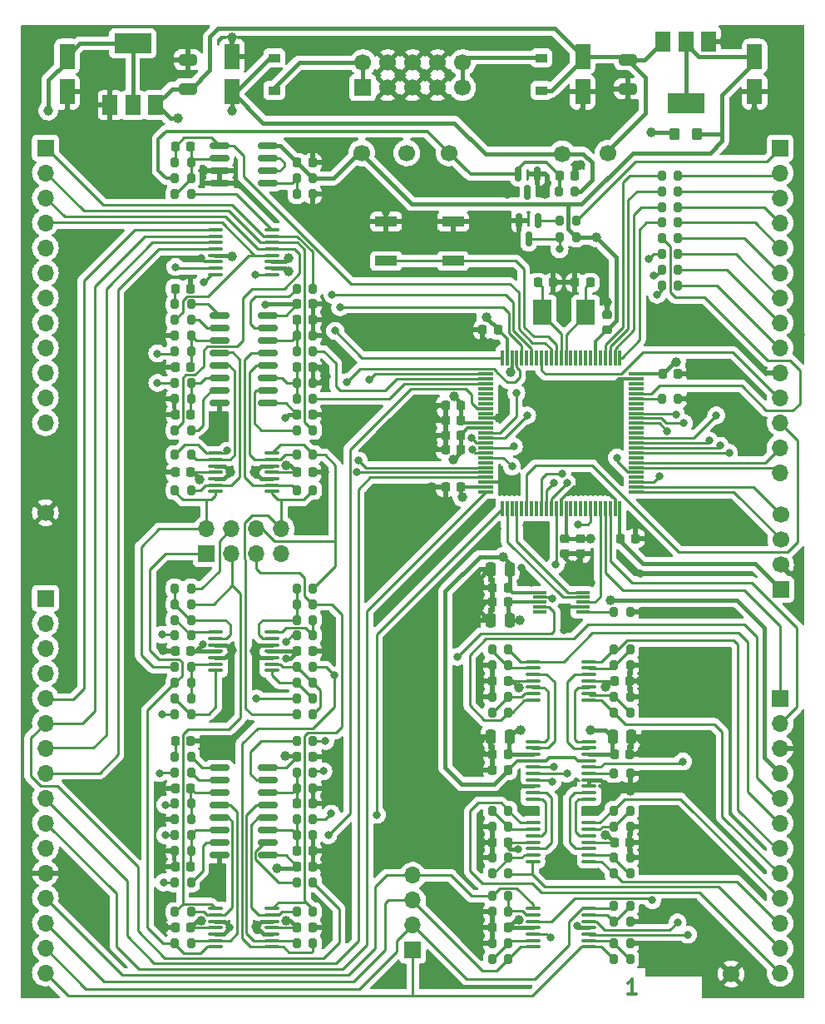
<source format=gbr>
%TF.GenerationSoftware,KiCad,Pcbnew,(6.0.11)*%
%TF.CreationDate,2023-05-22T17:30:26+01:00*%
%TF.ProjectId,Quango_Components,5175616e-676f-45f4-936f-6d706f6e656e,rev?*%
%TF.SameCoordinates,Original*%
%TF.FileFunction,Copper,L1,Top*%
%TF.FilePolarity,Positive*%
%FSLAX46Y46*%
G04 Gerber Fmt 4.6, Leading zero omitted, Abs format (unit mm)*
G04 Created by KiCad (PCBNEW (6.0.11)) date 2023-05-22 17:30:26*
%MOMM*%
%LPD*%
G01*
G04 APERTURE LIST*
G04 Aperture macros list*
%AMRoundRect*
0 Rectangle with rounded corners*
0 $1 Rounding radius*
0 $2 $3 $4 $5 $6 $7 $8 $9 X,Y pos of 4 corners*
0 Add a 4 corners polygon primitive as box body*
4,1,4,$2,$3,$4,$5,$6,$7,$8,$9,$2,$3,0*
0 Add four circle primitives for the rounded corners*
1,1,$1+$1,$2,$3*
1,1,$1+$1,$4,$5*
1,1,$1+$1,$6,$7*
1,1,$1+$1,$8,$9*
0 Add four rect primitives between the rounded corners*
20,1,$1+$1,$2,$3,$4,$5,0*
20,1,$1+$1,$4,$5,$6,$7,0*
20,1,$1+$1,$6,$7,$8,$9,0*
20,1,$1+$1,$8,$9,$2,$3,0*%
G04 Aperture macros list end*
%ADD10C,0.300000*%
%TA.AperFunction,NonConductor*%
%ADD11C,0.300000*%
%TD*%
%TA.AperFunction,ComponentPad*%
%ADD12R,1.700000X1.700000*%
%TD*%
%TA.AperFunction,ComponentPad*%
%ADD13O,1.700000X1.700000*%
%TD*%
%TA.AperFunction,SMDPad,CuDef*%
%ADD14RoundRect,0.200000X0.200000X0.275000X-0.200000X0.275000X-0.200000X-0.275000X0.200000X-0.275000X0*%
%TD*%
%TA.AperFunction,SMDPad,CuDef*%
%ADD15RoundRect,0.200000X-0.200000X-0.275000X0.200000X-0.275000X0.200000X0.275000X-0.200000X0.275000X0*%
%TD*%
%TA.AperFunction,SMDPad,CuDef*%
%ADD16R,1.900000X2.500000*%
%TD*%
%TA.AperFunction,SMDPad,CuDef*%
%ADD17RoundRect,0.225000X0.225000X0.250000X-0.225000X0.250000X-0.225000X-0.250000X0.225000X-0.250000X0*%
%TD*%
%TA.AperFunction,SMDPad,CuDef*%
%ADD18RoundRect,0.225000X-0.225000X-0.250000X0.225000X-0.250000X0.225000X0.250000X-0.225000X0.250000X0*%
%TD*%
%TA.AperFunction,ComponentPad*%
%ADD19C,1.700000*%
%TD*%
%TA.AperFunction,SMDPad,CuDef*%
%ADD20RoundRect,0.100000X-0.637500X-0.100000X0.637500X-0.100000X0.637500X0.100000X-0.637500X0.100000X0*%
%TD*%
%TA.AperFunction,SMDPad,CuDef*%
%ADD21RoundRect,0.150000X-0.825000X-0.150000X0.825000X-0.150000X0.825000X0.150000X-0.825000X0.150000X0*%
%TD*%
%TA.AperFunction,SMDPad,CuDef*%
%ADD22RoundRect,0.250000X-0.550000X1.050000X-0.550000X-1.050000X0.550000X-1.050000X0.550000X1.050000X0*%
%TD*%
%TA.AperFunction,SMDPad,CuDef*%
%ADD23RoundRect,0.250000X0.275000X0.350000X-0.275000X0.350000X-0.275000X-0.350000X0.275000X-0.350000X0*%
%TD*%
%TA.AperFunction,SMDPad,CuDef*%
%ADD24R,1.500000X2.000000*%
%TD*%
%TA.AperFunction,SMDPad,CuDef*%
%ADD25R,3.800000X2.000000*%
%TD*%
%TA.AperFunction,SMDPad,CuDef*%
%ADD26RoundRect,0.250000X-0.650000X0.325000X-0.650000X-0.325000X0.650000X-0.325000X0.650000X0.325000X0*%
%TD*%
%TA.AperFunction,SMDPad,CuDef*%
%ADD27R,1.200000X0.900000*%
%TD*%
%TA.AperFunction,SMDPad,CuDef*%
%ADD28RoundRect,0.075000X-0.725000X0.075000X-0.725000X-0.075000X0.725000X-0.075000X0.725000X0.075000X0*%
%TD*%
%TA.AperFunction,SMDPad,CuDef*%
%ADD29RoundRect,0.075000X-0.075000X0.725000X-0.075000X-0.725000X0.075000X-0.725000X0.075000X0.725000X0*%
%TD*%
%TA.AperFunction,SMDPad,CuDef*%
%ADD30RoundRect,0.250000X0.650000X-0.325000X0.650000X0.325000X-0.650000X0.325000X-0.650000X-0.325000X0*%
%TD*%
%TA.AperFunction,SMDPad,CuDef*%
%ADD31RoundRect,0.250000X-0.250000X-0.475000X0.250000X-0.475000X0.250000X0.475000X-0.250000X0.475000X0*%
%TD*%
%TA.AperFunction,SMDPad,CuDef*%
%ADD32RoundRect,0.225000X-0.250000X0.225000X-0.250000X-0.225000X0.250000X-0.225000X0.250000X0.225000X0*%
%TD*%
%TA.AperFunction,SMDPad,CuDef*%
%ADD33RoundRect,0.150000X-0.150000X0.587500X-0.150000X-0.587500X0.150000X-0.587500X0.150000X0.587500X0*%
%TD*%
%TA.AperFunction,SMDPad,CuDef*%
%ADD34RoundRect,0.250000X0.250000X0.475000X-0.250000X0.475000X-0.250000X-0.475000X0.250000X-0.475000X0*%
%TD*%
%TA.AperFunction,SMDPad,CuDef*%
%ADD35R,1.400000X0.300000*%
%TD*%
%TA.AperFunction,SMDPad,CuDef*%
%ADD36R,2.200000X1.000000*%
%TD*%
%TA.AperFunction,SMDPad,CuDef*%
%ADD37RoundRect,0.100000X0.637500X0.100000X-0.637500X0.100000X-0.637500X-0.100000X0.637500X-0.100000X0*%
%TD*%
%TA.AperFunction,SMDPad,CuDef*%
%ADD38RoundRect,0.225000X0.250000X-0.225000X0.250000X0.225000X-0.250000X0.225000X-0.250000X-0.225000X0*%
%TD*%
%TA.AperFunction,ViaPad*%
%ADD39C,0.800000*%
%TD*%
%TA.AperFunction,ViaPad*%
%ADD40C,1.000000*%
%TD*%
%TA.AperFunction,Conductor*%
%ADD41C,0.250000*%
%TD*%
%TA.AperFunction,Conductor*%
%ADD42C,0.400000*%
%TD*%
%TA.AperFunction,Conductor*%
%ADD43C,0.300000*%
%TD*%
G04 APERTURE END LIST*
D10*
%TO.C,FID1*%
D11*
X113228571Y-138028571D02*
X112371428Y-138028571D01*
X112800000Y-138028571D02*
X112800000Y-136528571D01*
X112657142Y-136742857D01*
X112514285Y-136885714D01*
X112371428Y-136957142D01*
%TD*%
D12*
%TO.P,J3,1,Pin_1*%
%TO.N,/MIDI_IN*%
X127900000Y-52000000D03*
D13*
%TO.P,J3,2,Pin_2*%
%TO.N,/EnvA4_LED_Out*%
X127900000Y-54540000D03*
%TO.P,J3,3,Pin_3*%
%TO.N,/EnvA3_LED_Out*%
X127900000Y-57080000D03*
%TO.P,J3,4,Pin_4*%
%TO.N,/EnvA2_LED_Out*%
X127900000Y-59620000D03*
%TO.P,J3,5,Pin_5*%
%TO.N,/EnvA1_LED_Out*%
X127900000Y-62160000D03*
%TO.P,J3,6,Pin_6*%
%TO.N,/EnvB4_LED_Out*%
X127900000Y-64700000D03*
%TO.P,J3,7,Pin_7*%
%TO.N,/EnvB2_LED_Out*%
X127900000Y-67240000D03*
%TO.P,J3,8,Pin_8*%
%TO.N,/EnvB1_LED_Out*%
X127900000Y-69780000D03*
%TO.P,J3,9,Pin_9*%
%TO.N,/EnvB3_LED_Out*%
X127900000Y-72320000D03*
%TO.P,J3,10,Pin_10*%
%TO.N,GND*%
X127900000Y-74860000D03*
%TO.P,J3,11,Pin_11*%
%TO.N,/ChannelA_Level*%
X127900000Y-77400000D03*
%TO.P,J3,12,Pin_12*%
%TO.N,/ChannelB_Level*%
X127900000Y-79940000D03*
%TO.P,J3,13,Pin_13*%
%TO.N,/Test_Pin1*%
X127900000Y-82480000D03*
%TO.P,J3,14,Pin_14*%
%TO.N,/Test_Pin2*%
X127900000Y-85020000D03*
%TD*%
D14*
%TO.P,R3,1*%
%TO.N,Net-(C22-Pad2)*%
X67925000Y-55100000D03*
%TO.P,R3,2*%
%TO.N,/-5V_REF*%
X66275000Y-55100000D03*
%TD*%
D15*
%TO.P,R10,1*%
%TO.N,/Audio_In_Multiplexed*%
X66275000Y-53500000D03*
%TO.P,R10,2*%
%TO.N,Net-(C22-Pad2)*%
X67925000Y-53500000D03*
%TD*%
%TO.P,R29,1*%
%TO.N,/EnvB1_DAC*%
X66275000Y-118700000D03*
%TO.P,R29,2*%
%TO.N,/EnvB1_Scaled*%
X67925000Y-118700000D03*
%TD*%
D14*
%TO.P,R33,1*%
%TO.N,/EnvB1_Scaled*%
X67925000Y-120300000D03*
%TO.P,R33,2*%
%TO.N,GND*%
X66275000Y-120300000D03*
%TD*%
D15*
%TO.P,R17,1*%
%TO.N,Net-(C26-Pad1)*%
X66275000Y-113900000D03*
%TO.P,R17,2*%
%TO.N,Net-(R17-Pad2)*%
X67925000Y-113900000D03*
%TD*%
D14*
%TO.P,R87,1*%
%TO.N,GND*%
X112625000Y-130700000D03*
%TO.P,R87,2*%
%TO.N,Net-(R87-Pad2)*%
X110975000Y-130700000D03*
%TD*%
D16*
%TO.P,Y1,2,2*%
%TO.N,Net-(C8-Pad2)*%
X108100000Y-68700000D03*
%TO.P,Y1,1,1*%
%TO.N,Net-(C9-Pad2)*%
X103700000Y-68700000D03*
%TD*%
D17*
%TO.P,C29,1*%
%TO.N,GND*%
X80275000Y-74300000D03*
%TO.P,C29,2*%
%TO.N,/EnvA3_Scaled*%
X78725000Y-74300000D03*
%TD*%
D15*
%TO.P,R4,1*%
%TO.N,Net-(C22-Pad2)*%
X66275000Y-56700000D03*
%TO.P,R4,2*%
%TO.N,Net-(R4-Pad2)*%
X67925000Y-56700000D03*
%TD*%
%TO.P,R52,1*%
%TO.N,/OpAmps/AudioA2_Out*%
X66275000Y-83200000D03*
%TO.P,R52,2*%
%TO.N,/AudioA2_VCA*%
X67925000Y-83200000D03*
%TD*%
D14*
%TO.P,R82,1*%
%TO.N,/EnvA3_LED_Out*%
X117525000Y-56400000D03*
%TO.P,R82,2*%
%TO.N,/EnvA3_LED*%
X115875000Y-56400000D03*
%TD*%
D15*
%TO.P,R35,1*%
%TO.N,/EnvB4_Scaled*%
X78675000Y-117100000D03*
%TO.P,R35,2*%
%TO.N,GND*%
X80325000Y-117100000D03*
%TD*%
D18*
%TO.P,C55,1*%
%TO.N,GND*%
X98625000Y-115300000D03*
%TO.P,C55,2*%
%TO.N,+3.3V*%
X100175000Y-115300000D03*
%TD*%
D14*
%TO.P,R28,1*%
%TO.N,/EnvB3_DAC*%
X80325000Y-120300000D03*
%TO.P,R28,2*%
%TO.N,/EnvB3_Scaled*%
X78675000Y-120300000D03*
%TD*%
%TO.P,R44,1*%
%TO.N,GND*%
X112625000Y-124200000D03*
%TO.P,R44,2*%
%TO.N,Net-(R44-Pad2)*%
X110975000Y-124200000D03*
%TD*%
D17*
%TO.P,C53,1*%
%TO.N,+3.3V*%
X100175000Y-96700000D03*
%TO.P,C53,2*%
%TO.N,GND*%
X98625000Y-96700000D03*
%TD*%
D19*
%TO.P,TP3,1,1*%
%TO.N,+5V*%
X89900000Y-52500000D03*
%TD*%
D14*
%TO.P,R78,1*%
%TO.N,/EnvB3_LED_Out*%
X117525000Y-66000000D03*
%TO.P,R78,2*%
%TO.N,/EnvB3_LED*%
X115875000Y-66000000D03*
%TD*%
%TO.P,R66,1*%
%TO.N,Net-(R66-Pad1)*%
X80325000Y-109600000D03*
%TO.P,R66,2*%
%TO.N,/OpAmps/AudioA4_Out*%
X78675000Y-109600000D03*
%TD*%
D20*
%TO.P,U11,14*%
%TO.N,/CV_OUT_B2*%
X108462500Y-120650000D03*
%TO.P,U11,13,-*%
%TO.N,Net-(R45-Pad2)*%
X108462500Y-121300000D03*
%TO.P,U11,12,+*%
%TO.N,/DAC_B2*%
X108462500Y-121950000D03*
%TO.P,U11,11,V-*%
%TO.N,-12V*%
X108462500Y-122600000D03*
%TO.P,U11,10,+*%
%TO.N,/DAC_B1*%
X108462500Y-123250000D03*
%TO.P,U11,9,-*%
%TO.N,Net-(R44-Pad2)*%
X108462500Y-123900000D03*
%TO.P,U11,8*%
%TO.N,/CV_OUT_B1*%
X108462500Y-124550000D03*
%TO.P,U11,7*%
%TO.N,/CV_OUT_B4*%
X102737500Y-124550000D03*
%TO.P,U11,6,-*%
%TO.N,Net-(R47-Pad2)*%
X102737500Y-123900000D03*
%TO.P,U11,5,+*%
%TO.N,/DAC_B4*%
X102737500Y-123250000D03*
%TO.P,U11,4,V+*%
%TO.N,+12V*%
X102737500Y-122600000D03*
%TO.P,U11,3,+*%
%TO.N,/DAC_B3*%
X102737500Y-121950000D03*
%TO.P,U11,2,-*%
%TO.N,Net-(R46-Pad2)*%
X102737500Y-121300000D03*
%TO.P,U11,1*%
%TO.N,/CV_OUT_B3*%
X102737500Y-120650000D03*
%TD*%
D19*
%TO.P,J5,4,Pin_4*%
%TO.N,/SWCLK*%
X127950000Y-89280000D03*
%TO.P,J5,3,Pin_3*%
%TO.N,/SWIO*%
X127950000Y-91820000D03*
%TO.P,J5,2,Pin_2*%
%TO.N,GND*%
X127950000Y-94360000D03*
D12*
%TO.P,J5,1,Pin_1*%
%TO.N,+3.3V*%
X127950000Y-96900000D03*
%TD*%
D18*
%TO.P,C5,1*%
%TO.N,GND*%
X93825000Y-79700000D03*
%TO.P,C5,2*%
%TO.N,+3.3VA*%
X95375000Y-79700000D03*
%TD*%
D15*
%TO.P,R73,1*%
%TO.N,/Audio2_Out*%
X66275000Y-101600000D03*
%TO.P,R73,2*%
%TO.N,Net-(R69-Pad1)*%
X67925000Y-101600000D03*
%TD*%
%TO.P,R43,1*%
%TO.N,/CV_OUT_A4*%
X110975000Y-103007933D03*
%TO.P,R43,2*%
%TO.N,Net-(R39-Pad2)*%
X112625000Y-103007933D03*
%TD*%
D19*
%TO.P,TP4,1,1*%
%TO.N,/-5V_REF*%
X94200000Y-52500000D03*
%TD*%
D18*
%TO.P,C31,1*%
%TO.N,GND*%
X66325000Y-79100000D03*
%TO.P,C31,2*%
%TO.N,/EnvA2_Scaled*%
X67875000Y-79100000D03*
%TD*%
D14*
%TO.P,R93,1*%
%TO.N,/Gate3_Out*%
X100225000Y-134500000D03*
%TO.P,R93,2*%
%TO.N,Net-(R89-Pad2)*%
X98575000Y-134500000D03*
%TD*%
%TO.P,R25,1*%
%TO.N,/EnvA1_Scaled*%
X67925000Y-71100000D03*
%TO.P,R25,2*%
%TO.N,GND*%
X66275000Y-71100000D03*
%TD*%
D18*
%TO.P,C3,1*%
%TO.N,GND*%
X93825000Y-78200000D03*
%TO.P,C3,2*%
%TO.N,+3.3VA*%
X95375000Y-78200000D03*
%TD*%
D15*
%TO.P,R49,1*%
%TO.N,/CV_OUT_B2*%
X110975000Y-119400000D03*
%TO.P,R49,2*%
%TO.N,Net-(R45-Pad2)*%
X112625000Y-119400000D03*
%TD*%
%TO.P,R64,1*%
%TO.N,Net-(R64-Pad1)*%
X78675000Y-96800000D03*
%TO.P,R64,2*%
%TO.N,/OpAmps/AudioA3_Out*%
X80325000Y-96800000D03*
%TD*%
D17*
%TO.P,C32,1*%
%TO.N,GND*%
X80275000Y-69500000D03*
%TO.P,C32,2*%
%TO.N,/EnvA4_Scaled*%
X78725000Y-69500000D03*
%TD*%
D15*
%TO.P,R69,1*%
%TO.N,Net-(R69-Pad1)*%
X66275000Y-100000000D03*
%TO.P,R69,2*%
%TO.N,Net-(R62-Pad1)*%
X67925000Y-100000000D03*
%TD*%
D17*
%TO.P,C37,1*%
%TO.N,+12V*%
X100175000Y-106200000D03*
%TO.P,C37,2*%
%TO.N,GND*%
X98625000Y-106200000D03*
%TD*%
%TO.P,C56,1*%
%TO.N,+12V*%
X100175000Y-131300000D03*
%TO.P,C56,2*%
%TO.N,GND*%
X98625000Y-131300000D03*
%TD*%
D15*
%TO.P,R85,1*%
%TO.N,Net-(R85-Pad1)*%
X110975000Y-99200000D03*
%TO.P,R85,2*%
%TO.N,GND*%
X112625000Y-99200000D03*
%TD*%
D21*
%TO.P,U6,16,V+*%
%TO.N,+12V*%
X75775000Y-69055000D03*
%TO.P,U6,15,I_IN4*%
%TO.N,Net-(R8-Pad1)*%
X75775000Y-70325000D03*
%TO.P,U6,14,VC4*%
%TO.N,/EnvA4_Scaled*%
X75775000Y-71595000D03*
%TO.P,U6,13,I_OUT4*%
%TO.N,/AudioA4_VCA*%
X75775000Y-72865000D03*
%TO.P,U6,12,I_OUT3*%
%TO.N,/AudioA3_VCA*%
X75775000Y-74135000D03*
%TO.P,U6,11,VC3*%
%TO.N,/EnvA3_Scaled*%
X75775000Y-75405000D03*
%TO.P,U6,10,I_IN3*%
%TO.N,Net-(R7-Pad1)*%
X75775000Y-76675000D03*
%TO.P,U6,9,V-*%
%TO.N,-12V*%
X75775000Y-77945000D03*
%TO.P,U6,8,GND*%
%TO.N,GND*%
X70825000Y-77945000D03*
%TO.P,U6,7,I_IN2*%
%TO.N,Net-(R6-Pad1)*%
X70825000Y-76675000D03*
%TO.P,U6,6,VC2*%
%TO.N,/EnvA2_Scaled*%
X70825000Y-75405000D03*
%TO.P,U6,5,I_OUT2*%
%TO.N,/AudioA2_VCA*%
X70825000Y-74135000D03*
%TO.P,U6,4,I_OUT1*%
%TO.N,/AudioA1_VCA*%
X70825000Y-72865000D03*
%TO.P,U6,3,VC1*%
%TO.N,/EnvA1_Scaled*%
X70825000Y-71595000D03*
%TO.P,U6,2,I_IN1*%
%TO.N,Net-(R5-Pad1)*%
X70825000Y-70325000D03*
%TO.P,U6,1,MODE*%
%TO.N,Net-(R9-Pad2)*%
X70825000Y-69055000D03*
%TD*%
D22*
%TO.P,C20,2*%
%TO.N,GND*%
X55300000Y-46300000D03*
%TO.P,C20,1*%
%TO.N,+5V*%
X55300000Y-42700000D03*
%TD*%
D19*
%TO.P,TP2,1,1*%
%TO.N,-12V*%
X105700000Y-52600000D03*
%TD*%
D17*
%TO.P,C33,1*%
%TO.N,GND*%
X80275000Y-123500000D03*
%TO.P,C33,2*%
%TO.N,/EnvB3_Scaled*%
X78725000Y-123500000D03*
%TD*%
D14*
%TO.P,R14,1*%
%TO.N,Net-(R14-Pad1)*%
X67925000Y-126700000D03*
%TO.P,R14,2*%
%TO.N,/AudioB2_In*%
X66275000Y-126700000D03*
%TD*%
%TO.P,R59,1*%
%TO.N,/OpAmps/AudioB3_Out*%
X80325000Y-129700000D03*
%TO.P,R59,2*%
%TO.N,/AudioB3_VCA*%
X78675000Y-129700000D03*
%TD*%
%TO.P,R12,1*%
%TO.N,GND*%
X80325000Y-56700000D03*
%TO.P,R12,2*%
%TO.N,Net-(R11-Pad1)*%
X78675000Y-56700000D03*
%TD*%
D17*
%TO.P,C16,1*%
%TO.N,GND*%
X117475000Y-75000000D03*
%TO.P,C16,2*%
%TO.N,+3.3V*%
X115925000Y-75000000D03*
%TD*%
D18*
%TO.P,C45,1*%
%TO.N,+12V*%
X78725000Y-103200000D03*
%TO.P,C45,2*%
%TO.N,GND*%
X80275000Y-103200000D03*
%TD*%
D14*
%TO.P,R55,1*%
%TO.N,/OpAmps/AudioA3_Out*%
X80325000Y-83200000D03*
%TO.P,R55,2*%
%TO.N,/AudioA3_VCA*%
X78675000Y-83200000D03*
%TD*%
D23*
%TO.P,L1,2*%
%TO.N,+3.3VA*%
X117150000Y-50600000D03*
%TO.P,L1,1*%
%TO.N,+3.3V*%
X119450000Y-50600000D03*
%TD*%
D14*
%TO.P,R31,1*%
%TO.N,/EnvB4_DAC*%
X80325000Y-115500000D03*
%TO.P,R31,2*%
%TO.N,/EnvB4_Scaled*%
X78675000Y-115500000D03*
%TD*%
D24*
%TO.P,U3,3,VI*%
%TO.N,+12V*%
X64300000Y-47650000D03*
D25*
%TO.P,U3,2,VO*%
%TO.N,+5V*%
X62000000Y-41350000D03*
D24*
X62000000Y-47650000D03*
%TO.P,U3,1,GND*%
%TO.N,GND*%
X59700000Y-47650000D03*
%TD*%
D18*
%TO.P,C34,1*%
%TO.N,GND*%
X66325000Y-117100000D03*
%TO.P,C34,2*%
%TO.N,/EnvB1_Scaled*%
X67875000Y-117100000D03*
%TD*%
D17*
%TO.P,C46,1*%
%TO.N,-12V*%
X67875000Y-103200000D03*
%TO.P,C46,2*%
%TO.N,GND*%
X66325000Y-103200000D03*
%TD*%
D14*
%TO.P,R70,1*%
%TO.N,Net-(R70-Pad1)*%
X80325000Y-100000000D03*
%TO.P,R70,2*%
%TO.N,Net-(R64-Pad1)*%
X78675000Y-100000000D03*
%TD*%
D15*
%TO.P,R15,1*%
%TO.N,Net-(R15-Pad1)*%
X78675000Y-126700000D03*
%TO.P,R15,2*%
%TO.N,/AudioB3_In*%
X80325000Y-126700000D03*
%TD*%
D17*
%TO.P,C41,1*%
%TO.N,+12V*%
X67875000Y-85000000D03*
%TO.P,C41,2*%
%TO.N,GND*%
X66325000Y-85000000D03*
%TD*%
D26*
%TO.P,C6,2*%
%TO.N,GND*%
X112400000Y-45975000D03*
%TO.P,C6,1*%
%TO.N,+12V*%
X112400000Y-43025000D03*
%TD*%
D18*
%TO.P,C23,1*%
%TO.N,-12V*%
X78725000Y-79100000D03*
%TO.P,C23,2*%
%TO.N,GND*%
X80275000Y-79100000D03*
%TD*%
D20*
%TO.P,U8,20,VOUT2*%
%TO.N,/DAC_A3*%
X108462500Y-112375000D03*
%TO.P,U8,19,VOUT3*%
%TO.N,/DAC_A4*%
X108462500Y-113025000D03*
%TO.P,U8,18,V_{REF}*%
%TO.N,+5V*%
X108462500Y-113675000D03*
%TO.P,U8,17,~{RESET}*%
%TO.N,+3.3V*%
X108462500Y-114325000D03*
%TO.P,U8,16,SDO*%
%TO.N,/SPI1_MISO*%
X108462500Y-114975000D03*
%TO.P,U8,15,~{LDAC}*%
%TO.N,Net-(R84-Pad1)*%
X108462500Y-115625000D03*
%TO.P,U8,14,RSTSEL*%
%TO.N,GND*%
X108462500Y-116275000D03*
%TO.P,U8,13,GND*%
X108462500Y-116925000D03*
%TO.P,U8,12,VOUT4*%
%TO.N,/DAC_B1*%
X108462500Y-117575000D03*
%TO.P,U8,11,VOUT5*%
%TO.N,/DAC_B2*%
X108462500Y-118225000D03*
%TO.P,U8,10,VOUT6*%
%TO.N,/DAC_B3*%
X102737500Y-118225000D03*
%TO.P,U8,9,VOUT7*%
%TO.N,/DAC_B4*%
X102737500Y-117575000D03*
%TO.P,U8,8,GAIN*%
%TO.N,GND*%
X102737500Y-116925000D03*
%TO.P,U8,7,SDI*%
%TO.N,/SPI1_MOSI*%
X102737500Y-116275000D03*
%TO.P,U8,6,SCLK*%
%TO.N,/SPI1_SCK*%
X102737500Y-115625000D03*
%TO.P,U8,5,~{SYNC}*%
%TO.N,/SPI1_NSS*%
X102737500Y-114975000D03*
%TO.P,U8,4,V_{LOGIC}*%
%TO.N,+3.3V*%
X102737500Y-114325000D03*
%TO.P,U8,3,AVDD*%
%TO.N,+5V*%
X102737500Y-113675000D03*
%TO.P,U8,2,VOUT0*%
%TO.N,/DAC_A1*%
X102737500Y-113025000D03*
%TO.P,U8,1,VOUT1*%
%TO.N,/DAC_A2*%
X102737500Y-112375000D03*
%TD*%
D15*
%TO.P,R72,1*%
%TO.N,/Audio1_Out*%
X66275000Y-109600000D03*
%TO.P,R72,2*%
%TO.N,Net-(R68-Pad1)*%
X67925000Y-109600000D03*
%TD*%
D14*
%TO.P,R58,1*%
%TO.N,/OpAmps/AudioB4_Out*%
X80325000Y-132900000D03*
%TO.P,R58,2*%
%TO.N,/AudioB4_VCA*%
X78675000Y-132900000D03*
%TD*%
D15*
%TO.P,R65,1*%
%TO.N,Net-(R64-Pad1)*%
X78675000Y-98400000D03*
%TO.P,R65,2*%
%TO.N,/OpAmps/AudioB3_Out*%
X80325000Y-98400000D03*
%TD*%
D27*
%TO.P,D3,2,A*%
%TO.N,-12V*%
X76400000Y-42850000D03*
%TO.P,D3,1,K*%
%TO.N,/-12V_IN*%
X76400000Y-46150000D03*
%TD*%
D14*
%TO.P,R1,1*%
%TO.N,-12V*%
X107025000Y-56400000D03*
%TO.P,R1,2*%
%TO.N,/-5V_REF*%
X105375000Y-56400000D03*
%TD*%
%TO.P,R38,1*%
%TO.N,GND*%
X112625000Y-107807933D03*
%TO.P,R38,2*%
%TO.N,Net-(R38-Pad2)*%
X110975000Y-107807933D03*
%TD*%
D28*
%TO.P,U2,100,VDD*%
%TO.N,+3.3V*%
X113275000Y-75000000D03*
%TO.P,U2,99,VSS*%
%TO.N,GND*%
X113275000Y-75500000D03*
%TO.P,U2,98,PE1*%
%TO.N,unconnected-(U2-Pad98)*%
X113275000Y-76000000D03*
%TO.P,U2,97,PE0*%
%TO.N,unconnected-(U2-Pad97)*%
X113275000Y-76500000D03*
%TO.P,U2,96,PB9*%
%TO.N,/EnvB4_LED*%
X113275000Y-77000000D03*
%TO.P,U2,95,PB8-BOOT0*%
%TO.N,/BOOT0*%
X113275000Y-77500000D03*
%TO.P,U2,94,PB7*%
%TO.N,unconnected-(U2-Pad94)*%
X113275000Y-78000000D03*
%TO.P,U2,93,PB6*%
%TO.N,unconnected-(U2-Pad93)*%
X113275000Y-78500000D03*
%TO.P,U2,92,PB5*%
%TO.N,/SPI1_MOSI*%
X113275000Y-79000000D03*
%TO.P,U2,91,PB4*%
%TO.N,/SPI1_MISO*%
X113275000Y-79500000D03*
%TO.P,U2,90,PB3*%
%TO.N,/SPI1_SCK*%
X113275000Y-80000000D03*
%TO.P,U2,89,PD7*%
%TO.N,unconnected-(U2-Pad89)*%
X113275000Y-80500000D03*
%TO.P,U2,88,PD6*%
%TO.N,unconnected-(U2-Pad88)*%
X113275000Y-81000000D03*
%TO.P,U2,87,PD5*%
%TO.N,/Gate4*%
X113275000Y-81500000D03*
%TO.P,U2,86,PD4*%
%TO.N,/Gate3*%
X113275000Y-82000000D03*
%TO.P,U2,85,PD3*%
%TO.N,/Gate2*%
X113275000Y-82500000D03*
%TO.P,U2,84,PD2*%
%TO.N,/Gate1*%
X113275000Y-83000000D03*
%TO.P,U2,83,PD1*%
%TO.N,unconnected-(U2-Pad83)*%
X113275000Y-83500000D03*
%TO.P,U2,82,PD0*%
%TO.N,/Test_Pin1*%
X113275000Y-84000000D03*
%TO.P,U2,81,PC12*%
%TO.N,/Test_Pin2*%
X113275000Y-84500000D03*
%TO.P,U2,80,PC11*%
%TO.N,/MIDI_UART*%
X113275000Y-85000000D03*
%TO.P,U2,79,PC10*%
%TO.N,unconnected-(U2-Pad79)*%
X113275000Y-85500000D03*
%TO.P,U2,78,PA15*%
%TO.N,/SPI1_NSS*%
X113275000Y-86000000D03*
%TO.P,U2,77,PA14*%
%TO.N,/SWCLK*%
X113275000Y-86500000D03*
%TO.P,U2,76,PA13*%
%TO.N,/SWIO*%
X113275000Y-87000000D03*
D29*
%TO.P,U2,75,VDD*%
%TO.N,+3.3V*%
X111600000Y-88675000D03*
%TO.P,U2,74,VSS*%
%TO.N,GND*%
X111100000Y-88675000D03*
%TO.P,U2,73,PA12*%
%TO.N,/USB_DP*%
X110600000Y-88675000D03*
%TO.P,U2,72,PA11*%
%TO.N,/USB_DM*%
X110100000Y-88675000D03*
%TO.P,U2,71,PA10*%
%TO.N,/SPI2_MISO*%
X109600000Y-88675000D03*
%TO.P,U2,70,PA9*%
%TO.N,unconnected-(U2-Pad70)*%
X109100000Y-88675000D03*
%TO.P,U2,69,PA8*%
%TO.N,/EnvB1_DAC*%
X108600000Y-88675000D03*
%TO.P,U2,68,PC9*%
%TO.N,unconnected-(U2-Pad68)*%
X108100000Y-88675000D03*
%TO.P,U2,67,PC8*%
%TO.N,unconnected-(U2-Pad67)*%
X107600000Y-88675000D03*
%TO.P,U2,66,PC7*%
%TO.N,unconnected-(U2-Pad66)*%
X107100000Y-88675000D03*
%TO.P,U2,65,PC6*%
%TO.N,unconnected-(U2-Pad65)*%
X106600000Y-88675000D03*
%TO.P,U2,64,VDD*%
%TO.N,+3.3V*%
X106100000Y-88675000D03*
%TO.P,U2,63,VSS*%
%TO.N,GND*%
X105600000Y-88675000D03*
%TO.P,U2,62,PD15*%
%TO.N,/SPI2_NSS*%
X105100000Y-88675000D03*
%TO.P,U2,61,PD14*%
%TO.N,/EnvB3_LED*%
X104600000Y-88675000D03*
%TO.P,U2,60,PD13*%
%TO.N,/EnvB2_LED*%
X104100000Y-88675000D03*
%TO.P,U2,59,PD12*%
%TO.N,/EnvB1_LED*%
X103600000Y-88675000D03*
%TO.P,U2,58,PD11*%
%TO.N,unconnected-(U2-Pad58)*%
X103100000Y-88675000D03*
%TO.P,U2,57,PD10*%
%TO.N,unconnected-(U2-Pad57)*%
X102600000Y-88675000D03*
%TO.P,U2,56,PD9*%
%TO.N,/ChannelB_Level*%
X102100000Y-88675000D03*
%TO.P,U2,55,PD8*%
%TO.N,unconnected-(U2-Pad55)*%
X101600000Y-88675000D03*
%TO.P,U2,54,PB15*%
%TO.N,/SPI2_MOSI*%
X101100000Y-88675000D03*
%TO.P,U2,53,PB14*%
%TO.N,unconnected-(U2-Pad53)*%
X100600000Y-88675000D03*
%TO.P,U2,52,PB13*%
%TO.N,/SPI2_SCK*%
X100100000Y-88675000D03*
%TO.P,U2,51,PB12*%
%TO.N,/EnvB3_DAC*%
X99600000Y-88675000D03*
D28*
%TO.P,U2,50,PB11*%
%TO.N,/Calib_Btn2*%
X97925000Y-87000000D03*
%TO.P,U2,49,VDD*%
%TO.N,+3.3V*%
X97925000Y-86500000D03*
%TO.P,U2,48,VSS*%
%TO.N,GND*%
X97925000Y-86000000D03*
%TO.P,U2,47,PB10*%
%TO.N,/Calib_Btn1*%
X97925000Y-85500000D03*
%TO.P,U2,46,PE15*%
%TO.N,/Env2_Release*%
X97925000Y-85000000D03*
%TO.P,U2,45,PE14*%
%TO.N,/Env2_Sustain*%
X97925000Y-84500000D03*
%TO.P,U2,44,PE13*%
%TO.N,unconnected-(U2-Pad44)*%
X97925000Y-84000000D03*
%TO.P,U2,43,PE12*%
%TO.N,/Env2_Decay*%
X97925000Y-83500000D03*
%TO.P,U2,42,PE11*%
%TO.N,/Env2_Attack*%
X97925000Y-83000000D03*
%TO.P,U2,41,PE10*%
%TO.N,/Env1_Release*%
X97925000Y-82500000D03*
%TO.P,U2,40,PE9*%
%TO.N,/Env1_Sustain*%
X97925000Y-82000000D03*
%TO.P,U2,39,PE8*%
%TO.N,/Env1_Decay*%
X97925000Y-81500000D03*
%TO.P,U2,38,PE7*%
%TO.N,/Env1_Attack*%
X97925000Y-81000000D03*
%TO.P,U2,37,VDDA*%
%TO.N,+3.3VA*%
X97925000Y-80500000D03*
%TO.P,U2,36,VREF+*%
X97925000Y-80000000D03*
%TO.P,U2,35,VSSA*%
%TO.N,GND*%
X97925000Y-79500000D03*
%TO.P,U2,34,PB2*%
%TO.N,unconnected-(U2-Pad34)*%
X97925000Y-79000000D03*
%TO.P,U2,33,PB1*%
%TO.N,/EnvB2_DAC*%
X97925000Y-78500000D03*
%TO.P,U2,32,PB0*%
%TO.N,unconnected-(U2-Pad32)*%
X97925000Y-78000000D03*
%TO.P,U2,31,PC5*%
%TO.N,unconnected-(U2-Pad31)*%
X97925000Y-77500000D03*
%TO.P,U2,30,PC4*%
%TO.N,unconnected-(U2-Pad30)*%
X97925000Y-77000000D03*
%TO.P,U2,29,PA7*%
%TO.N,unconnected-(U2-Pad29)*%
X97925000Y-76500000D03*
%TO.P,U2,28,PA6*%
%TO.N,/EnvA3_DAC*%
X97925000Y-76000000D03*
%TO.P,U2,27,PA5*%
%TO.N,/EnvA4_DAC*%
X97925000Y-75500000D03*
%TO.P,U2,26,PA4*%
%TO.N,/EnvA1_DAC*%
X97925000Y-75000000D03*
D29*
%TO.P,U2,25,PA3*%
%TO.N,/MultiplexerA1*%
X99600000Y-73325000D03*
%TO.P,U2,24,VDD*%
%TO.N,+3.3V*%
X100100000Y-73325000D03*
%TO.P,U2,23,VSS*%
%TO.N,GND*%
X100600000Y-73325000D03*
%TO.P,U2,22,PA2*%
%TO.N,/EnvA2_DAC*%
X101100000Y-73325000D03*
%TO.P,U2,21,PA1*%
%TO.N,/MultiplexerA0*%
X101600000Y-73325000D03*
%TO.P,U2,20,PA0*%
%TO.N,unconnected-(U2-Pad20)*%
X102100000Y-73325000D03*
%TO.P,U2,19,PF2*%
%TO.N,/MultiplexerA2*%
X102600000Y-73325000D03*
%TO.P,U2,18,PC3*%
%TO.N,unconnected-(U2-Pad18)*%
X103100000Y-73325000D03*
%TO.P,U2,17,PC2*%
%TO.N,/ChannelA_Level*%
X103600000Y-73325000D03*
%TO.P,U2,16,PC1*%
%TO.N,unconnected-(U2-Pad16)*%
X104100000Y-73325000D03*
%TO.P,U2,15,PC0*%
%TO.N,/Audio_In_Multiplexed*%
X104600000Y-73325000D03*
%TO.P,U2,14,NRST*%
%TO.N,/RESET*%
X105100000Y-73325000D03*
%TO.P,U2,13,PF1-OSC_OUT*%
%TO.N,Net-(C9-Pad2)*%
X105600000Y-73325000D03*
%TO.P,U2,12,PF0-OSC_IN*%
%TO.N,Net-(C8-Pad2)*%
X106100000Y-73325000D03*
%TO.P,U2,11,PF10*%
%TO.N,unconnected-(U2-Pad11)*%
X106600000Y-73325000D03*
%TO.P,U2,10,PF9*%
%TO.N,unconnected-(U2-Pad10)*%
X107100000Y-73325000D03*
%TO.P,U2,9,PC15*%
%TO.N,unconnected-(U2-Pad9)*%
X107600000Y-73325000D03*
%TO.P,U2,8,PC14*%
%TO.N,unconnected-(U2-Pad8)*%
X108100000Y-73325000D03*
%TO.P,U2,7,PC13*%
%TO.N,unconnected-(U2-Pad7)*%
X108600000Y-73325000D03*
%TO.P,U2,6,VBAT*%
%TO.N,+3.3V*%
X109100000Y-73325000D03*
%TO.P,U2,5,PE6*%
%TO.N,unconnected-(U2-Pad5)*%
X109600000Y-73325000D03*
%TO.P,U2,4,PE5*%
%TO.N,/EnvA4_LED*%
X110100000Y-73325000D03*
%TO.P,U2,3,PE4*%
%TO.N,/EnvA3_LED*%
X110600000Y-73325000D03*
%TO.P,U2,2,PE3*%
%TO.N,/EnvA2_LED*%
X111100000Y-73325000D03*
%TO.P,U2,1,PE2*%
%TO.N,/EnvA1_LED*%
X111600000Y-73325000D03*
%TD*%
D14*
%TO.P,R41,1*%
%TO.N,/CV_OUT_A2*%
X100225000Y-109400000D03*
%TO.P,R41,2*%
%TO.N,Net-(R37-Pad2)*%
X98575000Y-109400000D03*
%TD*%
D18*
%TO.P,C42,1*%
%TO.N,-12V*%
X78725000Y-85000000D03*
%TO.P,C42,2*%
%TO.N,GND*%
X80275000Y-85000000D03*
%TD*%
D14*
%TO.P,R77,1*%
%TO.N,/EnvB2_LED_Out*%
X117515000Y-62810000D03*
%TO.P,R77,2*%
%TO.N,/EnvB2_LED*%
X115865000Y-62810000D03*
%TD*%
D17*
%TO.P,C24,1*%
%TO.N,GND*%
X80275000Y-67900000D03*
%TO.P,C24,2*%
%TO.N,+12V*%
X78725000Y-67900000D03*
%TD*%
D18*
%TO.P,C18,1*%
%TO.N,GND*%
X93825000Y-81200000D03*
%TO.P,C18,2*%
%TO.N,+3.3VA*%
X95375000Y-81200000D03*
%TD*%
D30*
%TO.P,C17,2*%
%TO.N,GND*%
X67600000Y-43025000D03*
%TO.P,C17,1*%
%TO.N,+12V*%
X67600000Y-45975000D03*
%TD*%
D21*
%TO.P,U5,8,V+*%
%TO.N,+3.3V*%
X75775000Y-51795000D03*
%TO.P,U5,7*%
%TO.N,Net-(U5-Pad6)*%
X75775000Y-53065000D03*
%TO.P,U5,6,-*%
X75775000Y-54335000D03*
%TO.P,U5,5,+*%
%TO.N,Net-(R11-Pad1)*%
X75775000Y-55605000D03*
%TO.P,U5,4,V-*%
%TO.N,GND*%
X70825000Y-55605000D03*
%TO.P,U5,3,+*%
X70825000Y-54335000D03*
%TO.P,U5,2,-*%
%TO.N,Net-(C22-Pad2)*%
X70825000Y-53065000D03*
%TO.P,U5,1*%
%TO.N,/Audio_In_Multiplexed*%
X70825000Y-51795000D03*
%TD*%
D18*
%TO.P,C25,1*%
%TO.N,+3.3V*%
X78725000Y-53500000D03*
%TO.P,C25,2*%
%TO.N,GND*%
X80275000Y-53500000D03*
%TD*%
D15*
%TO.P,R22,1*%
%TO.N,/EnvA2_DAC*%
X66275000Y-75900000D03*
%TO.P,R22,2*%
%TO.N,/EnvA2_Scaled*%
X67925000Y-75900000D03*
%TD*%
D14*
%TO.P,R54,1*%
%TO.N,/OpAmps/AudioA4_Out*%
X80325000Y-86800000D03*
%TO.P,R54,2*%
%TO.N,/AudioA4_VCA*%
X78675000Y-86800000D03*
%TD*%
D15*
%TO.P,R75,1*%
%TO.N,/Audio4_Out*%
X78675000Y-108000000D03*
%TO.P,R75,2*%
%TO.N,Net-(R71-Pad1)*%
X80325000Y-108000000D03*
%TD*%
D14*
%TO.P,R45,1*%
%TO.N,GND*%
X112625000Y-121000000D03*
%TO.P,R45,2*%
%TO.N,Net-(R45-Pad2)*%
X110975000Y-121000000D03*
%TD*%
D15*
%TO.P,R11,1*%
%TO.N,Net-(R11-Pad1)*%
X78675000Y-55100000D03*
%TO.P,R11,2*%
%TO.N,+3.3V*%
X80325000Y-55100000D03*
%TD*%
%TO.P,R74,1*%
%TO.N,/Audio3_Out*%
X78675000Y-101600000D03*
%TO.P,R74,2*%
%TO.N,Net-(R70-Pad1)*%
X80325000Y-101600000D03*
%TD*%
%TO.P,R42,1*%
%TO.N,/CV_OUT_A3*%
X110975000Y-109407933D03*
%TO.P,R42,2*%
%TO.N,Net-(R38-Pad2)*%
X112625000Y-109407933D03*
%TD*%
%TO.P,R57,1*%
%TO.N,/OpAmps/AudioB1_Out*%
X66275000Y-132900000D03*
%TO.P,R57,2*%
%TO.N,/AudioB1_VCA*%
X67925000Y-132900000D03*
%TD*%
D31*
%TO.P,C48,2*%
%TO.N,GND*%
X112750000Y-111900000D03*
%TO.P,C48,1*%
%TO.N,+5V*%
X110850000Y-111900000D03*
%TD*%
D24*
%TO.P,U1,3,VI*%
%TO.N,+12V*%
X116000000Y-41150000D03*
D25*
%TO.P,U1,2,VO*%
%TO.N,+3.3V*%
X118300000Y-47450000D03*
D24*
X118300000Y-41150000D03*
%TO.P,U1,1,GND*%
%TO.N,GND*%
X120600000Y-41150000D03*
%TD*%
D15*
%TO.P,R62,1*%
%TO.N,Net-(R62-Pad1)*%
X66275000Y-96800000D03*
%TO.P,R62,2*%
%TO.N,/OpAmps/AudioA2_Out*%
X67925000Y-96800000D03*
%TD*%
D14*
%TO.P,R79,1*%
%TO.N,/EnvB4_LED_Out*%
X117525000Y-61200000D03*
%TO.P,R79,2*%
%TO.N,/EnvB4_LED*%
X115875000Y-61200000D03*
%TD*%
D15*
%TO.P,R46,1*%
%TO.N,GND*%
X98575000Y-121000000D03*
%TO.P,R46,2*%
%TO.N,Net-(R46-Pad2)*%
X100225000Y-121000000D03*
%TD*%
D22*
%TO.P,C12,2*%
%TO.N,-12V*%
X72100000Y-46300000D03*
%TO.P,C12,1*%
%TO.N,GND*%
X72100000Y-42700000D03*
%TD*%
D15*
%TO.P,R24,1*%
%TO.N,/EnvA3_Scaled*%
X78675000Y-75900000D03*
%TO.P,R24,2*%
%TO.N,GND*%
X80325000Y-75900000D03*
%TD*%
%TO.P,R19,1*%
%TO.N,/MIDI_UART*%
X105475000Y-61100000D03*
%TO.P,R19,2*%
%TO.N,+3.3V*%
X107125000Y-61100000D03*
%TD*%
D22*
%TO.P,C11,2*%
%TO.N,GND*%
X107800000Y-46300000D03*
%TO.P,C11,1*%
%TO.N,+12V*%
X107800000Y-42700000D03*
%TD*%
D15*
%TO.P,R53,1*%
%TO.N,/OpAmps/AudioA1_Out*%
X66275000Y-86800000D03*
%TO.P,R53,2*%
%TO.N,/AudioA1_VCA*%
X67925000Y-86800000D03*
%TD*%
D14*
%TO.P,R18,1*%
%TO.N,/MIDI_IN*%
X107125000Y-59400000D03*
%TO.P,R18,2*%
%TO.N,Net-(Q1-Pad1)*%
X105475000Y-59400000D03*
%TD*%
D20*
%TO.P,U12,14*%
%TO.N,/OpAmps/AudioA3_Out*%
X76162500Y-83050000D03*
%TO.P,U12,13,-*%
%TO.N,/AudioA3_VCA*%
X76162500Y-83700000D03*
%TO.P,U12,12,+*%
%TO.N,GND*%
X76162500Y-84350000D03*
%TO.P,U12,11,V-*%
%TO.N,-12V*%
X76162500Y-85000000D03*
%TO.P,U12,10,+*%
%TO.N,GND*%
X76162500Y-85650000D03*
%TO.P,U12,9,-*%
%TO.N,/AudioA4_VCA*%
X76162500Y-86300000D03*
%TO.P,U12,8*%
%TO.N,/OpAmps/AudioA4_Out*%
X76162500Y-86950000D03*
%TO.P,U12,7*%
%TO.N,/OpAmps/AudioA1_Out*%
X70437500Y-86950000D03*
%TO.P,U12,6,-*%
%TO.N,/AudioA1_VCA*%
X70437500Y-86300000D03*
%TO.P,U12,5,+*%
%TO.N,GND*%
X70437500Y-85650000D03*
%TO.P,U12,4,V+*%
%TO.N,+12V*%
X70437500Y-85000000D03*
%TO.P,U12,3,+*%
%TO.N,GND*%
X70437500Y-84350000D03*
%TO.P,U12,2,-*%
%TO.N,/AudioA2_VCA*%
X70437500Y-83700000D03*
%TO.P,U12,1*%
%TO.N,/OpAmps/AudioA2_Out*%
X70437500Y-83050000D03*
%TD*%
D15*
%TO.P,R68,1*%
%TO.N,Net-(R68-Pad1)*%
X66275000Y-108000000D03*
%TO.P,R68,2*%
%TO.N,Net-(R60-Pad1)*%
X67925000Y-108000000D03*
%TD*%
D19*
%TO.P,TP7,1,1*%
%TO.N,GND*%
X122900000Y-136000000D03*
%TD*%
D15*
%TO.P,R88,1*%
%TO.N,GND*%
X98575000Y-129700000D03*
%TO.P,R88,2*%
%TO.N,Net-(R88-Pad2)*%
X100225000Y-129700000D03*
%TD*%
D20*
%TO.P,U10,14*%
%TO.N,/CV_OUT_A4*%
X108462500Y-104250000D03*
%TO.P,U10,13,-*%
%TO.N,Net-(R39-Pad2)*%
X108462500Y-104900000D03*
%TO.P,U10,12,+*%
%TO.N,/DAC_A4*%
X108462500Y-105550000D03*
%TO.P,U10,11,V-*%
%TO.N,-12V*%
X108462500Y-106200000D03*
%TO.P,U10,10,+*%
%TO.N,/DAC_A3*%
X108462500Y-106850000D03*
%TO.P,U10,9,-*%
%TO.N,Net-(R38-Pad2)*%
X108462500Y-107500000D03*
%TO.P,U10,8*%
%TO.N,/CV_OUT_A3*%
X108462500Y-108150000D03*
%TO.P,U10,7*%
%TO.N,/CV_OUT_A2*%
X102737500Y-108150000D03*
%TO.P,U10,6,-*%
%TO.N,Net-(R37-Pad2)*%
X102737500Y-107500000D03*
%TO.P,U10,5,+*%
%TO.N,/DAC_A2*%
X102737500Y-106850000D03*
%TO.P,U10,4,V+*%
%TO.N,+12V*%
X102737500Y-106200000D03*
%TO.P,U10,3,+*%
%TO.N,/DAC_A1*%
X102737500Y-105550000D03*
%TO.P,U10,2,-*%
%TO.N,Net-(R36-Pad2)*%
X102737500Y-104900000D03*
%TO.P,U10,1*%
%TO.N,/CV_OUT_A1*%
X102737500Y-104250000D03*
%TD*%
D18*
%TO.P,C26,1*%
%TO.N,Net-(C26-Pad1)*%
X66325000Y-112300000D03*
%TO.P,C26,2*%
%TO.N,GND*%
X67875000Y-112300000D03*
%TD*%
%TO.P,C35,1*%
%TO.N,GND*%
X66325000Y-125100000D03*
%TO.P,C35,2*%
%TO.N,/EnvB2_Scaled*%
X67875000Y-125100000D03*
%TD*%
D20*
%TO.P,U15,1*%
%TO.N,/Gate4_Out*%
X102737500Y-129350000D03*
%TO.P,U15,2,-*%
%TO.N,Net-(R88-Pad2)*%
X102737500Y-130000000D03*
%TO.P,U15,3,+*%
%TO.N,/Gate4*%
X102737500Y-130650000D03*
%TO.P,U15,4,V+*%
%TO.N,+12V*%
X102737500Y-131300000D03*
%TO.P,U15,5,+*%
%TO.N,/Gate3*%
X102737500Y-131950000D03*
%TO.P,U15,6,-*%
%TO.N,Net-(R89-Pad2)*%
X102737500Y-132600000D03*
%TO.P,U15,7*%
%TO.N,/Gate3_Out*%
X102737500Y-133250000D03*
%TO.P,U15,8*%
%TO.N,/Gate1_Out*%
X108462500Y-133250000D03*
%TO.P,U15,9,-*%
%TO.N,Net-(R86-Pad2)*%
X108462500Y-132600000D03*
%TO.P,U15,10,+*%
%TO.N,/Gate1*%
X108462500Y-131950000D03*
%TO.P,U15,11,V-*%
%TO.N,-12V*%
X108462500Y-131300000D03*
%TO.P,U15,12,+*%
%TO.N,/Gate2*%
X108462500Y-130650000D03*
%TO.P,U15,13,-*%
%TO.N,Net-(R87-Pad2)*%
X108462500Y-130000000D03*
%TO.P,U15,14*%
%TO.N,/Gate2_Out*%
X108462500Y-129350000D03*
%TD*%
D15*
%TO.P,R91,1*%
%TO.N,/Gate2_Out*%
X110975000Y-129100000D03*
%TO.P,R91,2*%
%TO.N,Net-(R87-Pad2)*%
X112625000Y-129100000D03*
%TD*%
D14*
%TO.P,R23,1*%
%TO.N,/EnvA4_DAC*%
X80325000Y-72700000D03*
%TO.P,R23,2*%
%TO.N,/EnvA4_Scaled*%
X78675000Y-72700000D03*
%TD*%
%TO.P,R50,1*%
%TO.N,/CV_OUT_B3*%
X100225000Y-119400000D03*
%TO.P,R50,2*%
%TO.N,Net-(R46-Pad2)*%
X98575000Y-119400000D03*
%TD*%
D15*
%TO.P,R71,1*%
%TO.N,Net-(R71-Pad1)*%
X78675000Y-106400000D03*
%TO.P,R71,2*%
%TO.N,Net-(R66-Pad1)*%
X80325000Y-106400000D03*
%TD*%
D14*
%TO.P,R2,1*%
%TO.N,GND*%
X117525000Y-77500000D03*
%TO.P,R2,2*%
%TO.N,/BOOT0*%
X115875000Y-77500000D03*
%TD*%
D19*
%TO.P,TP5,1,1*%
%TO.N,+3.3V*%
X85300000Y-52500000D03*
%TD*%
D14*
%TO.P,R34,1*%
%TO.N,/EnvB2_Scaled*%
X67925000Y-123500000D03*
%TO.P,R34,2*%
%TO.N,GND*%
X66275000Y-123500000D03*
%TD*%
D15*
%TO.P,R8,1*%
%TO.N,Net-(R8-Pad1)*%
X78675000Y-66300000D03*
%TO.P,R8,2*%
%TO.N,/AudioA4_In*%
X80325000Y-66300000D03*
%TD*%
D18*
%TO.P,C47,1*%
%TO.N,+5V*%
X111025000Y-113707933D03*
%TO.P,C47,2*%
%TO.N,GND*%
X112575000Y-113707933D03*
%TD*%
D27*
%TO.P,D2,2,A*%
%TO.N,/+12V_IN*%
X103600000Y-42850000D03*
%TO.P,D2,1,K*%
%TO.N,+12V*%
X103600000Y-46150000D03*
%TD*%
D17*
%TO.P,C15,1*%
%TO.N,GND*%
X113175000Y-91700000D03*
%TO.P,C15,2*%
%TO.N,+3.3V*%
X111625000Y-91700000D03*
%TD*%
D15*
%TO.P,R89,1*%
%TO.N,GND*%
X98575000Y-132900000D03*
%TO.P,R89,2*%
%TO.N,Net-(R89-Pad2)*%
X100225000Y-132900000D03*
%TD*%
D19*
%TO.P,TP1,1,1*%
%TO.N,+12V*%
X110400000Y-52500000D03*
%TD*%
D32*
%TO.P,C4,1*%
%TO.N,GND*%
X110300000Y-68925000D03*
%TO.P,C4,2*%
%TO.N,+3.3V*%
X110300000Y-70475000D03*
%TD*%
D14*
%TO.P,R80,1*%
%TO.N,/EnvA1_LED_Out*%
X117525000Y-59600000D03*
%TO.P,R80,2*%
%TO.N,/EnvA1_LED*%
X115875000Y-59600000D03*
%TD*%
D15*
%TO.P,R27,1*%
%TO.N,/EnvA4_Scaled*%
X78675000Y-71100000D03*
%TO.P,R27,2*%
%TO.N,GND*%
X80325000Y-71100000D03*
%TD*%
%TO.P,R9,1*%
%TO.N,Net-(C21-Pad1)*%
X66275000Y-67900000D03*
%TO.P,R9,2*%
%TO.N,Net-(R9-Pad2)*%
X67925000Y-67900000D03*
%TD*%
D14*
%TO.P,R83,1*%
%TO.N,/EnvA4_LED_Out*%
X117525000Y-54800000D03*
%TO.P,R83,2*%
%TO.N,/EnvA4_LED*%
X115875000Y-54800000D03*
%TD*%
D33*
%TO.P,D1,3*%
%TO.N,N/C*%
X102200000Y-56537500D03*
%TO.P,D1,2,A*%
%TO.N,/-5V_REF*%
X101250000Y-54662500D03*
%TO.P,D1,1,K*%
%TO.N,GND*%
X103150000Y-54662500D03*
%TD*%
D15*
%TO.P,R47,1*%
%TO.N,GND*%
X98575000Y-124200000D03*
%TO.P,R47,2*%
%TO.N,Net-(R47-Pad2)*%
X100225000Y-124200000D03*
%TD*%
D22*
%TO.P,C14,2*%
%TO.N,GND*%
X125300000Y-46300000D03*
%TO.P,C14,1*%
%TO.N,+3.3V*%
X125300000Y-42700000D03*
%TD*%
D14*
%TO.P,R13,1*%
%TO.N,Net-(R13-Pad1)*%
X67925000Y-115500000D03*
%TO.P,R13,2*%
%TO.N,/AudioB1_In*%
X66275000Y-115500000D03*
%TD*%
D13*
%TO.P,J7,8,Pin_8*%
%TO.N,/OpAmps/AudioA4_Out*%
X77120000Y-90735000D03*
%TO.P,J7,7,Pin_7*%
%TO.N,/OpAmps/AudioB4_Out*%
X77120000Y-93275000D03*
%TO.P,J7,6,Pin_6*%
%TO.N,/OpAmps/AudioA3_Out*%
X74580000Y-90735000D03*
%TO.P,J7,5,Pin_5*%
%TO.N,/OpAmps/AudioB3_Out*%
X74580000Y-93275000D03*
%TO.P,J7,4,Pin_4*%
%TO.N,/OpAmps/AudioA2_Out*%
X72040000Y-90735000D03*
%TO.P,J7,3,Pin_3*%
%TO.N,/OpAmps/AudioB2_Out*%
X72040000Y-93275000D03*
%TO.P,J7,2,Pin_2*%
%TO.N,/OpAmps/AudioA1_Out*%
X69500000Y-90735000D03*
D12*
%TO.P,J7,1,Pin_1*%
%TO.N,/OpAmps/AudioB1_Out*%
X69500000Y-93275000D03*
%TD*%
D15*
%TO.P,R7,1*%
%TO.N,Net-(R7-Pad1)*%
X78675000Y-80700000D03*
%TO.P,R7,2*%
%TO.N,/AudioA3_In*%
X80325000Y-80700000D03*
%TD*%
%TO.P,R56,1*%
%TO.N,/OpAmps/AudioB2_Out*%
X66275000Y-129700000D03*
%TO.P,R56,2*%
%TO.N,/AudioB2_VCA*%
X67925000Y-129700000D03*
%TD*%
D17*
%TO.P,C1,1*%
%TO.N,GND*%
X106975000Y-54800000D03*
%TO.P,C1,2*%
%TO.N,/-5V_REF*%
X105425000Y-54800000D03*
%TD*%
D34*
%TO.P,C50,2*%
%TO.N,GND*%
X98450000Y-111900000D03*
%TO.P,C50,1*%
%TO.N,+5V*%
X100350000Y-111900000D03*
%TD*%
D14*
%TO.P,R76,1*%
%TO.N,/EnvB1_LED_Out*%
X117525000Y-64400000D03*
%TO.P,R76,2*%
%TO.N,/EnvB1_LED*%
X115875000Y-64400000D03*
%TD*%
D15*
%TO.P,R37,1*%
%TO.N,GND*%
X98575000Y-107800000D03*
%TO.P,R37,2*%
%TO.N,Net-(R37-Pad2)*%
X100225000Y-107800000D03*
%TD*%
D14*
%TO.P,R20,1*%
%TO.N,/EnvA3_DAC*%
X80325000Y-77500000D03*
%TO.P,R20,2*%
%TO.N,/EnvA3_Scaled*%
X78675000Y-77500000D03*
%TD*%
D13*
%TO.P,J8,4,Pin_4*%
%TO.N,/Gate4_Out*%
X90500000Y-125980000D03*
%TO.P,J8,3,Pin_3*%
%TO.N,/Gate3_Out*%
X90500000Y-128520000D03*
%TO.P,J8,2,Pin_2*%
%TO.N,/Gate2_Out*%
X90500000Y-131060000D03*
D12*
%TO.P,J8,1,Pin_1*%
%TO.N,/Gate1_Out*%
X90500000Y-133600000D03*
%TD*%
D15*
%TO.P,R48,1*%
%TO.N,/CV_OUT_B1*%
X110975000Y-125800000D03*
%TO.P,R48,2*%
%TO.N,Net-(R44-Pad2)*%
X112625000Y-125800000D03*
%TD*%
D35*
%TO.P,U9,10,SDI*%
%TO.N,/SPI2_MOSI*%
X107800000Y-97200000D03*
%TO.P,U9,9,SCK*%
%TO.N,/SPI2_SCK*%
X107800000Y-97700000D03*
%TO.P,U9,8,SDO*%
%TO.N,/SPI2_MISO*%
X107800000Y-98200000D03*
%TO.P,U9,7,VSS*%
%TO.N,GND*%
X107800000Y-98700000D03*
%TO.P,U9,6,~{LAT}/HVC*%
%TO.N,Net-(R85-Pad1)*%
X107800000Y-99200000D03*
%TO.P,U9,5,NC*%
%TO.N,unconnected-(U9-Pad5)*%
X103400000Y-99200000D03*
%TO.P,U9,4,V_{OUT}*%
%TO.N,/EnvB4_DAC*%
X103400000Y-98700000D03*
%TO.P,U9,3,VREF*%
%TO.N,+3.3VA*%
X103400000Y-98200000D03*
%TO.P,U9,2,~{CS}*%
%TO.N,/SPI2_NSS*%
X103400000Y-97700000D03*
%TO.P,U9,1,VDD*%
%TO.N,+3.3V*%
X103400000Y-97200000D03*
%TD*%
D36*
%TO.P,RESET1,2,2*%
%TO.N,GND*%
X94600000Y-59500000D03*
X87800000Y-59500000D03*
%TO.P,RESET1,1,1*%
%TO.N,/RESET*%
X87800000Y-63500000D03*
X94600000Y-63500000D03*
%TD*%
D15*
%TO.P,R16,1*%
%TO.N,Net-(R16-Pad1)*%
X78675000Y-112300000D03*
%TO.P,R16,2*%
%TO.N,/AudioB4_In*%
X80325000Y-112300000D03*
%TD*%
D14*
%TO.P,R60,1*%
%TO.N,Net-(R60-Pad1)*%
X67925000Y-104800000D03*
%TO.P,R60,2*%
%TO.N,/OpAmps/AudioA1_Out*%
X66275000Y-104800000D03*
%TD*%
D17*
%TO.P,C28,1*%
%TO.N,GND*%
X80275000Y-113900000D03*
%TO.P,C28,2*%
%TO.N,+12V*%
X78725000Y-113900000D03*
%TD*%
D15*
%TO.P,R36,1*%
%TO.N,GND*%
X98575000Y-104600000D03*
%TO.P,R36,2*%
%TO.N,Net-(R36-Pad2)*%
X100225000Y-104600000D03*
%TD*%
D18*
%TO.P,C44,1*%
%TO.N,-12V*%
X78725000Y-131300000D03*
%TO.P,C44,2*%
%TO.N,GND*%
X80275000Y-131300000D03*
%TD*%
D17*
%TO.P,C39,1*%
%TO.N,+12V*%
X100175000Y-122600000D03*
%TO.P,C39,2*%
%TO.N,GND*%
X98625000Y-122600000D03*
%TD*%
D20*
%TO.P,U13,14*%
%TO.N,/OpAmps/AudioB3_Out*%
X76162500Y-129350000D03*
%TO.P,U13,13,-*%
%TO.N,/AudioB3_VCA*%
X76162500Y-130000000D03*
%TO.P,U13,12,+*%
%TO.N,GND*%
X76162500Y-130650000D03*
%TO.P,U13,11,V-*%
%TO.N,-12V*%
X76162500Y-131300000D03*
%TO.P,U13,10,+*%
%TO.N,GND*%
X76162500Y-131950000D03*
%TO.P,U13,9,-*%
%TO.N,/AudioB4_VCA*%
X76162500Y-132600000D03*
%TO.P,U13,8*%
%TO.N,/OpAmps/AudioB4_Out*%
X76162500Y-133250000D03*
%TO.P,U13,7*%
%TO.N,/OpAmps/AudioB1_Out*%
X70437500Y-133250000D03*
%TO.P,U13,6,-*%
%TO.N,/AudioB1_VCA*%
X70437500Y-132600000D03*
%TO.P,U13,5,+*%
%TO.N,GND*%
X70437500Y-131950000D03*
%TO.P,U13,4,V+*%
%TO.N,+12V*%
X70437500Y-131300000D03*
%TO.P,U13,3,+*%
%TO.N,GND*%
X70437500Y-130650000D03*
%TO.P,U13,2,-*%
%TO.N,/AudioB2_VCA*%
X70437500Y-130000000D03*
%TO.P,U13,1*%
%TO.N,/OpAmps/AudioB2_Out*%
X70437500Y-129350000D03*
%TD*%
D14*
%TO.P,R5,1*%
%TO.N,Net-(R5-Pad1)*%
X67925000Y-69500000D03*
%TO.P,R5,2*%
%TO.N,/AudioA1_In*%
X66275000Y-69500000D03*
%TD*%
D17*
%TO.P,C43,1*%
%TO.N,+12V*%
X67875000Y-131300000D03*
%TO.P,C43,2*%
%TO.N,GND*%
X66325000Y-131300000D03*
%TD*%
D14*
%TO.P,R51,1*%
%TO.N,/CV_OUT_B4*%
X100225000Y-125800000D03*
%TO.P,R51,2*%
%TO.N,Net-(R47-Pad2)*%
X98575000Y-125800000D03*
%TD*%
D15*
%TO.P,R67,1*%
%TO.N,Net-(R66-Pad1)*%
X78675000Y-104800000D03*
%TO.P,R67,2*%
%TO.N,/OpAmps/AudioB4_Out*%
X80325000Y-104800000D03*
%TD*%
D18*
%TO.P,C40,1*%
%TO.N,-12V*%
X111025000Y-122600000D03*
%TO.P,C40,2*%
%TO.N,GND*%
X112575000Y-122600000D03*
%TD*%
D33*
%TO.P,Q1,1,B*%
%TO.N,Net-(Q1-Pad1)*%
X103250000Y-59400000D03*
%TO.P,Q1,2,E*%
%TO.N,GND*%
X101350000Y-59400000D03*
%TO.P,Q1,3,C*%
%TO.N,/MIDI_UART*%
X102300000Y-61275000D03*
%TD*%
D18*
%TO.P,C27,1*%
%TO.N,-12V*%
X78725000Y-125100000D03*
%TO.P,C27,2*%
%TO.N,GND*%
X80275000Y-125100000D03*
%TD*%
D14*
%TO.P,R81,1*%
%TO.N,/EnvA2_LED_Out*%
X117525000Y-58000000D03*
%TO.P,R81,2*%
%TO.N,/EnvA2_LED*%
X115875000Y-58000000D03*
%TD*%
D15*
%TO.P,R84,1*%
%TO.N,Net-(R84-Pad1)*%
X110975000Y-115600000D03*
%TO.P,R84,2*%
%TO.N,GND*%
X112625000Y-115600000D03*
%TD*%
D14*
%TO.P,R61,1*%
%TO.N,Net-(R60-Pad1)*%
X67925000Y-106400000D03*
%TO.P,R61,2*%
%TO.N,/OpAmps/AudioB1_Out*%
X66275000Y-106400000D03*
%TD*%
D17*
%TO.P,C9,1*%
%TO.N,GND*%
X104775000Y-65700000D03*
%TO.P,C9,2*%
%TO.N,Net-(C9-Pad2)*%
X103225000Y-65700000D03*
%TD*%
D18*
%TO.P,C19,1*%
%TO.N,GND*%
X93825000Y-82700000D03*
%TO.P,C19,2*%
%TO.N,+3.3VA*%
X95375000Y-82700000D03*
%TD*%
D17*
%TO.P,C51,1*%
%TO.N,+3.3VA*%
X100175000Y-98200000D03*
%TO.P,C51,2*%
%TO.N,GND*%
X98625000Y-98200000D03*
%TD*%
D34*
%TO.P,C52,2*%
%TO.N,GND*%
X98450000Y-100000000D03*
%TO.P,C52,1*%
%TO.N,+3.3VA*%
X100350000Y-100000000D03*
%TD*%
D15*
%TO.P,R21,1*%
%TO.N,/EnvA1_DAC*%
X66275000Y-72700000D03*
%TO.P,R21,2*%
%TO.N,/EnvA1_Scaled*%
X67925000Y-72700000D03*
%TD*%
D18*
%TO.P,C10,1*%
%TO.N,GND*%
X93825000Y-86500000D03*
%TO.P,C10,2*%
%TO.N,+3.3V*%
X95375000Y-86500000D03*
%TD*%
D15*
%TO.P,R30,1*%
%TO.N,/EnvB2_DAC*%
X66275000Y-121900000D03*
%TO.P,R30,2*%
%TO.N,/EnvB2_Scaled*%
X67925000Y-121900000D03*
%TD*%
%TO.P,R90,1*%
%TO.N,/Gate1_Out*%
X110975000Y-134500000D03*
%TO.P,R90,2*%
%TO.N,Net-(R86-Pad2)*%
X112625000Y-134500000D03*
%TD*%
%TO.P,R92,1*%
%TO.N,/Gate4_Out*%
X98575000Y-128100000D03*
%TO.P,R92,2*%
%TO.N,Net-(R88-Pad2)*%
X100225000Y-128100000D03*
%TD*%
D14*
%TO.P,R6,1*%
%TO.N,Net-(R6-Pad1)*%
X67925000Y-80700000D03*
%TO.P,R6,2*%
%TO.N,/AudioA2_In*%
X66275000Y-80700000D03*
%TD*%
D18*
%TO.P,C21,1*%
%TO.N,Net-(C21-Pad1)*%
X66325000Y-66300000D03*
%TO.P,C21,2*%
%TO.N,GND*%
X67875000Y-66300000D03*
%TD*%
D37*
%TO.P,U4,16,A1*%
%TO.N,/MultiplexerA1*%
X70437500Y-64875000D03*
%TO.P,U4,15,A2*%
%TO.N,/MultiplexerA2*%
X70437500Y-64225000D03*
%TO.P,U4,14,GND*%
%TO.N,GND*%
X70437500Y-63575000D03*
%TO.P,U4,13,VDD*%
%TO.N,+12V*%
X70437500Y-62925000D03*
%TO.P,U4,12,S5*%
%TO.N,/AudioB1_In*%
X70437500Y-62275000D03*
%TO.P,U4,11,S6*%
%TO.N,/AudioB2_In*%
X70437500Y-61625000D03*
%TO.P,U4,10,S7*%
%TO.N,/AudioB3_In*%
X70437500Y-60975000D03*
%TO.P,U4,9,S8*%
%TO.N,/AudioB4_In*%
X70437500Y-60325000D03*
%TO.P,U4,8,D*%
%TO.N,Net-(R4-Pad2)*%
X76162500Y-60325000D03*
%TO.P,U4,7,S4*%
%TO.N,/AudioA4_In*%
X76162500Y-60975000D03*
%TO.P,U4,6,S3*%
%TO.N,/AudioA3_In*%
X76162500Y-61625000D03*
%TO.P,U4,5,S2*%
%TO.N,/AudioA2_In*%
X76162500Y-62275000D03*
%TO.P,U4,4,S1*%
%TO.N,/AudioA1_In*%
X76162500Y-62925000D03*
%TO.P,U4,3,VSS*%
%TO.N,-12V*%
X76162500Y-63575000D03*
%TO.P,U4,2,EN*%
%TO.N,+3.3V*%
X76162500Y-64225000D03*
%TO.P,U4,1,A0*%
%TO.N,/MultiplexerA0*%
X76162500Y-64875000D03*
%TD*%
D15*
%TO.P,R63,1*%
%TO.N,Net-(R62-Pad1)*%
X66275000Y-98400000D03*
%TO.P,R63,2*%
%TO.N,/OpAmps/AudioB2_Out*%
X67925000Y-98400000D03*
%TD*%
D38*
%TO.P,C2,1*%
%TO.N,GND*%
X107600000Y-93275000D03*
%TO.P,C2,2*%
%TO.N,+3.3V*%
X107600000Y-91725000D03*
%TD*%
D19*
%TO.P,TP6,1,1*%
%TO.N,GND*%
X53100000Y-89100000D03*
%TD*%
D14*
%TO.P,R86,1*%
%TO.N,GND*%
X112625000Y-132900000D03*
%TO.P,R86,2*%
%TO.N,Net-(R86-Pad2)*%
X110975000Y-132900000D03*
%TD*%
D15*
%TO.P,R32,1*%
%TO.N,/EnvB3_Scaled*%
X78675000Y-121900000D03*
%TO.P,R32,2*%
%TO.N,GND*%
X80325000Y-121900000D03*
%TD*%
D18*
%TO.P,C22,1*%
%TO.N,/Audio_In_Multiplexed*%
X66325000Y-51900000D03*
%TO.P,C22,2*%
%TO.N,Net-(C22-Pad2)*%
X67875000Y-51900000D03*
%TD*%
D14*
%TO.P,R39,1*%
%TO.N,GND*%
X112625000Y-104607933D03*
%TO.P,R39,2*%
%TO.N,Net-(R39-Pad2)*%
X110975000Y-104607933D03*
%TD*%
D17*
%TO.P,C49,1*%
%TO.N,+5V*%
X100175000Y-113700000D03*
%TO.P,C49,2*%
%TO.N,GND*%
X98625000Y-113700000D03*
%TD*%
D18*
%TO.P,C38,1*%
%TO.N,-12V*%
X111025000Y-106207933D03*
%TO.P,C38,2*%
%TO.N,GND*%
X112575000Y-106207933D03*
%TD*%
D19*
%TO.P,J6,10,Pin_10*%
%TO.N,/+12V_IN*%
X95580000Y-43322500D03*
%TO.P,J6,9,Pin_9*%
X95580000Y-45862500D03*
%TO.P,J6,8,Pin_8*%
%TO.N,GND*%
X93040000Y-43322500D03*
%TO.P,J6,7,Pin_7*%
X93040000Y-45862500D03*
%TO.P,J6,6,Pin_6*%
X90500000Y-43322500D03*
%TO.P,J6,5,Pin_5*%
X90500000Y-45862500D03*
%TO.P,J6,4,Pin_4*%
X87960000Y-43322500D03*
%TO.P,J6,3,Pin_3*%
X87960000Y-45862500D03*
%TO.P,J6,2,Pin_2*%
%TO.N,/-12V_IN*%
X85420000Y-43322500D03*
D12*
%TO.P,J6,1,Pin_1*%
X85420000Y-45862500D03*
%TD*%
D18*
%TO.P,C7,1*%
%TO.N,GND*%
X97625000Y-70500000D03*
%TO.P,C7,2*%
%TO.N,+3.3V*%
X99175000Y-70500000D03*
%TD*%
D20*
%TO.P,U14,14*%
%TO.N,Net-(R70-Pad1)*%
X76162500Y-101250000D03*
%TO.P,U14,13,-*%
%TO.N,Net-(R64-Pad1)*%
X76162500Y-101900000D03*
%TO.P,U14,12,+*%
%TO.N,GND*%
X76162500Y-102550000D03*
%TO.P,U14,11,V-*%
%TO.N,+12V*%
X76162500Y-103200000D03*
%TO.P,U14,10,+*%
%TO.N,GND*%
X76162500Y-103850000D03*
%TO.P,U14,9,-*%
%TO.N,Net-(R66-Pad1)*%
X76162500Y-104500000D03*
%TO.P,U14,8*%
%TO.N,Net-(R71-Pad1)*%
X76162500Y-105150000D03*
%TO.P,U14,7*%
%TO.N,Net-(R68-Pad1)*%
X70437500Y-105150000D03*
%TO.P,U14,6,-*%
%TO.N,Net-(R60-Pad1)*%
X70437500Y-104500000D03*
%TO.P,U14,5,+*%
%TO.N,GND*%
X70437500Y-103850000D03*
%TO.P,U14,4,V+*%
%TO.N,-12V*%
X70437500Y-103200000D03*
%TO.P,U14,3,+*%
%TO.N,GND*%
X70437500Y-102550000D03*
%TO.P,U14,2,-*%
%TO.N,Net-(R62-Pad1)*%
X70437500Y-101900000D03*
%TO.P,U14,1*%
%TO.N,Net-(R69-Pad1)*%
X70437500Y-101250000D03*
%TD*%
D21*
%TO.P,U7,16,V+*%
%TO.N,+12V*%
X75775000Y-115055000D03*
%TO.P,U7,15,I_IN4*%
%TO.N,Net-(R16-Pad1)*%
X75775000Y-116325000D03*
%TO.P,U7,14,VC4*%
%TO.N,/EnvB4_Scaled*%
X75775000Y-117595000D03*
%TO.P,U7,13,I_OUT4*%
%TO.N,/AudioB4_VCA*%
X75775000Y-118865000D03*
%TO.P,U7,12,I_OUT3*%
%TO.N,/AudioB3_VCA*%
X75775000Y-120135000D03*
%TO.P,U7,11,VC3*%
%TO.N,/EnvB3_Scaled*%
X75775000Y-121405000D03*
%TO.P,U7,10,I_IN3*%
%TO.N,Net-(R15-Pad1)*%
X75775000Y-122675000D03*
%TO.P,U7,9,V-*%
%TO.N,-12V*%
X75775000Y-123945000D03*
%TO.P,U7,8,GND*%
%TO.N,GND*%
X70825000Y-123945000D03*
%TO.P,U7,7,I_IN2*%
%TO.N,Net-(R14-Pad1)*%
X70825000Y-122675000D03*
%TO.P,U7,6,VC2*%
%TO.N,/EnvB2_Scaled*%
X70825000Y-121405000D03*
%TO.P,U7,5,I_OUT2*%
%TO.N,/AudioB2_VCA*%
X70825000Y-120135000D03*
%TO.P,U7,4,I_OUT1*%
%TO.N,/AudioB1_VCA*%
X70825000Y-118865000D03*
%TO.P,U7,3,VC1*%
%TO.N,/EnvB1_Scaled*%
X70825000Y-117595000D03*
%TO.P,U7,2,I_IN1*%
%TO.N,Net-(R13-Pad1)*%
X70825000Y-116325000D03*
%TO.P,U7,1,MODE*%
%TO.N,Net-(R17-Pad2)*%
X70825000Y-115055000D03*
%TD*%
D18*
%TO.P,C30,1*%
%TO.N,GND*%
X66325000Y-74300000D03*
%TO.P,C30,2*%
%TO.N,/EnvA1_Scaled*%
X67875000Y-74300000D03*
%TD*%
D38*
%TO.P,C13,1*%
%TO.N,GND*%
X106000000Y-93275000D03*
%TO.P,C13,2*%
%TO.N,+3.3V*%
X106000000Y-91725000D03*
%TD*%
D34*
%TO.P,C54,2*%
%TO.N,GND*%
X98450000Y-94900000D03*
%TO.P,C54,1*%
%TO.N,+3.3V*%
X100350000Y-94900000D03*
%TD*%
D18*
%TO.P,C8,1*%
%TO.N,GND*%
X107025000Y-65700000D03*
%TO.P,C8,2*%
%TO.N,Net-(C8-Pad2)*%
X108575000Y-65700000D03*
%TD*%
D14*
%TO.P,R26,1*%
%TO.N,/EnvA2_Scaled*%
X67925000Y-77500000D03*
%TO.P,R26,2*%
%TO.N,GND*%
X66275000Y-77500000D03*
%TD*%
D17*
%TO.P,C36,1*%
%TO.N,GND*%
X80275000Y-118700000D03*
%TO.P,C36,2*%
%TO.N,/EnvB4_Scaled*%
X78725000Y-118700000D03*
%TD*%
D14*
%TO.P,R40,1*%
%TO.N,/CV_OUT_A1*%
X100225000Y-103000000D03*
%TO.P,R40,2*%
%TO.N,Net-(R36-Pad2)*%
X98575000Y-103000000D03*
%TD*%
D13*
%TO.P,J1,12,Pin_12*%
%TO.N,/Env2_Release*%
X53100000Y-79940000D03*
%TO.P,J1,11,Pin_11*%
%TO.N,/Env2_Sustain*%
X53100000Y-77400000D03*
%TO.P,J1,10,Pin_10*%
%TO.N,/Env2_Decay*%
X53100000Y-74860000D03*
%TO.P,J1,9,Pin_9*%
%TO.N,/Env2_Attack*%
X53100000Y-72320000D03*
%TO.P,J1,8,Pin_8*%
%TO.N,/Env1_Release*%
X53100000Y-69780000D03*
%TO.P,J1,7,Pin_7*%
%TO.N,/Env1_Sustain*%
X53100000Y-67240000D03*
%TO.P,J1,6,Pin_6*%
%TO.N,/Env1_Decay*%
X53100000Y-64700000D03*
%TO.P,J1,5,Pin_5*%
%TO.N,/Env1_Attack*%
X53100000Y-62160000D03*
%TO.P,J1,4,Pin_4*%
%TO.N,/AudioA1_In*%
X53100000Y-59620000D03*
%TO.P,J1,3,Pin_3*%
%TO.N,/AudioA2_In*%
X53100000Y-57080000D03*
%TO.P,J1,2,Pin_2*%
%TO.N,/AudioA3_In*%
X53100000Y-54540000D03*
D12*
%TO.P,J1,1,Pin_1*%
%TO.N,/AudioA4_In*%
X53100000Y-52000000D03*
%TD*%
D13*
%TO.P,J2,16,Pin_16*%
%TO.N,/Gate1_Out*%
X53100000Y-135900000D03*
%TO.P,J2,15,Pin_15*%
%TO.N,/Gate2_Out*%
X53100000Y-133360000D03*
%TO.P,J2,14,Pin_14*%
%TO.N,/Gate3_Out*%
X53100000Y-130820000D03*
%TO.P,J2,13,Pin_13*%
%TO.N,/Gate4_Out*%
X53100000Y-128280000D03*
%TO.P,J2,12,Pin_12*%
%TO.N,GND*%
X53100000Y-125740000D03*
%TO.P,J2,11,Pin_11*%
%TO.N,+3.3VA*%
X53100000Y-123200000D03*
%TO.P,J2,10,Pin_10*%
%TO.N,/Calib_Btn2*%
X53100000Y-120660000D03*
%TO.P,J2,9,Pin_9*%
%TO.N,/Calib_Btn1*%
X53100000Y-118120000D03*
%TO.P,J2,8,Pin_8*%
%TO.N,/AudioB1_In*%
X53100000Y-115580000D03*
%TO.P,J2,7,Pin_7*%
%TO.N,/AudioB2_In*%
X53100000Y-113040000D03*
%TO.P,J2,6,Pin_6*%
%TO.N,/AudioB3_In*%
X53100000Y-110500000D03*
%TO.P,J2,5,Pin_5*%
%TO.N,/AudioB4_In*%
X53100000Y-107960000D03*
%TO.P,J2,4,Pin_4*%
%TO.N,/Audio1_Out*%
X53100000Y-105420000D03*
%TO.P,J2,3,Pin_3*%
%TO.N,/Audio4_Out*%
X53100000Y-102880000D03*
%TO.P,J2,2,Pin_2*%
%TO.N,/Audio3_Out*%
X53100000Y-100340000D03*
D12*
%TO.P,J2,1,Pin_1*%
%TO.N,/Audio2_Out*%
X53100000Y-97800000D03*
%TD*%
D13*
%TO.P,J4,12,Pin_12*%
%TO.N,/CV_OUT_B3*%
X127900000Y-135940000D03*
%TO.P,J4,11,Pin_11*%
%TO.N,/CV_OUT_B4*%
X127900000Y-133400000D03*
%TO.P,J4,10,Pin_10*%
%TO.N,/CV_OUT_B1*%
X127900000Y-130860000D03*
%TO.P,J4,9,Pin_9*%
%TO.N,/CV_OUT_B2*%
X127900000Y-128320000D03*
%TO.P,J4,8,Pin_8*%
%TO.N,/CV_OUT_A3*%
X127900000Y-125780000D03*
%TO.P,J4,7,Pin_7*%
%TO.N,/CV_OUT_A4*%
X127900000Y-123240000D03*
%TO.P,J4,6,Pin_6*%
%TO.N,/CV_OUT_A1*%
X127900000Y-120700000D03*
%TO.P,J4,5,Pin_5*%
%TO.N,/CV_OUT_A2*%
X127900000Y-118160000D03*
%TO.P,J4,4,Pin_4*%
%TO.N,+3.3VA*%
X127900000Y-115620000D03*
%TO.P,J4,3,Pin_3*%
%TO.N,GND*%
X127900000Y-113080000D03*
%TO.P,J4,2,Pin_2*%
%TO.N,/USB_DP*%
X127900000Y-110540000D03*
D12*
%TO.P,J4,1,Pin_1*%
%TO.N,/USB_DM*%
X127900000Y-108000000D03*
%TD*%
D39*
%TO.N,GND*%
X129794000Y-134874000D03*
X129794000Y-124460000D03*
X122428000Y-71374000D03*
X118872000Y-71374000D03*
X119634000Y-68580000D03*
X62992000Y-55880000D03*
X61722000Y-110998000D03*
X61722000Y-106426000D03*
X61722000Y-99822000D03*
X61976000Y-89154000D03*
X101600000Y-94742000D03*
X102616000Y-96266000D03*
X105918000Y-101092000D03*
X108712000Y-96266000D03*
X112776000Y-89916000D03*
X113640000Y-95280000D03*
X119000000Y-113050000D03*
X119000000Y-106100000D03*
X119000000Y-89900000D03*
X92400000Y-114600000D03*
X88300000Y-114600000D03*
X118600000Y-123000000D03*
X88800000Y-135400000D03*
X92400000Y-135400000D03*
X58900000Y-132000000D03*
X62000000Y-121300000D03*
X65800000Y-95100000D03*
D40*
X64900000Y-85000000D03*
D39*
X67700000Y-89200000D03*
X61900000Y-72800000D03*
X62100000Y-68200000D03*
X80400000Y-58300000D03*
X57500000Y-53800000D03*
X57500000Y-46300000D03*
X110000000Y-47500000D03*
X105700000Y-47500000D03*
X100100000Y-56800000D03*
X91000000Y-56300000D03*
X100000000Y-59400000D03*
X96900000Y-59500000D03*
X105100000Y-76500000D03*
X119000000Y-99300000D03*
X87200000Y-99300000D03*
X97500000Y-89000000D03*
X102100000Y-90400000D03*
X99100000Y-90700000D03*
D40*
X87200000Y-82400000D03*
X86900000Y-87400000D03*
X86700000Y-95600000D03*
X51100000Y-63400000D03*
X51500000Y-46300000D03*
X127400000Y-46200000D03*
X123400000Y-51900000D03*
X129800000Y-60800000D03*
X129900000Y-71000000D03*
X125700000Y-81200000D03*
X105100000Y-81800000D03*
X126100000Y-91800000D03*
X114300000Y-88200000D03*
X117100000Y-116400000D03*
X94700000Y-118300000D03*
X87600000Y-124300000D03*
X53400000Y-137900000D03*
X57900000Y-117500000D03*
X55600000Y-72600000D03*
X56400000Y-63500000D03*
X84600000Y-63800000D03*
X85200000Y-70200000D03*
X92500000Y-82050000D03*
X92450000Y-78800000D03*
X74550000Y-131150000D03*
D39*
X68950000Y-63200000D03*
D40*
X112650000Y-117350000D03*
X74350000Y-103200000D03*
X71950000Y-84932107D03*
X110300000Y-67650000D03*
X81700000Y-75250000D03*
X65250000Y-131250000D03*
X97150000Y-98950000D03*
X81500000Y-85000000D03*
X100428347Y-74781892D03*
X97300000Y-113050000D03*
X105700000Y-117400000D03*
X65100000Y-103050000D03*
X67550000Y-41500000D03*
X99300000Y-79500000D03*
X97500000Y-122600000D03*
X81800000Y-118350000D03*
D39*
X65000000Y-77450000D03*
D40*
X81650000Y-103200000D03*
D39*
X64950000Y-79650000D03*
D40*
X69900000Y-113300000D03*
X113700000Y-106250000D03*
X99900000Y-86000000D03*
D39*
X70450000Y-79550000D03*
D40*
X72100000Y-103100000D03*
X108400000Y-86450000D03*
X101200000Y-116900000D03*
X72100000Y-40750000D03*
X81400000Y-125150000D03*
D39*
X106100000Y-98950000D03*
D40*
X92450000Y-86500000D03*
X97150000Y-95950000D03*
X81600000Y-131300000D03*
X97350000Y-115300000D03*
X112400000Y-47350000D03*
X74400000Y-85000000D03*
X59750000Y-49600000D03*
X81750000Y-53500000D03*
X64900000Y-120350000D03*
X107550000Y-53750000D03*
X97650000Y-71700000D03*
X107750000Y-48400000D03*
X118700000Y-75000000D03*
X103900000Y-56650000D03*
D39*
X71866054Y-131316054D03*
D40*
X114450000Y-91750000D03*
X110600000Y-76350000D03*
X97450000Y-106200000D03*
X97350000Y-131300000D03*
X55300000Y-48450000D03*
X64850000Y-124150000D03*
X113900000Y-99200000D03*
X114100000Y-112800000D03*
X113850000Y-122600000D03*
X106800000Y-94450000D03*
X64850000Y-117100000D03*
X125300000Y-48300000D03*
X81650000Y-79450000D03*
X70800000Y-125150000D03*
X119400000Y-79200000D03*
X69200000Y-54300000D03*
X122100000Y-41150000D03*
X87800000Y-58350000D03*
X118700000Y-77500000D03*
%TO.N,+3.3V*%
X98000000Y-69200000D03*
X109200000Y-61100000D03*
X77899998Y-64600001D03*
X108600000Y-91700000D03*
X117300000Y-73800000D03*
X95549500Y-87500000D03*
X99700000Y-93600000D03*
%TO.N,+3.3VA*%
X101399999Y-99999999D03*
X94703721Y-77296279D03*
X94618452Y-83684473D03*
X110600000Y-98000000D03*
X114800000Y-50400000D03*
%TO.N,+12V*%
X68800000Y-85700000D03*
D39*
X75450000Y-67950000D03*
X77600000Y-103900000D03*
D40*
X101300000Y-130500000D03*
D39*
X101200000Y-123300000D03*
D40*
X66600000Y-49000000D03*
X77500000Y-113800000D03*
X69000000Y-130600000D03*
X72100000Y-63000000D03*
X101300000Y-106900000D03*
%TO.N,-12V*%
X110100000Y-106800000D03*
X77885368Y-63185369D03*
D39*
X77500000Y-79424500D03*
X107200000Y-131100000D03*
D40*
X77599500Y-130600000D03*
X110110732Y-121881506D03*
X76700000Y-125300000D03*
D39*
X69100000Y-102500000D03*
D40*
X72100000Y-48200000D03*
X77600000Y-84300000D03*
%TO.N,+5V*%
X108633979Y-111200001D03*
X101500000Y-111200000D03*
X53400000Y-48200000D03*
D39*
%TO.N,/EnvB1_LED*%
X115024500Y-65005846D03*
X105700000Y-85100000D03*
%TO.N,/EnvB2_LED*%
X104850000Y-86050000D03*
X114500000Y-63300000D03*
%TO.N,/EnvB3_LED*%
X106200000Y-86100000D03*
X115375500Y-66925000D03*
%TO.N,/Audio1_Out*%
X65000000Y-109600000D03*
%TO.N,/Audio2_Out*%
X65000000Y-101500000D03*
%TO.N,/Audio3_Out*%
X77600000Y-102200000D03*
%TO.N,/Audio4_Out*%
X74600000Y-108000000D03*
%TO.N,/AudioB1_In*%
X64719999Y-115580001D03*
%TO.N,/AudioB2_In*%
X65124500Y-126700000D03*
%TO.N,/AudioB4_In*%
X81600000Y-112324500D03*
%TO.N,/Env1_Attack*%
X101050000Y-76900000D03*
%TO.N,/Env1_Decay*%
X102150000Y-79200000D03*
%TO.N,/Env1_Sustain*%
X96500000Y-81500000D03*
%TO.N,/Env1_Release*%
X100800000Y-82350000D03*
%TO.N,/Env2_Attack*%
X96539677Y-82712567D03*
%TO.N,/Env2_Decay*%
X100600000Y-84400000D03*
%TO.N,/Env2_Sustain*%
X85000000Y-83800000D03*
%TO.N,/Env2_Release*%
X84824500Y-85000000D03*
%TO.N,/MIDI_UART*%
X111300000Y-83500000D03*
X105449999Y-62300001D03*
%TO.N,/EnvA1_DAC*%
X86100000Y-75600000D03*
X64500000Y-72900000D03*
%TO.N,/EnvA2_DAC*%
X64500000Y-75900000D03*
X83800000Y-75800000D03*
%TO.N,/EnvB3_DAC*%
X86846724Y-119806679D03*
X82200000Y-119700000D03*
%TO.N,/EnvB1_DAC*%
X107300000Y-90300000D03*
X65300000Y-118800000D03*
%TO.N,/EnvB2_DAC*%
X65300000Y-121900000D03*
X81900000Y-121900000D03*
%TO.N,/EnvB4_DAC*%
X81400000Y-115400000D03*
X95050000Y-103750000D03*
%TO.N,/OpAmps/AudioA2_Out*%
X71600000Y-82800000D03*
%TO.N,/OpAmps/AudioB4_Out*%
X82500000Y-105650000D03*
%TO.N,/MultiplexerA1*%
X69200000Y-65700000D03*
X82600000Y-70600000D03*
%TO.N,/MultiplexerA2*%
X82300000Y-66900000D03*
X66350000Y-64100000D03*
%TO.N,/MultiplexerA0*%
X83100000Y-68200000D03*
X74450501Y-64875001D03*
%TO.N,/SPI2_NSS*%
X104700000Y-97800000D03*
X105070917Y-94349500D03*
%TO.N,/SPI1_NSS*%
X115600000Y-85400000D03*
X104900000Y-114900000D03*
%TO.N,/SPI1_SCK*%
X116402485Y-80775500D03*
X106200500Y-115625000D03*
%TO.N,/SPI1_MISO*%
X118100000Y-80000000D03*
X118000000Y-114400000D03*
%TO.N,/SPI1_MOSI*%
X117300000Y-79100000D03*
X104700000Y-116500000D03*
%TO.N,/Gate1*%
X122700000Y-83000000D03*
X118500002Y-132000000D03*
%TO.N,/Gate2*%
X121820209Y-82275500D03*
X117462299Y-130762299D03*
%TO.N,/Gate3*%
X104500000Y-132300000D03*
X120700000Y-81775500D03*
%TO.N,/Gate4*%
X121400000Y-79200000D03*
X114900000Y-128500000D03*
%TD*%
D41*
%TO.N,/Gate4*%
X119100000Y-81500000D02*
X121400000Y-79200000D01*
X113275000Y-81500000D02*
X119100000Y-81500000D01*
D42*
%TO.N,GND*%
X66325000Y-85000000D02*
X64900000Y-85000000D01*
D41*
%TO.N,/CV_OUT_B4*%
X103900000Y-127100000D02*
X121600000Y-127100000D01*
X102687500Y-125887500D02*
X103900000Y-127100000D01*
X121600000Y-127100000D02*
X127900000Y-133400000D01*
X102687500Y-124550000D02*
X102687500Y-125887500D01*
%TO.N,/CV_OUT_B3*%
X119660000Y-127700000D02*
X127900000Y-135940000D01*
X103600000Y-127700000D02*
X119660000Y-127700000D01*
X102700000Y-126800000D02*
X103600000Y-127700000D01*
X96350000Y-125550000D02*
X97600000Y-126800000D01*
X99500000Y-118600000D02*
X97200000Y-118600000D01*
X97200000Y-118600000D02*
X96350000Y-119450000D01*
X100225000Y-119325000D02*
X99500000Y-118600000D01*
X100225000Y-119400000D02*
X100225000Y-119325000D01*
X96350000Y-119450000D02*
X96350000Y-125550000D01*
X97600000Y-126800000D02*
X102700000Y-126800000D01*
%TO.N,/SWCLK*%
X125170000Y-86500000D02*
X127950000Y-89280000D01*
X113275000Y-86500000D02*
X125170000Y-86500000D01*
%TO.N,/SWIO*%
X127950000Y-91750000D02*
X127950000Y-91820000D01*
X123200000Y-87000000D02*
X127950000Y-91750000D01*
X113275000Y-87000000D02*
X123200000Y-87000000D01*
%TO.N,/ChannelB_Level*%
X128700000Y-93100000D02*
X129700000Y-92100000D01*
X108800000Y-84300000D02*
X117600000Y-93100000D01*
X129700000Y-92100000D02*
X129700000Y-81740000D01*
X103000000Y-84300000D02*
X108800000Y-84300000D01*
X117600000Y-93100000D02*
X128700000Y-93100000D01*
X102100000Y-85200000D02*
X103000000Y-84300000D01*
X102100000Y-88675000D02*
X102100000Y-85200000D01*
X129700000Y-81740000D02*
X127900000Y-79940000D01*
D42*
%TO.N,+3.3V*%
X125350000Y-94300000D02*
X127950000Y-96900000D01*
X113920401Y-94300000D02*
X125350000Y-94300000D01*
X111625000Y-92004599D02*
X113920401Y-94300000D01*
X111625000Y-91700000D02*
X111625000Y-92004599D01*
D41*
%TO.N,/Test_Pin1*%
X126380000Y-84000000D02*
X127900000Y-82480000D01*
X113275000Y-84000000D02*
X126380000Y-84000000D01*
%TO.N,/Test_Pin2*%
X127380000Y-84500000D02*
X127900000Y-85020000D01*
X113275000Y-84500000D02*
X127380000Y-84500000D01*
D42*
%TO.N,GND*%
X113657933Y-106207933D02*
X113700000Y-106250000D01*
X70437500Y-130650000D02*
X71324500Y-130650000D01*
X113175000Y-91700000D02*
X114400000Y-91700000D01*
X107800000Y-46300000D02*
X107800000Y-48350000D01*
X93825000Y-78200000D02*
X93050000Y-78200000D01*
D43*
X113275000Y-75500000D02*
X111450000Y-75500000D01*
X100600000Y-74610239D02*
X100428347Y-74781892D01*
D42*
X97950000Y-113700000D02*
X97300000Y-113050000D01*
X75050000Y-130650000D02*
X74550000Y-131150000D01*
D43*
X107800000Y-98700000D02*
X106350000Y-98700000D01*
X93150000Y-82700000D02*
X92500000Y-82050000D01*
D42*
X112625000Y-99200000D02*
X113900000Y-99200000D01*
X97850000Y-111900000D02*
X98450000Y-111900000D01*
X93050000Y-78200000D02*
X92450000Y-78800000D01*
X117525000Y-77500000D02*
X118700000Y-77500000D01*
X59700000Y-47650000D02*
X59700000Y-49550000D01*
X112400000Y-45975000D02*
X112400000Y-47350000D01*
X93825000Y-79700000D02*
X93350000Y-79700000D01*
X67600000Y-43025000D02*
X67600000Y-41550000D01*
D43*
X69325000Y-63575000D02*
X68950000Y-63200000D01*
X105600000Y-87773959D02*
X106923959Y-86450000D01*
X100600000Y-73325000D02*
X100600000Y-74610239D01*
X92500000Y-81800000D02*
X93100000Y-81200000D01*
D42*
X81450000Y-118700000D02*
X81800000Y-118350000D01*
X98625000Y-115300000D02*
X97350000Y-115300000D01*
X101225000Y-116925000D02*
X101200000Y-116900000D01*
X65250000Y-103200000D02*
X65100000Y-103050000D01*
X65300000Y-131300000D02*
X65250000Y-131250000D01*
X107600000Y-93275000D02*
X107600000Y-93650000D01*
X75000000Y-103850000D02*
X76162500Y-103850000D01*
X103150000Y-54662500D02*
X103150000Y-55900000D01*
X75050000Y-84350000D02*
X74400000Y-85000000D01*
X71350000Y-103850000D02*
X70437500Y-103850000D01*
X80275000Y-131300000D02*
X81600000Y-131300000D01*
X80275000Y-118700000D02*
X81450000Y-118700000D01*
D43*
X80275000Y-79100000D02*
X81300000Y-79100000D01*
D42*
X108462500Y-116275000D02*
X109625000Y-116275000D01*
D43*
X80700000Y-74300000D02*
X80275000Y-74300000D01*
D42*
X67600000Y-41550000D02*
X67550000Y-41500000D01*
X112575000Y-122600000D02*
X113850000Y-122600000D01*
X72100000Y-42700000D02*
X72100000Y-40750000D01*
D43*
X93100000Y-81200000D02*
X93825000Y-81200000D01*
D42*
X71874500Y-131200000D02*
X71874500Y-131307607D01*
D43*
X109776041Y-86450000D02*
X108400000Y-86450000D01*
D42*
X75050000Y-85650000D02*
X74400000Y-85000000D01*
X66325000Y-103200000D02*
X65250000Y-103200000D01*
X97150000Y-95950000D02*
X97150000Y-96000000D01*
X98625000Y-131300000D02*
X97350000Y-131300000D01*
X112625000Y-115600000D02*
X112625000Y-117325000D01*
X71232107Y-131950000D02*
X70437500Y-131950000D01*
X75350000Y-131950000D02*
X76162500Y-131950000D01*
X71866054Y-131316054D02*
X71232107Y-131950000D01*
X106975000Y-54800000D02*
X106975000Y-54325000D01*
X113192067Y-113707933D02*
X112575000Y-113707933D01*
X71232107Y-85650000D02*
X70437500Y-85650000D01*
X112625000Y-117325000D02*
X112650000Y-117350000D01*
X110300000Y-68925000D02*
X110300000Y-67650000D01*
D43*
X81300000Y-79100000D02*
X81650000Y-79450000D01*
D42*
X103150000Y-55900000D02*
X103900000Y-56650000D01*
X112575000Y-106207933D02*
X113657933Y-106207933D01*
X74350000Y-103200000D02*
X75000000Y-103850000D01*
D43*
X70825000Y-54335000D02*
X69235000Y-54335000D01*
D42*
X97150000Y-96000000D02*
X97850000Y-96700000D01*
X71874500Y-131307607D02*
X71866054Y-131316054D01*
X106000000Y-93650000D02*
X106800000Y-94450000D01*
X81350000Y-125100000D02*
X81400000Y-125150000D01*
X97300000Y-113050000D02*
X97300000Y-112450000D01*
X97850000Y-96700000D02*
X98625000Y-96700000D01*
D43*
X69235000Y-54335000D02*
X69200000Y-54300000D01*
D42*
X76162500Y-130650000D02*
X75050000Y-130650000D01*
X76162500Y-84350000D02*
X75050000Y-84350000D01*
X114400000Y-91700000D02*
X114450000Y-91750000D01*
X107800000Y-48350000D02*
X107750000Y-48400000D01*
D43*
X80900000Y-75900000D02*
X81550000Y-75250000D01*
D42*
X109625000Y-116275000D02*
X110700000Y-117350000D01*
X76162500Y-85650000D02*
X75050000Y-85650000D01*
X80275000Y-103200000D02*
X81650000Y-103200000D01*
X120600000Y-41150000D02*
X122100000Y-41150000D01*
X98450000Y-100000000D02*
X98200000Y-100000000D01*
X74550000Y-131150000D02*
X75350000Y-131950000D01*
X110700000Y-117350000D02*
X112650000Y-117350000D01*
X67875000Y-112300000D02*
X68900000Y-112300000D01*
X80275000Y-85000000D02*
X81500000Y-85000000D01*
D43*
X111100000Y-87773959D02*
X109776041Y-86450000D01*
D42*
X106975000Y-54325000D02*
X107550000Y-53750000D01*
D43*
X81550000Y-75250000D02*
X81550000Y-75150000D01*
X93825000Y-86500000D02*
X92450000Y-86500000D01*
D42*
X125300000Y-46300000D02*
X125300000Y-48300000D01*
X66325000Y-131300000D02*
X65300000Y-131300000D01*
D43*
X80325000Y-75900000D02*
X81050000Y-75900000D01*
D42*
X97625000Y-70500000D02*
X97625000Y-71675000D01*
X97150000Y-98950000D02*
X97900000Y-98200000D01*
X71550000Y-102550000D02*
X72100000Y-103100000D01*
X98625000Y-122600000D02*
X97500000Y-122600000D01*
X71324500Y-130650000D02*
X71874500Y-131200000D01*
X98200000Y-94900000D02*
X97150000Y-95950000D01*
D43*
X106350000Y-98700000D02*
X106100000Y-98950000D01*
X80275000Y-53500000D02*
X81750000Y-53500000D01*
X105600000Y-88675000D02*
X105600000Y-87773959D01*
X97925000Y-86000000D02*
X99900000Y-86000000D01*
D42*
X93350000Y-79700000D02*
X92450000Y-78800000D01*
X102737500Y-116925000D02*
X101225000Y-116925000D01*
X75000000Y-102550000D02*
X74350000Y-103200000D01*
X68900000Y-112300000D02*
X69900000Y-113300000D01*
X80275000Y-125100000D02*
X81350000Y-125100000D01*
D43*
X111100000Y-88675000D02*
X111100000Y-87773959D01*
D42*
X98625000Y-106200000D02*
X97450000Y-106200000D01*
D43*
X81550000Y-75150000D02*
X80700000Y-74300000D01*
X97925000Y-79500000D02*
X99300000Y-79500000D01*
D42*
X66275000Y-120300000D02*
X64950000Y-120300000D01*
X112750000Y-111900000D02*
X113200000Y-111900000D01*
X59700000Y-49550000D02*
X59750000Y-49600000D01*
X113200000Y-111900000D02*
X114100000Y-112800000D01*
X98450000Y-94900000D02*
X98200000Y-94900000D01*
D43*
X70437500Y-63575000D02*
X69325000Y-63575000D01*
D42*
X64950000Y-120300000D02*
X64900000Y-120350000D01*
X70437500Y-102550000D02*
X71550000Y-102550000D01*
X71367893Y-84350000D02*
X71950000Y-84932107D01*
X106000000Y-93275000D02*
X106000000Y-93650000D01*
X72100000Y-103100000D02*
X71350000Y-103850000D01*
X117475000Y-75000000D02*
X118700000Y-75000000D01*
X114100000Y-112800000D02*
X113192067Y-113707933D01*
X70825000Y-125125000D02*
X70800000Y-125150000D01*
D43*
X87800000Y-59500000D02*
X87800000Y-58350000D01*
D42*
X70825000Y-77945000D02*
X70825000Y-79175000D01*
D43*
X106923959Y-86450000D02*
X108400000Y-86450000D01*
X80325000Y-75900000D02*
X80900000Y-75900000D01*
D42*
X97900000Y-98200000D02*
X98625000Y-98200000D01*
D43*
X111450000Y-75500000D02*
X110600000Y-76350000D01*
D42*
X97300000Y-112450000D02*
X97850000Y-111900000D01*
X98200000Y-100000000D02*
X97150000Y-98950000D01*
X70825000Y-79175000D02*
X70450000Y-79550000D01*
X55300000Y-46300000D02*
X55300000Y-48450000D01*
X97625000Y-71675000D02*
X97650000Y-71700000D01*
X71950000Y-84932107D02*
X71232107Y-85650000D01*
X66325000Y-117100000D02*
X64850000Y-117100000D01*
D43*
X81050000Y-75900000D02*
X81700000Y-75250000D01*
D42*
X98625000Y-113700000D02*
X97950000Y-113700000D01*
X76162500Y-102550000D02*
X75000000Y-102550000D01*
X107600000Y-93650000D02*
X106800000Y-94450000D01*
D43*
X92500000Y-82050000D02*
X92500000Y-81800000D01*
D42*
X70825000Y-123945000D02*
X70825000Y-125125000D01*
D43*
X93825000Y-82700000D02*
X93150000Y-82700000D01*
D42*
X70437500Y-84350000D02*
X71367893Y-84350000D01*
D43*
%TO.N,/-5V_REF*%
X66275000Y-55100000D02*
X65400000Y-55100000D01*
X64600000Y-51100000D02*
X65400000Y-50300000D01*
X64600000Y-54300000D02*
X64600000Y-51100000D01*
X101900000Y-53500000D02*
X104125000Y-53500000D01*
X65400000Y-50300000D02*
X92000000Y-50300000D01*
X101250000Y-54662500D02*
X101250000Y-54150000D01*
X65400000Y-55100000D02*
X64600000Y-54300000D01*
X105425000Y-54800000D02*
X105425000Y-56350000D01*
X105425000Y-56350000D02*
X105375000Y-56400000D01*
X94200000Y-52500000D02*
X96362500Y-54662500D01*
X101250000Y-54150000D02*
X101900000Y-53500000D01*
X104125000Y-53500000D02*
X105425000Y-54800000D01*
X92000000Y-50300000D02*
X94200000Y-52500000D01*
X96362500Y-54662500D02*
X101250000Y-54662500D01*
%TO.N,+3.3V*%
X100100000Y-71424998D02*
X99175000Y-70500000D01*
D42*
X76162500Y-64225000D02*
X77524997Y-64225000D01*
X93800000Y-97100000D02*
X93800000Y-115000000D01*
X93800000Y-115000000D02*
X95500000Y-116700000D01*
D43*
X100100000Y-71424998D02*
X100100000Y-73325000D01*
D42*
X108575000Y-91725000D02*
X108600000Y-91700000D01*
D43*
X111600000Y-91675000D02*
X111625000Y-91700000D01*
D42*
X106300000Y-60275000D02*
X106300000Y-57700000D01*
X107125000Y-61100000D02*
X109200000Y-61100000D01*
D43*
X106000000Y-91725000D02*
X106100000Y-91625000D01*
D42*
X85300000Y-52600000D02*
X85300000Y-52500000D01*
X85000000Y-52500000D02*
X85300000Y-52500000D01*
D43*
X100175000Y-96700000D02*
X100675000Y-97200000D01*
D42*
X98000000Y-69262499D02*
X99175001Y-70437500D01*
D43*
X106100000Y-91625000D02*
X106100000Y-88675000D01*
X104400000Y-114000000D02*
X107000000Y-114000000D01*
D42*
X117125000Y-73800000D02*
X117300000Y-73800000D01*
X107125000Y-61100000D02*
X106300000Y-60275000D01*
X77020000Y-51795000D02*
X78725000Y-53500000D01*
X107600000Y-91725000D02*
X108575000Y-91725000D01*
X80325000Y-55100000D02*
X82400000Y-55100000D01*
X77524997Y-64225000D02*
X77899998Y-64600001D01*
D43*
X104075000Y-114325000D02*
X104400000Y-114000000D01*
X101150000Y-114325000D02*
X102737500Y-114325000D01*
D42*
X82400000Y-55100000D02*
X85000000Y-52500000D01*
X99175001Y-70437500D02*
X99175001Y-70499999D01*
D43*
X100175000Y-115300000D02*
X101150000Y-114325000D01*
D42*
X120800000Y-52500000D02*
X112900000Y-52500000D01*
X97300000Y-93600000D02*
X93800000Y-97100000D01*
X122000000Y-51300000D02*
X120800000Y-52500000D01*
X110300000Y-70475000D02*
X111200000Y-69575000D01*
X99700000Y-93600000D02*
X97300000Y-93600000D01*
X125300000Y-43300000D02*
X122000000Y-46600000D01*
D43*
X109100000Y-73325000D02*
X109100000Y-71675000D01*
D42*
X95500000Y-116700000D02*
X98775000Y-116700000D01*
X122000000Y-46600000D02*
X122000000Y-51300000D01*
X119600000Y-42700000D02*
X118300000Y-41400000D01*
X125300000Y-42700000D02*
X125300000Y-43300000D01*
X95375000Y-87325500D02*
X95549500Y-87500000D01*
X100350000Y-94250000D02*
X99700000Y-93600000D01*
X118300000Y-41400000D02*
X118300000Y-41150000D01*
X100350000Y-96525000D02*
X100175000Y-96700000D01*
X98775000Y-116700000D02*
X100175000Y-115300000D01*
D43*
X102737500Y-114325000D02*
X104075000Y-114325000D01*
X109100000Y-71675000D02*
X110300000Y-70475000D01*
D42*
X107600000Y-91725000D02*
X106000000Y-91725000D01*
X78725000Y-53500000D02*
X80325000Y-55100000D01*
X98000000Y-69200000D02*
X98000000Y-69262499D01*
D43*
X95375000Y-86500000D02*
X97925000Y-86500000D01*
D42*
X107700000Y-57700000D02*
X90400000Y-57700000D01*
D43*
X107000000Y-114000000D02*
X107325000Y-114325000D01*
X100675000Y-97200000D02*
X103400000Y-97200000D01*
X107325000Y-114325000D02*
X108462500Y-114325000D01*
D42*
X125300000Y-42700000D02*
X119600000Y-42700000D01*
X112900000Y-52500000D02*
X107700000Y-57700000D01*
X111200000Y-63100000D02*
X109200000Y-61100000D01*
X75775000Y-51795000D02*
X77020000Y-51795000D01*
X111200000Y-69575000D02*
X111200000Y-63100000D01*
X95375000Y-86500000D02*
X95375000Y-87325500D01*
D43*
X111600000Y-88675000D02*
X111600000Y-91675000D01*
D42*
X90400000Y-57700000D02*
X85300000Y-52600000D01*
X119450000Y-50600000D02*
X122000000Y-50600000D01*
D43*
X113275000Y-75000000D02*
X115925000Y-75000000D01*
D42*
X100350000Y-94900000D02*
X100350000Y-96525000D01*
X115925000Y-75000000D02*
X117125000Y-73800000D01*
X118300000Y-47450000D02*
X118300000Y-41150000D01*
%TO.N,+3.3VA*%
X100350000Y-100000000D02*
X101399999Y-99999999D01*
X126300000Y-100800000D02*
X123500000Y-98000000D01*
X95375000Y-82927925D02*
X94618452Y-83684473D01*
X95375000Y-81200000D02*
X95375000Y-82700000D01*
X100175000Y-98200000D02*
X100175000Y-99825000D01*
D43*
X95375000Y-81200000D02*
X96075000Y-80500000D01*
D42*
X117150000Y-50600000D02*
X116950000Y-50400000D01*
X95375000Y-78200000D02*
X95375000Y-77967558D01*
D43*
X97925000Y-80000000D02*
X95675000Y-80000000D01*
D42*
X95375000Y-77967558D02*
X94703721Y-77296279D01*
D43*
X103400000Y-98200000D02*
X100175000Y-98200000D01*
D42*
X123500000Y-98000000D02*
X110600000Y-98000000D01*
D43*
X96075000Y-80500000D02*
X97925000Y-80500000D01*
D42*
X95375000Y-79700000D02*
X95375000Y-78200000D01*
X127900000Y-115620000D02*
X126300000Y-114020000D01*
X95375000Y-82700000D02*
X95375000Y-82927925D01*
D43*
X95675000Y-80000000D02*
X95375000Y-79700000D01*
D42*
X126300000Y-114020000D02*
X126300000Y-100800000D01*
X116950000Y-50400000D02*
X114800000Y-50400000D01*
%TO.N,+12V*%
X68575000Y-130600000D02*
X69000000Y-130600000D01*
D41*
X75775000Y-115055000D02*
X77570000Y-115055000D01*
D42*
X100175000Y-122600000D02*
X100175000Y-123075000D01*
X78025000Y-103900000D02*
X78725000Y-103200000D01*
X114125000Y-43025000D02*
X116000000Y-41150000D01*
X78725000Y-103200000D02*
X75775000Y-103200000D01*
X78725000Y-67900000D02*
X75500000Y-67900000D01*
X114200000Y-48500000D02*
X110400000Y-52300000D01*
D41*
X77570000Y-69055000D02*
X78725000Y-67900000D01*
D42*
X107800000Y-42700000D02*
X111575000Y-42700000D01*
X67875000Y-131300000D02*
X68575000Y-130600000D01*
X104950500Y-39850500D02*
X107800000Y-42700000D01*
X103600000Y-46150000D02*
X104650000Y-46150000D01*
X69850000Y-40700000D02*
X70699500Y-39850500D01*
X64300000Y-47650000D02*
X65975000Y-45975000D01*
X72100000Y-63000000D02*
X72025000Y-62925000D01*
D41*
X67875000Y-131300000D02*
X70437500Y-131300000D01*
D42*
X65800000Y-49000000D02*
X66600000Y-49000000D01*
X67875000Y-85000000D02*
X68100000Y-85000000D01*
D41*
X103125000Y-122600000D02*
X100175000Y-122600000D01*
D42*
X64300000Y-47650000D02*
X64450000Y-47650000D01*
X100400000Y-123300000D02*
X101200000Y-123300000D01*
X100600000Y-106200000D02*
X101300000Y-106900000D01*
X78625000Y-113800000D02*
X78725000Y-113900000D01*
X112400000Y-43025000D02*
X114200000Y-44825000D01*
X64450000Y-47650000D02*
X65800000Y-49000000D01*
X111575000Y-42700000D02*
X111900000Y-43025000D01*
X69850000Y-44050000D02*
X69850000Y-40700000D01*
X77600000Y-103900000D02*
X78025000Y-103900000D01*
X100195000Y-131300000D02*
X100175000Y-131280000D01*
X110400000Y-52300000D02*
X110400000Y-52500000D01*
X100955000Y-130500000D02*
X101300000Y-130500000D01*
D41*
X77570000Y-115055000D02*
X78725000Y-113900000D01*
D42*
X70699500Y-39850500D02*
X104950500Y-39850500D01*
X100175000Y-106200000D02*
X100600000Y-106200000D01*
D41*
X75775000Y-69055000D02*
X77570000Y-69055000D01*
D42*
X67925000Y-45975000D02*
X69850000Y-44050000D01*
X107800000Y-43000000D02*
X107800000Y-42700000D01*
X102737500Y-131300000D02*
X100195000Y-131300000D01*
X72025000Y-62925000D02*
X70437500Y-62925000D01*
D41*
X100175000Y-106200000D02*
X103125000Y-106200000D01*
D42*
X112400000Y-43025000D02*
X114125000Y-43025000D01*
X100175000Y-123075000D02*
X100400000Y-123300000D01*
X68100000Y-85000000D02*
X68800000Y-85700000D01*
X100175000Y-131280000D02*
X100955000Y-130500000D01*
X75500000Y-67900000D02*
X75450000Y-67950000D01*
X114200000Y-44825000D02*
X114200000Y-48500000D01*
X104650000Y-46150000D02*
X107800000Y-43000000D01*
X77500000Y-113800000D02*
X78625000Y-113800000D01*
D41*
X67875000Y-85000000D02*
X70437500Y-85000000D01*
D42*
X65975000Y-45975000D02*
X67600000Y-45975000D01*
D41*
%TO.N,Net-(C8-Pad2)*%
X108100000Y-66175000D02*
X108100000Y-68700000D01*
X108100000Y-69000000D02*
X108100000Y-68700000D01*
X106100000Y-73325000D02*
X106100000Y-71000000D01*
X106100000Y-71000000D02*
X108100000Y-69000000D01*
X108575000Y-65700000D02*
X108100000Y-66175000D01*
%TO.N,Net-(C9-Pad2)*%
X103225000Y-65700000D02*
X103700000Y-66175000D01*
X105600000Y-73325000D02*
X105600000Y-70900000D01*
X105600000Y-70900000D02*
X103700000Y-69000000D01*
X103700000Y-66175000D02*
X103700000Y-68700000D01*
X103700000Y-69000000D02*
X103700000Y-68700000D01*
D42*
%TO.N,-12V*%
X77600000Y-84300000D02*
X78025000Y-84300000D01*
D41*
X75775000Y-77945000D02*
X77570000Y-77945000D01*
D42*
X107600000Y-56400000D02*
X107025000Y-56400000D01*
X105700000Y-52600000D02*
X107850000Y-52600000D01*
D41*
X110975000Y-122600000D02*
X108025000Y-122600000D01*
D42*
X108750000Y-55250000D02*
X107600000Y-56400000D01*
X75250499Y-49450499D02*
X94750499Y-49450499D01*
X75950000Y-42850000D02*
X72500000Y-46300000D01*
X107400000Y-131300000D02*
X107200000Y-131100000D01*
X78700000Y-131300000D02*
X78000000Y-130600000D01*
D41*
X77570000Y-77945000D02*
X78725000Y-79100000D01*
X77570000Y-123945000D02*
X78725000Y-125100000D01*
D42*
X108750000Y-53500000D02*
X108750000Y-55250000D01*
X107850000Y-52600000D02*
X108750000Y-53500000D01*
X108462500Y-131300000D02*
X107400000Y-131300000D01*
X67875000Y-103200000D02*
X68400000Y-103200000D01*
X76700000Y-125300000D02*
X78525000Y-125300000D01*
X67875000Y-103200000D02*
X70825000Y-103200000D01*
X76400000Y-42850000D02*
X75950000Y-42850000D01*
X78725000Y-79100000D02*
X77824500Y-79100000D01*
X97900000Y-52600000D02*
X105700000Y-52600000D01*
X110306506Y-121881506D02*
X111025000Y-122600000D01*
X78525000Y-125300000D02*
X78725000Y-125100000D01*
X110692067Y-106207933D02*
X110100000Y-106800000D01*
X72500000Y-46300000D02*
X72100000Y-46300000D01*
D41*
X76162500Y-131300000D02*
X78700000Y-131300000D01*
D42*
X77495737Y-63575000D02*
X77885368Y-63185369D01*
X110110732Y-121881506D02*
X110306506Y-121881506D01*
D41*
X75775000Y-123945000D02*
X77570000Y-123945000D01*
D42*
X78025000Y-84300000D02*
X78725000Y-85000000D01*
X76162500Y-63575000D02*
X77495737Y-63575000D01*
X72100000Y-46300000D02*
X75250499Y-49450499D01*
X78000000Y-130600000D02*
X77599500Y-130600000D01*
X72100000Y-46300000D02*
X72100000Y-48200000D01*
X94750499Y-49450499D02*
X97900000Y-52600000D01*
X111025000Y-106207933D02*
X110692067Y-106207933D01*
D41*
X108075000Y-106207933D02*
X111025000Y-106207933D01*
X76162500Y-85000000D02*
X78725000Y-85000000D01*
D42*
X77824500Y-79100000D02*
X77500000Y-79424500D01*
X68400000Y-103200000D02*
X69100000Y-102500000D01*
%TO.N,+5V*%
X108412500Y-113682933D02*
X110625000Y-113682933D01*
X110150001Y-111200001D02*
X108633979Y-111200001D01*
X110625000Y-113682933D02*
X110800000Y-113507933D01*
X110800000Y-113502933D02*
X111005000Y-113707933D01*
X100300000Y-113575000D02*
X100300000Y-111950000D01*
X55300000Y-43200000D02*
X55300000Y-42700000D01*
X53400000Y-48200000D02*
X53400000Y-45100000D01*
X53400000Y-45100000D02*
X55300000Y-43200000D01*
X100200000Y-113675000D02*
X100175000Y-113700000D01*
X102737500Y-113675000D02*
X100200000Y-113675000D01*
X100300000Y-111950000D02*
X100350000Y-111900000D01*
X101500000Y-111200000D02*
X101050000Y-111200000D01*
X110850000Y-111900000D02*
X110150001Y-111200001D01*
X56650000Y-41350000D02*
X55300000Y-42700000D01*
X61800000Y-41350000D02*
X56650000Y-41350000D01*
X62000000Y-41350000D02*
X62000000Y-47650000D01*
X101050000Y-111200000D02*
X100350000Y-111900000D01*
X110800000Y-111957933D02*
X110800000Y-113502933D01*
X100175000Y-113700000D02*
X100300000Y-113575000D01*
D41*
%TO.N,Net-(C21-Pad1)*%
X66325000Y-66300000D02*
X66275000Y-66350000D01*
X66275000Y-66350000D02*
X66275000Y-67900000D01*
%TO.N,/Audio_In_Multiplexed*%
X102700000Y-71800000D02*
X101300000Y-70400000D01*
X67200000Y-50962500D02*
X66325000Y-51837500D01*
X101300000Y-66700000D02*
X100400000Y-65800000D01*
X72295000Y-51795000D02*
X70825000Y-51795000D01*
X73300000Y-52800000D02*
X72295000Y-51795000D01*
X66325000Y-51900000D02*
X66325000Y-53450000D01*
X70825000Y-51795000D02*
X69992500Y-50962500D01*
X73300000Y-54900000D02*
X73300000Y-52800000D01*
X66325000Y-53450000D02*
X66275000Y-53500000D01*
X66325000Y-51837500D02*
X66325000Y-51862500D01*
X100400000Y-65800000D02*
X84200000Y-65800000D01*
X104600000Y-73325000D02*
X104600000Y-72459315D01*
X69992500Y-50962500D02*
X67200000Y-50962500D01*
X101300000Y-70400000D02*
X101300000Y-66700000D01*
X103940685Y-71800000D02*
X102700000Y-71800000D01*
X84200000Y-65800000D02*
X73300000Y-54900000D01*
X104600000Y-72459315D02*
X103940685Y-71800000D01*
%TO.N,Net-(C22-Pad2)*%
X67925000Y-53500000D02*
X67925000Y-51950000D01*
X67925000Y-51912500D02*
X67875000Y-51862500D01*
X66275000Y-56700000D02*
X66325000Y-56700000D01*
X66325000Y-56700000D02*
X67925000Y-55100000D01*
X67925000Y-53500000D02*
X67925000Y-55100000D01*
X70790000Y-53100000D02*
X68325000Y-53100000D01*
X70825000Y-53065000D02*
X70790000Y-53100000D01*
X68325000Y-53100000D02*
X67925000Y-53500000D01*
%TO.N,Net-(C26-Pad1)*%
X66325000Y-113850000D02*
X66275000Y-113900000D01*
X66325000Y-112300000D02*
X66325000Y-113850000D01*
%TO.N,/EnvA3_Scaled*%
X78675000Y-75900000D02*
X78675000Y-77500000D01*
X78725000Y-75850000D02*
X78675000Y-75900000D01*
X77205000Y-75405000D02*
X77700000Y-75900000D01*
X75775000Y-75405000D02*
X77205000Y-75405000D01*
X77700000Y-75900000D02*
X78675000Y-75900000D01*
X78725000Y-74300000D02*
X78725000Y-75850000D01*
%TO.N,/EnvA1_Scaled*%
X70820000Y-71600000D02*
X68425000Y-71600000D01*
X67925000Y-72600000D02*
X67925000Y-74150000D01*
X70825000Y-71595000D02*
X70820000Y-71600000D01*
X67925000Y-74150000D02*
X67875000Y-74200000D01*
X68425000Y-71600000D02*
X67925000Y-71100000D01*
X67925000Y-71100000D02*
X67925000Y-72600000D01*
%TO.N,/EnvA2_Scaled*%
X67875000Y-77450000D02*
X67925000Y-77400000D01*
X69395000Y-75405000D02*
X68900000Y-75900000D01*
X67875000Y-79100000D02*
X67875000Y-77450000D01*
X68900000Y-75900000D02*
X67925000Y-75900000D01*
X67925000Y-77400000D02*
X67925000Y-75700000D01*
X70825000Y-75405000D02*
X69395000Y-75405000D01*
%TO.N,/EnvA4_Scaled*%
X75775000Y-71595000D02*
X78180000Y-71595000D01*
X78725000Y-71050000D02*
X78675000Y-71100000D01*
X78675000Y-72700000D02*
X78675000Y-71100000D01*
X78180000Y-71595000D02*
X78675000Y-71100000D01*
X78725000Y-69500000D02*
X78725000Y-71050000D01*
%TO.N,/EnvB3_Scaled*%
X75775000Y-121405000D02*
X78180000Y-121405000D01*
X78725000Y-121950000D02*
X78675000Y-121900000D01*
X78675000Y-121900000D02*
X78675000Y-120300000D01*
X78180000Y-121405000D02*
X78675000Y-121900000D01*
X78725000Y-123500000D02*
X78725000Y-121950000D01*
%TO.N,/EnvB1_Scaled*%
X67925000Y-118700000D02*
X67925000Y-120300000D01*
X68370000Y-117595000D02*
X67875000Y-117100000D01*
X67875000Y-118650000D02*
X67925000Y-118700000D01*
X67875000Y-117100000D02*
X67875000Y-118650000D01*
X70825000Y-117595000D02*
X68370000Y-117595000D01*
%TO.N,/EnvB2_Scaled*%
X67875000Y-125100000D02*
X67875000Y-123550000D01*
X68420000Y-121405000D02*
X70825000Y-121405000D01*
X67875000Y-123550000D02*
X67925000Y-123500000D01*
X67925000Y-121900000D02*
X67925000Y-123500000D01*
X67925000Y-121900000D02*
X68420000Y-121405000D01*
%TO.N,/EnvB4_Scaled*%
X75775000Y-117595000D02*
X78180000Y-117595000D01*
X78725000Y-117150000D02*
X78675000Y-117100000D01*
X78675000Y-115500000D02*
X78675000Y-117100000D01*
X78725000Y-118700000D02*
X78725000Y-117150000D01*
X78180000Y-117595000D02*
X78675000Y-117100000D01*
D42*
%TO.N,/+12V_IN*%
X95580000Y-43322500D02*
X95580000Y-45862500D01*
X103550000Y-42800000D02*
X96102500Y-42800000D01*
X103600000Y-42850000D02*
X103550000Y-42800000D01*
X96102500Y-42800000D02*
X95580000Y-43322500D01*
%TO.N,/-12V_IN*%
X85420000Y-43322500D02*
X78927500Y-43322500D01*
X76400000Y-45850000D02*
X76400000Y-46150000D01*
X85420000Y-43322500D02*
X85420000Y-45862500D01*
X78927500Y-43322500D02*
X76400000Y-45850000D01*
D41*
%TO.N,/EnvA1_LED*%
X111600000Y-73325000D02*
X111775000Y-73325000D01*
X111775000Y-73325000D02*
X113600000Y-71500000D01*
X114300000Y-59600000D02*
X115875000Y-59600000D01*
X113600000Y-71500000D02*
X113600000Y-60300000D01*
X113600000Y-60300000D02*
X114300000Y-59600000D01*
%TO.N,/EnvA2_LED*%
X113000000Y-58800000D02*
X113000000Y-70500000D01*
X113800000Y-58000000D02*
X113000000Y-58800000D01*
X115875000Y-58000000D02*
X113800000Y-58000000D01*
X113000000Y-70500000D02*
X111100000Y-72400000D01*
X111100000Y-72400000D02*
X111100000Y-73325000D01*
%TO.N,/EnvA3_LED*%
X113300000Y-56400000D02*
X112400000Y-57300000D01*
X112400000Y-57300000D02*
X112400000Y-70400000D01*
X112400000Y-70400000D02*
X110600000Y-72200000D01*
X110600000Y-72200000D02*
X110600000Y-73325000D01*
X115875000Y-56400000D02*
X113300000Y-56400000D01*
%TO.N,/EnvA4_LED*%
X112600000Y-54800000D02*
X115875000Y-54800000D01*
X110100000Y-73325000D02*
X110100000Y-72000000D01*
X111900000Y-55500000D02*
X112600000Y-54800000D01*
X111900000Y-70200000D02*
X111900000Y-55500000D01*
X110100000Y-72000000D02*
X111900000Y-70200000D01*
%TO.N,/EnvB1_LED*%
X103600000Y-88675000D02*
X103600000Y-85635690D01*
X103600000Y-85635690D02*
X104135690Y-85100000D01*
X104135690Y-85100000D02*
X105700000Y-85100000D01*
X115875000Y-64400000D02*
X115269154Y-65005846D01*
X115269154Y-65005846D02*
X115024500Y-65005846D01*
%TO.N,/EnvB2_LED*%
X114990000Y-62810000D02*
X114500000Y-63300000D01*
X104100000Y-88675000D02*
X104100000Y-86800000D01*
X115865000Y-62810000D02*
X114990000Y-62810000D01*
X104100000Y-86800000D02*
X104850000Y-86050000D01*
%TO.N,/EnvB3_LED*%
X104600000Y-88675000D02*
X104600000Y-87700000D01*
X115875000Y-66425500D02*
X115375500Y-66925000D01*
X115875000Y-66000000D02*
X115875000Y-66425500D01*
X104600000Y-87700000D02*
X106200000Y-86100000D01*
%TO.N,/EnvB4_LED*%
X129900000Y-78000000D02*
X129200000Y-78700000D01*
X115900000Y-61200000D02*
X116700000Y-62000000D01*
X128900000Y-73600000D02*
X129900000Y-74600000D01*
X114800000Y-77000000D02*
X113275000Y-77000000D01*
X116700000Y-66700000D02*
X117200000Y-67200000D01*
X115600000Y-76200000D02*
X114800000Y-77000000D01*
X117200000Y-67200000D02*
X120200000Y-67200000D01*
X126500000Y-78700000D02*
X124000000Y-76200000D01*
X129900000Y-74600000D02*
X129900000Y-78000000D01*
X129200000Y-78700000D02*
X126500000Y-78700000D01*
X116700000Y-62000000D02*
X116700000Y-66700000D01*
X120200000Y-67200000D02*
X126600000Y-73600000D01*
X124000000Y-76200000D02*
X115600000Y-76200000D01*
X126600000Y-73600000D02*
X128900000Y-73600000D01*
X115875000Y-61200000D02*
X115900000Y-61200000D01*
%TO.N,/Audio1_Out*%
X66275000Y-109600000D02*
X65000000Y-109600000D01*
%TO.N,/Audio2_Out*%
X66175000Y-101500000D02*
X65000000Y-101500000D01*
X66275000Y-101600000D02*
X66175000Y-101500000D01*
%TO.N,/Audio3_Out*%
X78200000Y-101600000D02*
X77600000Y-102200000D01*
X78675000Y-101600000D02*
X78200000Y-101600000D01*
%TO.N,/Audio4_Out*%
X78725000Y-108000000D02*
X74600000Y-108000000D01*
%TO.N,/AudioA1_In*%
X67500000Y-67100000D02*
X69650902Y-67100000D01*
X67100000Y-68675000D02*
X67100000Y-67500000D01*
X67100000Y-67500000D02*
X67500000Y-67100000D01*
X66275000Y-69500000D02*
X67100000Y-68675000D01*
X73825902Y-62925000D02*
X76162500Y-62925000D01*
X71100000Y-59600000D02*
X53120000Y-59600000D01*
X76162500Y-62925000D02*
X74425000Y-62925000D01*
X53120000Y-59600000D02*
X53100000Y-59620000D01*
X69650902Y-67100000D02*
X73825902Y-62925000D01*
X74425000Y-62925000D02*
X71100000Y-59600000D01*
%TO.N,/AudioA2_In*%
X69200000Y-72600000D02*
X69600000Y-72200000D01*
X78475000Y-62275000D02*
X76162500Y-62275000D01*
X53180000Y-57080000D02*
X53100000Y-57080000D01*
X76162500Y-62275000D02*
X74725000Y-62275000D01*
X74725000Y-62275000D02*
X71450000Y-59000000D01*
X69200000Y-74227817D02*
X69200000Y-72600000D01*
X73200000Y-67300000D02*
X74175500Y-66324500D01*
X72580000Y-72220000D02*
X73200000Y-71600000D01*
X74175500Y-66324500D02*
X77433038Y-66324500D01*
X68327817Y-75100000D02*
X69200000Y-74227817D01*
X67100000Y-79875000D02*
X67100000Y-75400000D01*
X67400000Y-75100000D02*
X68327817Y-75100000D01*
X66275000Y-80700000D02*
X67100000Y-79875000D01*
X77433038Y-66324500D02*
X79000000Y-64757538D01*
X69620000Y-72220000D02*
X72580000Y-72220000D01*
X67100000Y-75400000D02*
X67400000Y-75100000D01*
X79000000Y-62800000D02*
X78475000Y-62275000D01*
X69600000Y-72200000D02*
X69620000Y-72220000D01*
X55100000Y-59000000D02*
X53180000Y-57080000D01*
X73200000Y-71600000D02*
X73200000Y-67300000D01*
X79000000Y-64757538D02*
X79000000Y-62800000D01*
X71450000Y-59000000D02*
X55100000Y-59000000D01*
%TO.N,/AudioA3_In*%
X53140000Y-54540000D02*
X53100000Y-54540000D01*
X78753620Y-61625000D02*
X76162500Y-61625000D01*
X80325000Y-80700000D02*
X79500000Y-79875000D01*
X79500000Y-79875000D02*
X79500000Y-62371380D01*
X76162500Y-61625000D02*
X75025000Y-61625000D01*
X75025000Y-61625000D02*
X71800000Y-58400000D01*
X57000000Y-58400000D02*
X53140000Y-54540000D01*
X79500000Y-62371380D02*
X78753620Y-61625000D01*
X71800000Y-58400000D02*
X57000000Y-58400000D01*
%TO.N,/AudioA4_In*%
X53200000Y-52000000D02*
X53100000Y-52000000D01*
X76162500Y-60975000D02*
X75282070Y-60975000D01*
X59000000Y-57800000D02*
X53200000Y-52000000D01*
X72107070Y-57800000D02*
X59000000Y-57800000D01*
X78739310Y-60975000D02*
X80325000Y-62560690D01*
X75282070Y-60975000D02*
X72107070Y-57800000D01*
X80325000Y-62560690D02*
X80325000Y-66300000D01*
X76162500Y-60975000D02*
X78739310Y-60975000D01*
%TO.N,/AudioB1_In*%
X60500000Y-66400000D02*
X60500000Y-113700000D01*
X58600000Y-115600000D02*
X53120000Y-115600000D01*
X60500000Y-113700000D02*
X58600000Y-115600000D01*
X70437500Y-62275000D02*
X64625000Y-62275000D01*
X53120000Y-115600000D02*
X53100000Y-115580000D01*
X64800000Y-115500000D02*
X64719999Y-115580001D01*
X64625000Y-62275000D02*
X60500000Y-66400000D01*
X66275000Y-115500000D02*
X64800000Y-115500000D01*
%TO.N,/AudioB2_In*%
X58000000Y-113000000D02*
X53140000Y-113000000D01*
X66275000Y-126700000D02*
X65124500Y-126700000D01*
X63975000Y-61625000D02*
X59300000Y-66300000D01*
X59300000Y-111700000D02*
X58000000Y-113000000D01*
X53140000Y-113000000D02*
X53100000Y-113040000D01*
X59300000Y-66300000D02*
X59300000Y-111700000D01*
X70437500Y-61625000D02*
X63975000Y-61625000D01*
%TO.N,/AudioB3_In*%
X80325000Y-126700000D02*
X80325000Y-126725000D01*
X58100000Y-109300000D02*
X56900000Y-110500000D01*
X81400000Y-134400000D02*
X65250000Y-134400000D01*
X52600000Y-116900000D02*
X51600000Y-115900000D01*
X70437500Y-60975000D02*
X63175000Y-60975000D01*
X51600000Y-112000000D02*
X53100000Y-110500000D01*
X83000000Y-132800000D02*
X81400000Y-134400000D01*
X80325000Y-126725000D02*
X83000000Y-129400000D01*
X62500000Y-125100000D02*
X54300000Y-116900000D01*
X54300000Y-116900000D02*
X52600000Y-116900000D01*
X83000000Y-129400000D02*
X83000000Y-132800000D01*
X51600000Y-115900000D02*
X51600000Y-112000000D01*
X62500000Y-131650000D02*
X62500000Y-125100000D01*
X65250000Y-134400000D02*
X62500000Y-131650000D01*
X56900000Y-110500000D02*
X53100000Y-110500000D01*
X63175000Y-60975000D02*
X58100000Y-66050000D01*
X58100000Y-66050000D02*
X58100000Y-109300000D01*
%TO.N,/AudioB4_In*%
X80325000Y-112300000D02*
X81575500Y-112300000D01*
X57000000Y-107000000D02*
X55900000Y-108100000D01*
X57000000Y-65500000D02*
X57000000Y-107000000D01*
X55900000Y-108100000D02*
X53240000Y-108100000D01*
X62175000Y-60325000D02*
X57000000Y-65500000D01*
X70437500Y-60325000D02*
X62175000Y-60325000D01*
X81575500Y-112300000D02*
X81600000Y-112324500D01*
X53240000Y-108100000D02*
X53100000Y-107960000D01*
%TO.N,/USB_DP*%
X110600000Y-94000000D02*
X112800000Y-96200000D01*
X110600000Y-88675000D02*
X110600000Y-94000000D01*
X125000000Y-96200000D02*
X129600000Y-100800000D01*
X129600000Y-108840000D02*
X127900000Y-110540000D01*
X129600000Y-100800000D02*
X129600000Y-108840000D01*
X112800000Y-96200000D02*
X125000000Y-96200000D01*
%TO.N,/USB_DM*%
X111900000Y-97000000D02*
X124300000Y-97000000D01*
X110100000Y-95200000D02*
X111900000Y-97000000D01*
X110100000Y-88675000D02*
X110100000Y-95200000D01*
X124300000Y-97000000D02*
X127900000Y-100600000D01*
X127900000Y-100600000D02*
X127900000Y-108000000D01*
%TO.N,/MIDI_IN*%
X113150499Y-53374501D02*
X107125000Y-59400000D01*
X127900000Y-52000000D02*
X126525499Y-53374501D01*
X126525499Y-53374501D02*
X113150499Y-53374501D01*
%TO.N,/CV_OUT_A1*%
X124600000Y-102200000D02*
X124600000Y-117500000D01*
X102737500Y-104250000D02*
X105850000Y-104250000D01*
X124600000Y-117500000D02*
X127800000Y-120700000D01*
X127800000Y-120700000D02*
X127900000Y-120700000D01*
X108800000Y-101300000D02*
X123700000Y-101300000D01*
X105850000Y-104250000D02*
X108800000Y-101300000D01*
X101482933Y-104257933D02*
X100225000Y-103000000D01*
X123700000Y-101300000D02*
X124600000Y-102200000D01*
X102687500Y-104257933D02*
X101482933Y-104257933D01*
%TO.N,/CV_OUT_A2*%
X97800000Y-110200000D02*
X99425000Y-110200000D01*
X127900000Y-118160000D02*
X127660000Y-118160000D01*
X101843777Y-108157933D02*
X100601710Y-109400000D01*
X124300000Y-100500000D02*
X108300000Y-100500000D01*
X96300000Y-108700000D02*
X97800000Y-110200000D01*
X100601710Y-109400000D02*
X100225000Y-109400000D01*
X125500000Y-116000000D02*
X125500000Y-101700000D01*
X125500000Y-101700000D02*
X124300000Y-100500000D01*
X102687500Y-108157933D02*
X101843777Y-108157933D01*
X97963312Y-101900000D02*
X96300000Y-103563312D01*
X127660000Y-118160000D02*
X125500000Y-116000000D01*
X108300000Y-100500000D02*
X106900000Y-101900000D01*
X96300000Y-103563312D02*
X96300000Y-108700000D01*
X99425000Y-110200000D02*
X100225000Y-109400000D01*
X106900000Y-101900000D02*
X97963312Y-101900000D01*
%TO.N,/CV_OUT_A3*%
X110975000Y-109407933D02*
X112167067Y-110600000D01*
X127780000Y-125780000D02*
X127900000Y-125780000D01*
X122000000Y-111400000D02*
X122000000Y-120000000D01*
X112167067Y-110600000D02*
X121200000Y-110600000D01*
X121200000Y-110600000D02*
X122000000Y-111400000D01*
X122000000Y-120000000D02*
X127780000Y-125780000D01*
X109725000Y-108157933D02*
X110975000Y-109407933D01*
X108412500Y-108157933D02*
X109675000Y-108157933D01*
%TO.N,/CV_OUT_A4*%
X123200000Y-102100000D02*
X123600000Y-102500000D01*
X127540000Y-123240000D02*
X127900000Y-123240000D01*
X123600000Y-119300000D02*
X127540000Y-123240000D01*
X108412500Y-104257933D02*
X109675000Y-104257933D01*
X111407538Y-103007933D02*
X112315471Y-102100000D01*
X109725000Y-104257933D02*
X110975000Y-103007933D01*
X112315471Y-102100000D02*
X123200000Y-102100000D01*
X110975000Y-103007933D02*
X111407538Y-103007933D01*
X123600000Y-102500000D02*
X123600000Y-119300000D01*
%TO.N,/CV_OUT_B1*%
X123500000Y-126600000D02*
X111775000Y-126600000D01*
X127760000Y-130860000D02*
X123500000Y-126600000D01*
X109725000Y-124550000D02*
X110975000Y-125800000D01*
X111775000Y-126600000D02*
X110975000Y-125800000D01*
X127900000Y-130860000D02*
X127760000Y-130860000D01*
X108462500Y-124550000D02*
X109725000Y-124550000D01*
%TO.N,/CV_OUT_B2*%
X109540528Y-120650000D02*
X110790528Y-119400000D01*
X110790528Y-119400000D02*
X110900000Y-119400000D01*
X117780000Y-118200000D02*
X127900000Y-128320000D01*
X108462500Y-120650000D02*
X109540528Y-120650000D01*
X110975000Y-119312500D02*
X112087500Y-118200000D01*
X110975000Y-119400000D02*
X110975000Y-119312500D01*
X112087500Y-118200000D02*
X117780000Y-118200000D01*
%TO.N,/CV_OUT_B3*%
X101475000Y-120650000D02*
X100225000Y-119400000D01*
X102737500Y-120650000D02*
X101475000Y-120650000D01*
%TO.N,/CV_OUT_B4*%
X102600000Y-125816621D02*
X100250000Y-125816621D01*
%TO.N,/ChannelA_Level*%
X113900000Y-72800000D02*
X123100000Y-72800000D01*
X104009316Y-75004658D02*
X111695342Y-75004658D01*
X123100000Y-72800000D02*
X127700000Y-77400000D01*
X111695342Y-75004658D02*
X113900000Y-72800000D01*
X103600000Y-73325000D02*
X103600000Y-74595342D01*
X127700000Y-77400000D02*
X127900000Y-77400000D01*
X103600000Y-74595342D02*
X104009316Y-75004658D01*
%TO.N,/Env1_Attack*%
X101050000Y-79300000D02*
X101050000Y-76900000D01*
X99350000Y-81000000D02*
X101050000Y-79300000D01*
X97925000Y-81000000D02*
X99350000Y-81000000D01*
%TO.N,/Env1_Decay*%
X99850000Y-81500000D02*
X102150000Y-79200000D01*
X97925000Y-81500000D02*
X99850000Y-81500000D01*
%TO.N,/Env1_Sustain*%
X97000000Y-82000000D02*
X96500000Y-81500000D01*
X97925000Y-82000000D02*
X97000000Y-82000000D01*
%TO.N,/Env1_Release*%
X100650000Y-82500000D02*
X100800000Y-82350000D01*
X97925000Y-82500000D02*
X100650000Y-82500000D01*
%TO.N,/Env2_Attack*%
X97925000Y-83000000D02*
X96827110Y-83000000D01*
X96827110Y-83000000D02*
X96539677Y-82712567D01*
%TO.N,/Env2_Decay*%
X99700000Y-83500000D02*
X100600000Y-84400000D01*
X97925000Y-83500000D02*
X99700000Y-83500000D01*
%TO.N,/Env2_Sustain*%
X97925000Y-84500000D02*
X97916027Y-84508973D01*
X85708973Y-84508973D02*
X85000000Y-83800000D01*
X97916027Y-84508973D02*
X85708973Y-84508973D01*
%TO.N,/Env2_Release*%
X97925000Y-85000000D02*
X84824500Y-85000000D01*
%TO.N,/Calib_Btn1*%
X61400000Y-132150000D02*
X61400000Y-126500000D01*
X53100000Y-118200000D02*
X53100000Y-118120000D01*
X61400000Y-126500000D02*
X53100000Y-118200000D01*
X82700000Y-134900000D02*
X64150000Y-134900000D01*
X86200000Y-85500000D02*
X84950000Y-86750000D01*
X84950000Y-86750000D02*
X84950000Y-132650000D01*
X64150000Y-134900000D02*
X61400000Y-132150000D01*
X84950000Y-132650000D02*
X82700000Y-134900000D01*
X97925000Y-85500000D02*
X86200000Y-85500000D01*
%TO.N,/Calib_Btn2*%
X97925000Y-87000000D02*
X85850000Y-99075000D01*
X83400000Y-135500000D02*
X62600000Y-135500000D01*
X85850000Y-99075000D02*
X85850000Y-133050000D01*
X85850000Y-133050000D02*
X83400000Y-135500000D01*
X60300000Y-133200000D02*
X60300000Y-127800000D01*
X62600000Y-135500000D02*
X60300000Y-133200000D01*
X53160000Y-120660000D02*
X53100000Y-120660000D01*
X60300000Y-127800000D02*
X53160000Y-120660000D01*
%TO.N,Net-(Q1-Pad1)*%
X103250000Y-59400000D02*
X105475000Y-59400000D01*
%TO.N,/MIDI_UART*%
X105475000Y-61100000D02*
X105475000Y-62275000D01*
X105300000Y-61275000D02*
X105475000Y-61100000D01*
X102300000Y-61275000D02*
X105300000Y-61275000D01*
X112409315Y-85000000D02*
X111300000Y-83890685D01*
X113275000Y-85000000D02*
X112409315Y-85000000D01*
X105475000Y-62275000D02*
X105449999Y-62300001D01*
X111300000Y-83890685D02*
X111300000Y-83500000D01*
%TO.N,/BOOT0*%
X113275000Y-77500000D02*
X115875000Y-77500000D01*
%TO.N,Net-(R4-Pad2)*%
X72537500Y-56700000D02*
X76162500Y-60325000D01*
X67925000Y-56700000D02*
X72537500Y-56700000D01*
%TO.N,Net-(R5-Pad1)*%
X67925000Y-69500000D02*
X68700000Y-69500000D01*
X68700000Y-69500000D02*
X69525000Y-70325000D01*
X69525000Y-70325000D02*
X70825000Y-70325000D01*
%TO.N,Net-(R6-Pad1)*%
X70825000Y-76675000D02*
X70025000Y-76675000D01*
X68600000Y-80700000D02*
X67925000Y-80700000D01*
X69100000Y-77600000D02*
X69100000Y-80200000D01*
X70025000Y-76675000D02*
X69100000Y-77600000D01*
X69100000Y-80200000D02*
X68600000Y-80700000D01*
%TO.N,Net-(R7-Pad1)*%
X74400000Y-80000000D02*
X75100000Y-80700000D01*
X74400000Y-76800000D02*
X74400000Y-80000000D01*
X75100000Y-80700000D02*
X78675000Y-80700000D01*
X75775000Y-76675000D02*
X74525000Y-76675000D01*
X74525000Y-76675000D02*
X74400000Y-76800000D01*
%TO.N,Net-(R8-Pad1)*%
X74000000Y-69900000D02*
X74000000Y-67600000D01*
X75775000Y-70325000D02*
X74425000Y-70325000D01*
X74494723Y-67105277D02*
X77869723Y-67105277D01*
X74425000Y-70325000D02*
X74000000Y-69900000D01*
X74000000Y-67600000D02*
X74494723Y-67105277D01*
X77869723Y-67105277D02*
X78675000Y-66300000D01*
%TO.N,Net-(R9-Pad2)*%
X67925000Y-67900000D02*
X69670000Y-67900000D01*
X69670000Y-67900000D02*
X70825000Y-69055000D01*
%TO.N,Net-(R11-Pad1)*%
X75775000Y-55605000D02*
X78170000Y-55605000D01*
X78170000Y-55605000D02*
X78675000Y-55100000D01*
X78675000Y-56700000D02*
X78675000Y-55100000D01*
%TO.N,Net-(R13-Pad1)*%
X68750000Y-116325000D02*
X67925000Y-115500000D01*
X70825000Y-116325000D02*
X68750000Y-116325000D01*
%TO.N,Net-(R14-Pad1)*%
X69100000Y-125525000D02*
X67925000Y-126700000D01*
X70750000Y-122600000D02*
X69500000Y-122600000D01*
X70825000Y-122675000D02*
X70750000Y-122600000D01*
X69500000Y-122600000D02*
X69100000Y-123000000D01*
X69100000Y-123000000D02*
X69100000Y-125525000D01*
%TO.N,Net-(R15-Pad1)*%
X74475000Y-123598249D02*
X74475000Y-124291751D01*
X76883249Y-126700000D02*
X78675000Y-126700000D01*
X74475000Y-124291751D02*
X76883249Y-126700000D01*
X75775000Y-122675000D02*
X75398249Y-122675000D01*
X75398249Y-122675000D02*
X74475000Y-123598249D01*
%TO.N,Net-(R16-Pad1)*%
X74000000Y-115700000D02*
X74000000Y-113400000D01*
X75100000Y-112300000D02*
X78675000Y-112300000D01*
X74000000Y-113400000D02*
X75100000Y-112300000D01*
X74625000Y-116325000D02*
X74000000Y-115700000D01*
X75775000Y-116325000D02*
X74625000Y-116325000D01*
%TO.N,Net-(R17-Pad2)*%
X69080000Y-115055000D02*
X67925000Y-113900000D01*
X70825000Y-115055000D02*
X69080000Y-115055000D01*
%TO.N,/EnvA3_DAC*%
X97925000Y-76000000D02*
X89600000Y-76000000D01*
X88100000Y-77500000D02*
X80325000Y-77500000D01*
X89600000Y-76000000D02*
X88100000Y-77500000D01*
%TO.N,/EnvA1_DAC*%
X86700000Y-75000000D02*
X86100000Y-75600000D01*
X66075000Y-72900000D02*
X66275000Y-72700000D01*
X64500000Y-72900000D02*
X66075000Y-72900000D01*
X97925000Y-75000000D02*
X86700000Y-75000000D01*
%TO.N,/EnvA2_DAC*%
X101100000Y-73325000D02*
X101100000Y-74300000D01*
X101100000Y-74300000D02*
X101400000Y-74600000D01*
X99050000Y-74759315D02*
X98740685Y-74450000D01*
X101400000Y-74600000D02*
X101400000Y-75350000D01*
X66275000Y-75900000D02*
X64500000Y-75900000D01*
X98740685Y-74450000D02*
X85150000Y-74450000D01*
X101400000Y-75350000D02*
X100900000Y-75850000D01*
X85150000Y-74450000D02*
X83800000Y-75800000D01*
X100900000Y-75850000D02*
X100100000Y-75850000D01*
X99050000Y-74800000D02*
X99050000Y-74759315D01*
X100100000Y-75850000D02*
X99050000Y-74800000D01*
%TO.N,/EnvA4_DAC*%
X83100000Y-76700000D02*
X82650000Y-76250000D01*
X81450000Y-72700000D02*
X80325000Y-72700000D01*
X88900000Y-75500000D02*
X87700000Y-76700000D01*
X97925000Y-75500000D02*
X88900000Y-75500000D01*
X87700000Y-76700000D02*
X83100000Y-76700000D01*
X82650000Y-73900000D02*
X81450000Y-72700000D01*
X82650000Y-76250000D02*
X82650000Y-73900000D01*
%TO.N,/EnvB3_DAC*%
X86825499Y-119785454D02*
X86846724Y-119806679D01*
X80325000Y-120300000D02*
X81600000Y-120300000D01*
X86825499Y-101449501D02*
X86825499Y-119785454D01*
X99600000Y-88675000D02*
X86825499Y-101449501D01*
X81600000Y-120300000D02*
X82200000Y-119700000D01*
%TO.N,/EnvB1_DAC*%
X108600000Y-88675000D02*
X108600000Y-90000000D01*
X65300000Y-118800000D02*
X66175000Y-118800000D01*
X66175000Y-118800000D02*
X66275000Y-118700000D01*
X108600000Y-90000000D02*
X108300000Y-90300000D01*
X108300000Y-90300000D02*
X107300000Y-90300000D01*
%TO.N,/EnvB2_DAC*%
X95871779Y-76471779D02*
X90278221Y-76471779D01*
X96500000Y-77100000D02*
X95871779Y-76471779D01*
X90278221Y-76471779D02*
X84100000Y-82650000D01*
X97925000Y-78500000D02*
X97059315Y-78500000D01*
X84100000Y-82650000D02*
X84100000Y-119700000D01*
X84100000Y-119700000D02*
X81900000Y-121900000D01*
X97059315Y-78500000D02*
X96500000Y-77940685D01*
X65300000Y-121900000D02*
X66275000Y-121900000D01*
X96500000Y-77940685D02*
X96500000Y-77100000D01*
%TO.N,/EnvB4_DAC*%
X104600000Y-101400000D02*
X97400000Y-101400000D01*
X81400000Y-115400000D02*
X80425000Y-115400000D01*
X80425000Y-115400000D02*
X80325000Y-115500000D01*
X103250000Y-98700000D02*
X104375000Y-98700000D01*
X104900000Y-101100000D02*
X104600000Y-101400000D01*
X97400000Y-101400000D02*
X95050000Y-103750000D01*
X104375000Y-98700000D02*
X104900000Y-99225000D01*
X104900000Y-99225000D02*
X104900000Y-101100000D01*
%TO.N,Net-(R36-Pad2)*%
X98425000Y-103000000D02*
X100025000Y-104600000D01*
X100025000Y-104600000D02*
X100225000Y-104600000D01*
X100525000Y-104900000D02*
X100225000Y-104600000D01*
X102737500Y-104900000D02*
X100525000Y-104900000D01*
%TO.N,Net-(R37-Pad2)*%
X100175000Y-107800000D02*
X98575000Y-109400000D01*
X101566020Y-107800000D02*
X101866020Y-107500000D01*
X100225000Y-107800000D02*
X100175000Y-107800000D01*
X101866020Y-107500000D02*
X102737500Y-107500000D01*
X100225000Y-107800000D02*
X101566020Y-107800000D01*
%TO.N,Net-(R38-Pad2)*%
X111025000Y-107807933D02*
X112625000Y-109407933D01*
X110791567Y-107624500D02*
X110975000Y-107807933D01*
X108462500Y-107507933D02*
X108579067Y-107624500D01*
X108579067Y-107624500D02*
X110791567Y-107624500D01*
X110975000Y-107807933D02*
X111025000Y-107807933D01*
%TO.N,Net-(R39-Pad2)*%
X111025000Y-104607933D02*
X112625000Y-103007933D01*
X110975000Y-104607933D02*
X111025000Y-104607933D01*
X110675000Y-104907933D02*
X110975000Y-104607933D01*
X108462500Y-104907933D02*
X110675000Y-104907933D01*
%TO.N,Net-(R44-Pad2)*%
X112525000Y-125800000D02*
X112475000Y-125800000D01*
X108462500Y-123900000D02*
X110675000Y-123900000D01*
X110675000Y-123900000D02*
X110975000Y-124200000D01*
X112475000Y-125800000D02*
X110875000Y-124200000D01*
%TO.N,Net-(R45-Pad2)*%
X108462500Y-121300000D02*
X109526218Y-121300000D01*
X109826218Y-121000000D02*
X110975000Y-121000000D01*
X109526218Y-121300000D02*
X109826218Y-121000000D01*
X110950000Y-121000000D02*
X112550000Y-119400000D01*
%TO.N,Net-(R46-Pad2)*%
X100525000Y-121300000D02*
X100225000Y-121000000D01*
X102737500Y-121300000D02*
X100525000Y-121300000D01*
X100175000Y-121000000D02*
X98575000Y-119400000D01*
X100225000Y-121000000D02*
X100175000Y-121000000D01*
%TO.N,Net-(R47-Pad2)*%
X98650000Y-125816621D02*
X100266621Y-124200000D01*
X101900000Y-123900000D02*
X102737500Y-123900000D01*
X101600000Y-124200000D02*
X101900000Y-123900000D01*
X100266621Y-124200000D02*
X101600000Y-124200000D01*
X98600000Y-125800000D02*
X98650000Y-125800000D01*
%TO.N,/OpAmps/AudioA1_Out*%
X67075000Y-87800000D02*
X66275000Y-87000000D01*
X69500000Y-90735000D02*
X64665000Y-90735000D01*
X62850000Y-92550000D02*
X62850000Y-103600000D01*
X68400000Y-87800000D02*
X67075000Y-87800000D01*
X70437500Y-86950000D02*
X70437500Y-87362500D01*
X70000000Y-87800000D02*
X68400000Y-87800000D01*
X62850000Y-103600000D02*
X64050000Y-104800000D01*
X64665000Y-90735000D02*
X62850000Y-92550000D01*
X69500000Y-90735000D02*
X69500000Y-87800000D01*
X66275000Y-87000000D02*
X66275000Y-86800000D01*
X64050000Y-104800000D02*
X66275000Y-104800000D01*
X70437500Y-87362500D02*
X70000000Y-87800000D01*
X69500000Y-87800000D02*
X68400000Y-87800000D01*
%TO.N,/AudioB1_VCA*%
X67925000Y-132900000D02*
X68225000Y-132600000D01*
X71965000Y-118865000D02*
X72600000Y-119500000D01*
X72600000Y-119500000D02*
X72600000Y-131900000D01*
X70825000Y-118865000D02*
X71965000Y-118865000D01*
X72600000Y-131900000D02*
X71900000Y-132600000D01*
X71900000Y-132600000D02*
X70437500Y-132600000D01*
X68225000Y-132600000D02*
X70437500Y-132600000D01*
%TO.N,/OpAmps/AudioA2_Out*%
X70437500Y-83050000D02*
X71350000Y-83050000D01*
X69450000Y-83050000D02*
X68600000Y-82200000D01*
X70437500Y-83050000D02*
X69450000Y-83050000D01*
X69000000Y-96800000D02*
X67925000Y-96800000D01*
X71350000Y-83050000D02*
X71600000Y-82800000D01*
X70800000Y-95000000D02*
X69000000Y-96800000D01*
X72040000Y-90735000D02*
X70800000Y-91975000D01*
X67275000Y-82200000D02*
X66275000Y-83200000D01*
X68600000Y-82200000D02*
X67275000Y-82200000D01*
X70800000Y-91975000D02*
X70800000Y-95000000D01*
%TO.N,/AudioB2_VCA*%
X71376041Y-130000000D02*
X72125000Y-129251041D01*
X71735000Y-120135000D02*
X70825000Y-120135000D01*
X72125000Y-129251041D02*
X72125000Y-120525000D01*
X70437500Y-130000000D02*
X71376041Y-130000000D01*
X69266020Y-129700000D02*
X69566020Y-130000000D01*
X67925000Y-129700000D02*
X69266020Y-129700000D01*
X69566020Y-130000000D02*
X70437500Y-130000000D01*
X72125000Y-120525000D02*
X71735000Y-120135000D01*
%TO.N,/OpAmps/AudioA3_Out*%
X82600000Y-94500000D02*
X80325000Y-96775000D01*
X80325000Y-83125000D02*
X80325000Y-83200000D01*
X82600000Y-84250000D02*
X82600000Y-92050000D01*
X79400000Y-82200000D02*
X80325000Y-83125000D01*
X76400000Y-92000000D02*
X82550000Y-92000000D01*
X80325000Y-96775000D02*
X80325000Y-96800000D01*
X80325000Y-83200000D02*
X81550000Y-83200000D01*
X76162500Y-83050000D02*
X76162500Y-83037500D01*
X77000000Y-82200000D02*
X79400000Y-82200000D01*
X76162500Y-83037500D02*
X77000000Y-82200000D01*
X81550000Y-83200000D02*
X82600000Y-84250000D01*
X74580000Y-90735000D02*
X75135000Y-90735000D01*
X75135000Y-90735000D02*
X76400000Y-92000000D01*
X82600000Y-92050000D02*
X82600000Y-94500000D01*
X82550000Y-92000000D02*
X82600000Y-92050000D01*
%TO.N,/AudioB3_VCA*%
X74800000Y-130000000D02*
X76162500Y-130000000D01*
X74765000Y-120135000D02*
X74025499Y-120874501D01*
X74025499Y-129225499D02*
X74800000Y-130000000D01*
X75775000Y-120135000D02*
X74765000Y-120135000D01*
X74025499Y-120874501D02*
X74025499Y-129225499D01*
X77151041Y-129700000D02*
X78675000Y-129700000D01*
X76162500Y-130000000D02*
X76851041Y-130000000D01*
X76851041Y-130000000D02*
X77151041Y-129700000D01*
%TO.N,/OpAmps/AudioA4_Out*%
X73405000Y-93761701D02*
X73405000Y-90095000D01*
X80325000Y-86850000D02*
X80325000Y-86800000D01*
X73405000Y-90095000D02*
X74100000Y-89400000D01*
X76800000Y-87800000D02*
X79375000Y-87800000D01*
X77120000Y-90735000D02*
X77120000Y-87820000D01*
X76162500Y-86950000D02*
X76162500Y-87162500D01*
X79375000Y-87800000D02*
X80325000Y-86850000D01*
X73500000Y-93856701D02*
X73405000Y-93761701D01*
X74100000Y-89400000D02*
X75785000Y-89400000D01*
X74100000Y-109600000D02*
X73500000Y-109000000D01*
X76162500Y-87162500D02*
X76800000Y-87800000D01*
X75785000Y-89400000D02*
X77120000Y-90735000D01*
X77120000Y-87820000D02*
X77100000Y-87800000D01*
X73500000Y-109000000D02*
X73500000Y-93856701D01*
X78675000Y-109600000D02*
X74100000Y-109600000D01*
%TO.N,/AudioB4_VCA*%
X75775000Y-118865000D02*
X74535000Y-118865000D01*
X74300000Y-132600000D02*
X76162500Y-132600000D01*
X74535000Y-118865000D02*
X73575998Y-119824002D01*
X73575998Y-119824002D02*
X73575998Y-131875998D01*
X76162500Y-132600000D02*
X78375000Y-132600000D01*
X73575998Y-131875998D02*
X74300000Y-132600000D01*
X78375000Y-132600000D02*
X78675000Y-132900000D01*
%TO.N,/OpAmps/AudioB1_Out*%
X67000000Y-104300000D02*
X66699500Y-103999500D01*
X63750000Y-94850000D02*
X65325000Y-93275000D01*
X69550000Y-133250000D02*
X68900000Y-133900000D01*
X63750000Y-103100000D02*
X63750000Y-94850000D01*
X66275000Y-132975000D02*
X66275000Y-132900000D01*
X65100000Y-132900000D02*
X66275000Y-132900000D01*
X66699500Y-103999500D02*
X64649500Y-103999500D01*
X64649500Y-103999500D02*
X63750000Y-103100000D01*
X65325000Y-93275000D02*
X69500000Y-93275000D01*
X67200000Y-133900000D02*
X66275000Y-132975000D01*
X70437500Y-133250000D02*
X69550000Y-133250000D01*
X66275000Y-106400000D02*
X63500000Y-109175000D01*
X63500000Y-109175000D02*
X63500000Y-131300000D01*
X66275000Y-106400000D02*
X67000000Y-105675000D01*
X68900000Y-133900000D02*
X67200000Y-133900000D01*
X63500000Y-131300000D02*
X65100000Y-132900000D01*
X67000000Y-105675000D02*
X67000000Y-104300000D01*
%TO.N,/AudioA1_VCA*%
X72050000Y-86300000D02*
X70437500Y-86300000D01*
X72900000Y-85450000D02*
X72050000Y-86300000D01*
X69366020Y-86300000D02*
X68866020Y-86800000D01*
X68866020Y-86800000D02*
X67925000Y-86800000D01*
X70437500Y-86300000D02*
X69366020Y-86300000D01*
X70890000Y-72800000D02*
X72200000Y-72800000D01*
X70825000Y-72865000D02*
X70890000Y-72800000D01*
X72200000Y-72800000D02*
X72900000Y-73500000D01*
X72900000Y-73500000D02*
X72900000Y-85450000D01*
%TO.N,/OpAmps/AudioB2_Out*%
X72100000Y-96500000D02*
X72100000Y-93335000D01*
X72950000Y-109950000D02*
X71800000Y-111100000D01*
X72100000Y-96500000D02*
X72950000Y-97350000D01*
X67100000Y-111600000D02*
X67100000Y-128900000D01*
X71800000Y-111100000D02*
X67600000Y-111100000D01*
X67925000Y-98400000D02*
X70200000Y-98400000D01*
X72950000Y-97350000D02*
X72950000Y-109950000D01*
X72040000Y-93275000D02*
X72100000Y-93335000D01*
X69987500Y-128900000D02*
X67075000Y-128900000D01*
X70437500Y-129350000D02*
X69987500Y-128900000D01*
X67600000Y-111100000D02*
X67100000Y-111600000D01*
X67075000Y-128900000D02*
X66275000Y-129700000D01*
X70200000Y-98400000D02*
X72100000Y-96500000D01*
%TO.N,/AudioA2_VCA*%
X68425000Y-83700000D02*
X67925000Y-83200000D01*
X71900000Y-83700000D02*
X72400000Y-83200000D01*
X70437500Y-83700000D02*
X71900000Y-83700000D01*
X72400000Y-74700000D02*
X71835000Y-74135000D01*
X71835000Y-74135000D02*
X70825000Y-74135000D01*
X72400000Y-83200000D02*
X72400000Y-74700000D01*
X70437500Y-83700000D02*
X68425000Y-83700000D01*
%TO.N,/OpAmps/AudioB3_Out*%
X79500000Y-111800000D02*
X79800000Y-111500000D01*
X79800000Y-111500000D02*
X82700000Y-111500000D01*
X82250000Y-98400000D02*
X80325000Y-98400000D01*
X79500000Y-95700000D02*
X79000000Y-95200000D01*
X74580000Y-94780000D02*
X74580000Y-93275000D01*
X75000000Y-95200000D02*
X74580000Y-94780000D01*
X80325000Y-98400000D02*
X79500000Y-97575000D01*
X83300000Y-99450000D02*
X82250000Y-98400000D01*
X79500000Y-128600000D02*
X79500000Y-111800000D01*
X83300000Y-110900000D02*
X83300000Y-99450000D01*
X80325000Y-129425000D02*
X79500000Y-128600000D01*
X76812500Y-128700000D02*
X79600000Y-128700000D01*
X80325000Y-129700000D02*
X80325000Y-129425000D01*
X79600000Y-128700000D02*
X80100000Y-129200000D01*
X82700000Y-111500000D02*
X83300000Y-110900000D01*
X79500000Y-97575000D02*
X79500000Y-95700000D01*
X79000000Y-95200000D02*
X75000000Y-95200000D01*
X76162500Y-129350000D02*
X76812500Y-128700000D01*
%TO.N,/AudioA3_VCA*%
X75775000Y-74135000D02*
X74565000Y-74135000D01*
X77033980Y-83700000D02*
X76162500Y-83700000D01*
X78675000Y-83200000D02*
X77533980Y-83200000D01*
X73900000Y-74800000D02*
X73900000Y-83200000D01*
X73900000Y-83200000D02*
X74400000Y-83700000D01*
X74400000Y-83700000D02*
X76162500Y-83700000D01*
X74565000Y-74135000D02*
X73900000Y-74800000D01*
X77533980Y-83200000D02*
X77033980Y-83700000D01*
%TO.N,/OpAmps/AudioB4_Out*%
X74700000Y-111000000D02*
X80300000Y-111000000D01*
X80325000Y-132900000D02*
X80325000Y-133675000D01*
X82500000Y-108800000D02*
X82500000Y-105650000D01*
X76162500Y-133250000D02*
X73950000Y-133250000D01*
X80325000Y-104800000D02*
X81650000Y-104800000D01*
X77350000Y-133250000D02*
X76162500Y-133250000D01*
X73100000Y-112600000D02*
X74700000Y-111000000D01*
X81650000Y-104800000D02*
X82500000Y-105650000D01*
X80200000Y-133800000D02*
X77900000Y-133800000D01*
X73950000Y-133250000D02*
X73100000Y-132400000D01*
X77900000Y-133800000D02*
X77350000Y-133250000D01*
X73100000Y-132400000D02*
X73100000Y-112600000D01*
X80325000Y-133675000D02*
X80200000Y-133800000D01*
X80300000Y-111000000D02*
X82500000Y-108800000D01*
%TO.N,/AudioA4_VCA*%
X78175000Y-86300000D02*
X78675000Y-86800000D01*
X74035000Y-72865000D02*
X73400000Y-73500000D01*
X76162500Y-86300000D02*
X78175000Y-86300000D01*
X74250000Y-86300000D02*
X76162500Y-86300000D01*
X75775000Y-72865000D02*
X74035000Y-72865000D01*
X73400000Y-85450000D02*
X74250000Y-86300000D01*
X73400000Y-73500000D02*
X73400000Y-85450000D01*
%TO.N,Net-(R60-Pad1)*%
X67925000Y-108000000D02*
X67925000Y-104800000D01*
X68225000Y-104500000D02*
X70437500Y-104500000D01*
X67925000Y-104800000D02*
X68225000Y-104500000D01*
%TO.N,Net-(R62-Pad1)*%
X71400000Y-100000000D02*
X67925000Y-100000000D01*
X71900000Y-101500000D02*
X71900000Y-100500000D01*
X66275000Y-98400000D02*
X66275000Y-96800000D01*
X71500000Y-101900000D02*
X71900000Y-101500000D01*
X67925000Y-100000000D02*
X67875000Y-100000000D01*
X70437500Y-101900000D02*
X71500000Y-101900000D01*
X71900000Y-100500000D02*
X71400000Y-100000000D01*
X67875000Y-100000000D02*
X66275000Y-98400000D01*
%TO.N,Net-(R64-Pad1)*%
X76162500Y-101900000D02*
X75200000Y-101900000D01*
X74800000Y-100400000D02*
X75200000Y-100000000D01*
X74800000Y-101500000D02*
X74800000Y-100400000D01*
X75200000Y-100000000D02*
X78675000Y-100000000D01*
X78675000Y-98400000D02*
X78675000Y-96800000D01*
X78675000Y-100000000D02*
X78675000Y-98400000D01*
X75200000Y-101900000D02*
X74800000Y-101500000D01*
%TO.N,Net-(R66-Pad1)*%
X78725000Y-104800000D02*
X80325000Y-106400000D01*
X77300000Y-104800000D02*
X78675000Y-104800000D01*
X77000000Y-104500000D02*
X77300000Y-104800000D01*
X76162500Y-104500000D02*
X77000000Y-104500000D01*
X80325000Y-106400000D02*
X81100000Y-107175000D01*
X81100000Y-108825000D02*
X80325000Y-109600000D01*
X81100000Y-107175000D02*
X81100000Y-108825000D01*
X78675000Y-104800000D02*
X78725000Y-104800000D01*
%TO.N,Net-(R68-Pad1)*%
X70437500Y-108862500D02*
X70437500Y-105150000D01*
X69700000Y-109600000D02*
X70437500Y-108862500D01*
X67875000Y-109600000D02*
X66275000Y-108000000D01*
X67925000Y-109600000D02*
X69700000Y-109600000D01*
X67925000Y-109600000D02*
X67875000Y-109600000D01*
%TO.N,Net-(R69-Pad1)*%
X66275000Y-100000000D02*
X66325000Y-100000000D01*
X66325000Y-100000000D02*
X67925000Y-101600000D01*
X68275000Y-101250000D02*
X70437500Y-101250000D01*
X67925000Y-101600000D02*
X68275000Y-101250000D01*
%TO.N,Net-(R70-Pad1)*%
X80325000Y-100000000D02*
X80325000Y-101600000D01*
X76162500Y-101250000D02*
X77150000Y-101250000D01*
X79525000Y-100800000D02*
X80325000Y-101600000D01*
X77150000Y-101250000D02*
X77600000Y-100800000D01*
X77600000Y-100800000D02*
X79525000Y-100800000D01*
%TO.N,Net-(R71-Pad1)*%
X78675000Y-106400000D02*
X76900000Y-106400000D01*
X78675000Y-106400000D02*
X78725000Y-106400000D01*
X76900000Y-106400000D02*
X76162500Y-105662500D01*
X76162500Y-105662500D02*
X76162500Y-105150000D01*
X78725000Y-106400000D02*
X80325000Y-108000000D01*
%TO.N,/RESET*%
X94600000Y-63500000D02*
X87800000Y-63500000D01*
X101800000Y-64300000D02*
X101800000Y-70200000D01*
X94600000Y-63500000D02*
X101000000Y-63500000D01*
X105100000Y-72000000D02*
X105100000Y-73325000D01*
X101800000Y-70200000D02*
X102800000Y-71200000D01*
X104300000Y-71200000D02*
X105100000Y-72000000D01*
X101000000Y-63500000D02*
X101800000Y-64300000D01*
X102800000Y-71200000D02*
X104300000Y-71200000D01*
%TO.N,/MultiplexerA1*%
X85325000Y-73325000D02*
X82600000Y-70600000D01*
X70025000Y-64875000D02*
X69200000Y-65700000D01*
X70437500Y-64875000D02*
X70025000Y-64875000D01*
X99600000Y-73325000D02*
X85325000Y-73325000D01*
%TO.N,/MultiplexerA2*%
X70437500Y-64225000D02*
X66475000Y-64225000D01*
X100749501Y-70549501D02*
X100749501Y-67713811D01*
X102600000Y-73325000D02*
X102600000Y-72400000D01*
X100749501Y-67713811D02*
X99935690Y-66900000D01*
X102600000Y-73325000D02*
X102600000Y-72459315D01*
X66475000Y-64225000D02*
X66350000Y-64100000D01*
X102600000Y-72400000D02*
X100749501Y-70549501D01*
X99935690Y-66900000D02*
X82300000Y-66900000D01*
%TO.N,/MultiplexerA0*%
X100300000Y-68800000D02*
X99700000Y-68200000D01*
X101600000Y-73325000D02*
X101600000Y-72100000D01*
X100300000Y-70800000D02*
X100300000Y-68800000D01*
X76162500Y-64875000D02*
X74450501Y-64875001D01*
X99700000Y-68200000D02*
X83100000Y-68200000D01*
X101600000Y-72100000D02*
X100300000Y-70800000D01*
%TO.N,/SPI2_SCK*%
X100124500Y-88699500D02*
X100100000Y-88675000D01*
X100124500Y-92060190D02*
X105764310Y-97700000D01*
X105764310Y-97700000D02*
X107650000Y-97700000D01*
X100124500Y-92060190D02*
X100124500Y-88699500D01*
%TO.N,/SPI2_MOSI*%
X106300000Y-97200000D02*
X107650000Y-97200000D01*
X101100000Y-92000000D02*
X106300000Y-97200000D01*
X101100000Y-92000000D02*
X101100000Y-88675000D01*
%TO.N,/SPI2_NSS*%
X103250000Y-97700000D02*
X104600000Y-97700000D01*
X104600000Y-97700000D02*
X104700000Y-97800000D01*
X105100000Y-88675000D02*
X105100000Y-94320417D01*
X105100000Y-94320417D02*
X105070917Y-94349500D01*
%TO.N,/SPI2_MISO*%
X109050000Y-98200000D02*
X109600000Y-97650000D01*
X107650000Y-98200000D02*
X109050000Y-98200000D01*
X109600000Y-88675000D02*
X109600000Y-97650000D01*
%TO.N,/SPI1_NSS*%
X102737500Y-114975000D02*
X104825000Y-114975000D01*
X104825000Y-114975000D02*
X104900000Y-114900000D01*
X115000000Y-86000000D02*
X115600000Y-85400000D01*
X113275000Y-86000000D02*
X115000000Y-86000000D01*
%TO.N,/Gate1_Out*%
X91900000Y-138200000D02*
X90500000Y-138200000D01*
X108462500Y-133250000D02*
X109725000Y-133250000D01*
X90500000Y-138200000D02*
X90500000Y-133600000D01*
X109725000Y-133250000D02*
X110975000Y-134500000D01*
X91900000Y-138200000D02*
X55400000Y-138200000D01*
X107650000Y-133250000D02*
X108462500Y-133250000D01*
X102700000Y-138200000D02*
X107650000Y-133250000D01*
X55400000Y-138200000D02*
X53100000Y-135900000D01*
X91900000Y-138200000D02*
X102700000Y-138200000D01*
%TO.N,/Gate2_Out*%
X106400000Y-133050000D02*
X106400000Y-130723959D01*
X90510000Y-131060000D02*
X95950000Y-136500000D01*
X85100000Y-137500000D02*
X57240000Y-137500000D01*
X107773959Y-129350000D02*
X108462500Y-129350000D01*
X57240000Y-137500000D02*
X53100000Y-133360000D01*
X108462500Y-129350000D02*
X110725000Y-129350000D01*
X90500000Y-131060000D02*
X90510000Y-131060000D01*
X106400000Y-130723959D02*
X107773959Y-129350000D01*
X88900000Y-132660000D02*
X88900000Y-133700000D01*
X102950000Y-136500000D02*
X106400000Y-133050000D01*
X95950000Y-136500000D02*
X102950000Y-136500000D01*
X110725000Y-129350000D02*
X110975000Y-129100000D01*
X88900000Y-133700000D02*
X85100000Y-137500000D01*
X90500000Y-131060000D02*
X88900000Y-132660000D01*
%TO.N,/Gate3_Out*%
X90500000Y-128600000D02*
X97600000Y-135700000D01*
X90500000Y-128520000D02*
X90500000Y-128600000D01*
X97600000Y-135700000D02*
X99025000Y-135700000D01*
X59080000Y-136800000D02*
X84500000Y-136800000D01*
X101475000Y-133250000D02*
X100225000Y-134500000D01*
X102737500Y-133250000D02*
X101475000Y-133250000D01*
X53100000Y-130820000D02*
X59080000Y-136800000D01*
X87980000Y-128520000D02*
X90500000Y-128520000D01*
X87700000Y-128800000D02*
X87980000Y-128520000D01*
X84500000Y-136800000D02*
X87700000Y-133600000D01*
X87700000Y-133600000D02*
X87700000Y-128800000D01*
X99025000Y-135700000D02*
X100225000Y-134500000D01*
%TO.N,/Gate4_Out*%
X83964310Y-136100000D02*
X86670499Y-133393811D01*
X86670499Y-127129501D02*
X87820000Y-125980000D01*
X60920000Y-136100000D02*
X83964310Y-136100000D01*
X99375000Y-127300000D02*
X98575000Y-128100000D01*
X86670499Y-133393811D02*
X86670499Y-127129501D01*
X53100000Y-128280000D02*
X60920000Y-136100000D01*
X102737500Y-129350000D02*
X102737500Y-128937500D01*
X101100000Y-127300000D02*
X99375000Y-127300000D01*
X102737500Y-128937500D02*
X101100000Y-127300000D01*
X87820000Y-125980000D02*
X90500000Y-125980000D01*
X94380000Y-125980000D02*
X90500000Y-125980000D01*
X96500000Y-128100000D02*
X94380000Y-125980000D01*
X98575000Y-128100000D02*
X96500000Y-128100000D01*
%TO.N,/SPI1_SCK*%
X113275000Y-80000000D02*
X115626985Y-80000000D01*
X102737500Y-115625000D02*
X106200500Y-115625000D01*
X115626985Y-80000000D02*
X116402485Y-80775500D01*
%TO.N,/SPI1_MISO*%
X108462500Y-114975000D02*
X109625000Y-114975000D01*
X113275000Y-79500000D02*
X115800000Y-79500000D01*
X117800000Y-114600000D02*
X118000000Y-114400000D01*
X115800000Y-79500000D02*
X116300000Y-80000000D01*
X116300000Y-80000000D02*
X118100000Y-80000000D01*
X109625000Y-114975000D02*
X110000000Y-114600000D01*
X110000000Y-114600000D02*
X117800000Y-114600000D01*
%TO.N,/SPI1_MOSI*%
X102737500Y-116275000D02*
X104475000Y-116275000D01*
X117200000Y-79000000D02*
X117300000Y-79100000D01*
X104475000Y-116275000D02*
X104700000Y-116500000D01*
X113275000Y-79000000D02*
X117200000Y-79000000D01*
%TO.N,Net-(U5-Pad6)*%
X76965000Y-53065000D02*
X77400000Y-53500000D01*
X77400000Y-53500000D02*
X77400000Y-53900000D01*
X76965000Y-54335000D02*
X75775000Y-54335000D01*
X77400000Y-53900000D02*
X76965000Y-54335000D01*
X75775000Y-53065000D02*
X76965000Y-53065000D01*
%TO.N,/DAC_A2*%
X103857933Y-106857933D02*
X102687500Y-106857933D01*
X103917067Y-112382933D02*
X104250000Y-112050000D01*
X102687500Y-112382933D02*
X103917067Y-112382933D01*
X104250000Y-112050000D02*
X104250000Y-107250000D01*
X104250000Y-107250000D02*
X103857933Y-106857933D01*
%TO.N,/DAC_A1*%
X104950000Y-112350000D02*
X104950000Y-106307933D01*
X102687500Y-113032933D02*
X103425000Y-113032933D01*
X104950000Y-106307933D02*
X104150000Y-105507933D01*
X103425000Y-113032933D02*
X103450000Y-113007933D01*
X104292067Y-113007933D02*
X104950000Y-112350000D01*
X103450000Y-113007933D02*
X104292067Y-113007933D01*
X104150000Y-105507933D02*
X102737500Y-105507933D01*
%TO.N,/DAC_B4*%
X102687500Y-117582933D02*
X104125000Y-117582933D01*
X104125000Y-117582933D02*
X104650000Y-118107933D01*
X104024554Y-123250000D02*
X102687500Y-123250000D01*
X104650000Y-122624554D02*
X104024554Y-123250000D01*
X104650000Y-118107933D02*
X104650000Y-122624554D01*
%TO.N,/DAC_B3*%
X103675000Y-118232933D02*
X104050000Y-118607933D01*
X104050000Y-121507933D02*
X103624554Y-121933379D01*
X104050000Y-118607933D02*
X104050000Y-121507933D01*
X102687500Y-118232933D02*
X103675000Y-118232933D01*
X103624554Y-121933379D02*
X102687500Y-121933379D01*
%TO.N,/DAC_B2*%
X108412500Y-118232933D02*
X107361396Y-118232933D01*
X107050000Y-118544329D02*
X107050000Y-121507933D01*
X107361396Y-118232933D02*
X107050000Y-118544329D01*
X107475446Y-121933379D02*
X108412500Y-121933379D01*
X107050000Y-121507933D02*
X107475446Y-121933379D01*
%TO.N,/DAC_B1*%
X106975000Y-117582933D02*
X106450000Y-118107933D01*
X108412500Y-117582933D02*
X106975000Y-117582933D01*
X106450000Y-122624554D02*
X107075446Y-123250000D01*
X107075446Y-123250000D02*
X108412500Y-123250000D01*
X106450000Y-118100000D02*
X106450000Y-122624554D01*
%TO.N,/DAC_A3*%
X107225000Y-112382933D02*
X106950000Y-112107933D01*
X108412500Y-112382933D02*
X107225000Y-112382933D01*
X106950000Y-112107933D02*
X106950000Y-107207933D01*
X107300000Y-106857933D02*
X108412500Y-106857933D01*
X106950000Y-107207933D02*
X107300000Y-106857933D01*
%TO.N,/DAC_A4*%
X107000000Y-105557933D02*
X108412500Y-105557933D01*
X108412500Y-113032933D02*
X106875000Y-113032933D01*
X106250000Y-112407933D02*
X106250000Y-106307933D01*
X106250000Y-106307933D02*
X107000000Y-105557933D01*
X106875000Y-113032933D02*
X106250000Y-112407933D01*
%TO.N,/EnvA1_LED_Out*%
X125340000Y-59600000D02*
X127900000Y-62160000D01*
X117525000Y-59600000D02*
X125340000Y-59600000D01*
%TO.N,/EnvA2_LED_Out*%
X117525000Y-58000000D02*
X126280000Y-58000000D01*
X126280000Y-58000000D02*
X127900000Y-59620000D01*
%TO.N,/EnvA3_LED_Out*%
X127220000Y-56400000D02*
X127900000Y-57080000D01*
X117525000Y-56400000D02*
X127220000Y-56400000D01*
%TO.N,/EnvA4_LED_Out*%
X117525000Y-54800000D02*
X127640000Y-54800000D01*
X127640000Y-54800000D02*
X127900000Y-54540000D01*
%TO.N,/EnvB1_LED_Out*%
X122500000Y-64400000D02*
X127880000Y-69780000D01*
X127880000Y-69780000D02*
X127900000Y-69780000D01*
X117525000Y-64400000D02*
X122500000Y-64400000D01*
%TO.N,/EnvB2_LED_Out*%
X117515000Y-62810000D02*
X123410000Y-62810000D01*
X123410000Y-62810000D02*
X127840000Y-67240000D01*
X127840000Y-67240000D02*
X127900000Y-67240000D01*
%TO.N,/EnvB3_LED_Out*%
X117525000Y-66000000D02*
X121500000Y-66000000D01*
X121500000Y-66000000D02*
X127820000Y-72320000D01*
X127820000Y-72320000D02*
X127900000Y-72320000D01*
%TO.N,/EnvB4_LED_Out*%
X127800000Y-64700000D02*
X127900000Y-64700000D01*
X117525000Y-61200000D02*
X124300000Y-61200000D01*
X124300000Y-61200000D02*
X127800000Y-64700000D01*
%TO.N,Net-(R84-Pad1)*%
X110950000Y-115625000D02*
X110975000Y-115600000D01*
X108462500Y-115625000D02*
X110950000Y-115625000D01*
%TO.N,Net-(R85-Pad1)*%
X110975000Y-99200000D02*
X107650000Y-99200000D01*
%TO.N,/Gate1*%
X108462500Y-131950000D02*
X108512500Y-132000000D01*
X108512500Y-132000000D02*
X118500002Y-132000000D01*
X113275000Y-83000000D02*
X122700000Y-83000000D01*
%TO.N,/Gate2*%
X113275000Y-82500000D02*
X121700000Y-82500000D01*
X109151041Y-130650000D02*
X110051540Y-131550499D01*
X116674099Y-131550499D02*
X117462299Y-130762299D01*
X121700000Y-82500000D02*
X121820209Y-82379791D01*
X121820209Y-82379791D02*
X121820209Y-82275500D01*
X110051540Y-131550499D02*
X116674099Y-131550499D01*
X108462500Y-130650000D02*
X109151041Y-130650000D01*
%TO.N,/Gate3*%
X102737500Y-131950000D02*
X104150000Y-131950000D01*
X104150000Y-131950000D02*
X104500000Y-132300000D01*
X113275000Y-82000000D02*
X120475500Y-82000000D01*
X120475500Y-82000000D02*
X120700000Y-81775500D01*
%TO.N,/Gate4*%
X114900000Y-128500000D02*
X114700000Y-128300000D01*
X114700000Y-128300000D02*
X107000000Y-128300000D01*
X107000000Y-128300000D02*
X104650000Y-130650000D01*
X104650000Y-130650000D02*
X102737500Y-130650000D01*
%TO.N,Net-(R86-Pad2)*%
X108487000Y-132624500D02*
X110699500Y-132624500D01*
X108462500Y-132600000D02*
X108487000Y-132624500D01*
X110699500Y-132624500D02*
X110975000Y-132900000D01*
X110975000Y-132900000D02*
X112575000Y-134500000D01*
X112575000Y-134500000D02*
X112625000Y-134500000D01*
%TO.N,Net-(R87-Pad2)*%
X110275000Y-130000000D02*
X110975000Y-130700000D01*
X108462500Y-130000000D02*
X110275000Y-130000000D01*
X111025000Y-130700000D02*
X110975000Y-130700000D01*
X112625000Y-129100000D02*
X111025000Y-130700000D01*
%TO.N,Net-(R88-Pad2)*%
X100225000Y-128100000D02*
X100225000Y-129700000D01*
X101648959Y-129600000D02*
X100325000Y-129600000D01*
X102048959Y-130000000D02*
X101648959Y-129600000D01*
X100325000Y-129600000D02*
X100225000Y-129700000D01*
X102737500Y-130000000D02*
X102048959Y-130000000D01*
%TO.N,Net-(R89-Pad2)*%
X100525000Y-132600000D02*
X100225000Y-132900000D01*
X102737500Y-132600000D02*
X100525000Y-132600000D01*
X98625000Y-134500000D02*
X100225000Y-132900000D01*
X98575000Y-134500000D02*
X98625000Y-134500000D01*
%TD*%
%TA.AperFunction,Conductor*%
%TO.N,GND*%
G36*
X130331516Y-109107185D02*
G01*
X130379058Y-109159913D01*
X130391500Y-109214507D01*
X130391500Y-138365500D01*
X130371498Y-138433621D01*
X130317842Y-138480114D01*
X130265500Y-138491500D01*
X120026000Y-138491500D01*
X119957879Y-138471498D01*
X119911386Y-138417842D01*
X119900000Y-138365500D01*
X119900000Y-137124853D01*
X122139977Y-137124853D01*
X122145258Y-137131907D01*
X122306756Y-137226279D01*
X122316042Y-137230729D01*
X122515001Y-137306703D01*
X122524899Y-137309579D01*
X122733595Y-137352038D01*
X122743823Y-137353257D01*
X122956650Y-137361062D01*
X122966936Y-137360595D01*
X123178185Y-137333534D01*
X123188262Y-137331392D01*
X123392255Y-137270191D01*
X123401842Y-137266433D01*
X123593098Y-137172738D01*
X123601944Y-137167465D01*
X123649247Y-137133723D01*
X123657648Y-137123023D01*
X123650660Y-137109870D01*
X122912812Y-136372022D01*
X122898868Y-136364408D01*
X122897035Y-136364539D01*
X122890420Y-136368790D01*
X122146737Y-137112473D01*
X122139977Y-137124853D01*
X119900000Y-137124853D01*
X119900000Y-136250000D01*
X114298786Y-136250000D01*
X114230665Y-136229998D01*
X114184172Y-136176342D01*
X114172786Y-136124000D01*
X114172786Y-135971863D01*
X121538050Y-135971863D01*
X121550309Y-136184477D01*
X121551745Y-136194697D01*
X121598565Y-136402446D01*
X121601645Y-136412275D01*
X121681770Y-136609603D01*
X121686413Y-136618794D01*
X121766460Y-136749420D01*
X121776916Y-136758880D01*
X121785694Y-136755096D01*
X122527978Y-136012812D01*
X122534356Y-136001132D01*
X123264408Y-136001132D01*
X123264539Y-136002965D01*
X123268790Y-136009580D01*
X124010474Y-136751264D01*
X124022484Y-136757823D01*
X124034223Y-136748855D01*
X124065004Y-136706019D01*
X124070315Y-136697180D01*
X124164670Y-136506267D01*
X124168469Y-136496672D01*
X124230376Y-136292915D01*
X124232555Y-136282834D01*
X124260590Y-136069887D01*
X124261109Y-136063212D01*
X124262572Y-136003364D01*
X124262378Y-135996646D01*
X124244781Y-135782604D01*
X124243096Y-135772424D01*
X124191214Y-135565875D01*
X124187894Y-135556124D01*
X124102972Y-135360814D01*
X124098105Y-135351739D01*
X124033063Y-135251197D01*
X124022377Y-135241995D01*
X124012812Y-135246398D01*
X123272022Y-135987188D01*
X123264408Y-136001132D01*
X122534356Y-136001132D01*
X122535592Y-135998868D01*
X122535461Y-135997035D01*
X122531210Y-135990420D01*
X121789849Y-135249059D01*
X121778313Y-135242759D01*
X121766031Y-135252382D01*
X121718089Y-135322662D01*
X121713004Y-135331613D01*
X121623338Y-135524783D01*
X121619775Y-135534470D01*
X121562864Y-135739681D01*
X121560933Y-135749800D01*
X121538302Y-135961574D01*
X121538050Y-135971863D01*
X114172786Y-135971863D01*
X114172786Y-135409000D01*
X113492574Y-135409000D01*
X113424453Y-135388998D01*
X113377960Y-135335342D01*
X113367856Y-135265068D01*
X113388587Y-135216561D01*
X113386639Y-135215381D01*
X113390576Y-135208880D01*
X113475472Y-135068699D01*
X113526753Y-134905062D01*
X113529384Y-134876427D01*
X122141223Y-134876427D01*
X122147968Y-134888758D01*
X122887188Y-135627978D01*
X122901132Y-135635592D01*
X122902965Y-135635461D01*
X122909580Y-135631210D01*
X123653389Y-134887401D01*
X123660410Y-134874544D01*
X123653611Y-134865213D01*
X123649554Y-134862518D01*
X123463117Y-134759599D01*
X123453705Y-134755369D01*
X123252959Y-134684280D01*
X123242989Y-134681646D01*
X123033327Y-134644301D01*
X123023073Y-134643331D01*
X122810116Y-134640728D01*
X122799832Y-134641448D01*
X122589321Y-134673661D01*
X122579293Y-134676050D01*
X122376868Y-134742212D01*
X122367359Y-134746209D01*
X122178466Y-134844540D01*
X122169734Y-134850039D01*
X122149677Y-134865099D01*
X122141223Y-134876427D01*
X113529384Y-134876427D01*
X113533500Y-134831635D01*
X113533499Y-134168366D01*
X113533234Y-134165474D01*
X113529974Y-134129996D01*
X113526753Y-134094938D01*
X113495561Y-133995405D01*
X113477744Y-133938550D01*
X113477743Y-133938548D01*
X113475472Y-133931301D01*
X113386639Y-133784619D01*
X113381263Y-133779243D01*
X113379770Y-133777339D01*
X113353477Y-133711391D01*
X113367011Y-133641696D01*
X113379774Y-133621839D01*
X113390175Y-133608575D01*
X113471079Y-133474988D01*
X113477285Y-133461243D01*
X113524256Y-133311356D01*
X113526869Y-133298306D01*
X113532734Y-133234479D01*
X113533000Y-133228691D01*
X113533000Y-133172115D01*
X113528525Y-133156876D01*
X113527135Y-133155671D01*
X113519452Y-133154000D01*
X112497000Y-133154000D01*
X112428879Y-133133998D01*
X112382386Y-133080342D01*
X112371000Y-133028000D01*
X112371000Y-132772000D01*
X112391002Y-132703879D01*
X112444658Y-132657386D01*
X112497000Y-132646000D01*
X113514884Y-132646000D01*
X113540072Y-132638604D01*
X113575570Y-132633500D01*
X117791802Y-132633500D01*
X117859923Y-132653502D01*
X117879149Y-132669843D01*
X117879422Y-132669540D01*
X117884334Y-132673963D01*
X117888749Y-132678866D01*
X117899504Y-132686680D01*
X118034180Y-132784528D01*
X118043250Y-132791118D01*
X118049278Y-132793802D01*
X118049280Y-132793803D01*
X118177687Y-132850973D01*
X118217714Y-132868794D01*
X118311115Y-132888647D01*
X118398058Y-132907128D01*
X118398063Y-132907128D01*
X118404515Y-132908500D01*
X118595489Y-132908500D01*
X118601941Y-132907128D01*
X118601946Y-132907128D01*
X118688889Y-132888647D01*
X118782290Y-132868794D01*
X118822317Y-132850973D01*
X118950724Y-132793803D01*
X118950726Y-132793802D01*
X118956754Y-132791118D01*
X118965825Y-132784528D01*
X119033435Y-132735406D01*
X119111255Y-132678866D01*
X119153046Y-132632452D01*
X119234623Y-132541852D01*
X119234624Y-132541851D01*
X119239042Y-132536944D01*
X119303961Y-132424501D01*
X119331225Y-132377279D01*
X119331226Y-132377278D01*
X119334529Y-132371556D01*
X119393544Y-132189928D01*
X119395420Y-132172085D01*
X119412816Y-132006565D01*
X119413506Y-132000000D01*
X119406517Y-131933500D01*
X119394234Y-131816635D01*
X119394234Y-131816633D01*
X119393544Y-131810072D01*
X119334529Y-131628444D01*
X119319235Y-131601953D01*
X119242343Y-131468774D01*
X119239042Y-131463056D01*
X119223083Y-131445331D01*
X119115677Y-131326045D01*
X119115676Y-131326044D01*
X119111255Y-131321134D01*
X118967936Y-131217006D01*
X118962096Y-131212763D01*
X118962095Y-131212762D01*
X118956754Y-131208882D01*
X118950726Y-131206198D01*
X118950724Y-131206197D01*
X118788321Y-131133891D01*
X118788320Y-131133891D01*
X118782290Y-131131206D01*
X118688890Y-131111353D01*
X118601946Y-131092872D01*
X118601941Y-131092872D01*
X118595489Y-131091500D01*
X118481129Y-131091500D01*
X118413008Y-131071498D01*
X118366515Y-131017842D01*
X118357100Y-130952359D01*
X118355841Y-130952227D01*
X118375113Y-130768864D01*
X118375803Y-130762299D01*
X118373868Y-130743893D01*
X118356531Y-130578934D01*
X118356531Y-130578932D01*
X118355841Y-130572371D01*
X118296826Y-130390743D01*
X118282279Y-130365546D01*
X118226364Y-130268699D01*
X118201339Y-130225355D01*
X118180435Y-130202138D01*
X118077974Y-130088344D01*
X118077973Y-130088343D01*
X118073552Y-130083433D01*
X117953897Y-129996498D01*
X117924393Y-129975062D01*
X117924392Y-129975061D01*
X117919051Y-129971181D01*
X117913023Y-129968497D01*
X117913021Y-129968496D01*
X117750618Y-129896190D01*
X117750617Y-129896190D01*
X117744587Y-129893505D01*
X117651186Y-129873652D01*
X117564243Y-129855171D01*
X117564238Y-129855171D01*
X117557786Y-129853799D01*
X117366812Y-129853799D01*
X117360360Y-129855171D01*
X117360355Y-129855171D01*
X117273412Y-129873652D01*
X117180011Y-129893505D01*
X117173981Y-129896190D01*
X117173980Y-129896190D01*
X117011577Y-129968496D01*
X117011575Y-129968497D01*
X117005547Y-129971181D01*
X117000206Y-129975061D01*
X117000205Y-129975062D01*
X116970701Y-129996498D01*
X116851046Y-130083433D01*
X116846625Y-130088343D01*
X116846624Y-130088344D01*
X116744164Y-130202138D01*
X116723259Y-130225355D01*
X116698234Y-130268699D01*
X116642320Y-130365546D01*
X116627772Y-130390743D01*
X116568757Y-130572371D01*
X116568067Y-130578932D01*
X116568067Y-130578934D01*
X116564468Y-130613181D01*
X116553400Y-130718490D01*
X116551392Y-130737591D01*
X116524379Y-130803248D01*
X116515177Y-130813517D01*
X116448598Y-130880095D01*
X116386285Y-130914120D01*
X116359503Y-130916999D01*
X112497000Y-130916999D01*
X112428879Y-130896997D01*
X112382386Y-130843341D01*
X112371000Y-130790999D01*
X112371000Y-130572000D01*
X112391002Y-130503879D01*
X112444658Y-130457386D01*
X112497000Y-130446000D01*
X113514884Y-130446000D01*
X113530123Y-130441525D01*
X113531328Y-130440135D01*
X113532999Y-130432452D01*
X113532999Y-130371295D01*
X113532736Y-130365546D01*
X113526868Y-130301685D01*
X113524257Y-130288649D01*
X113477285Y-130138757D01*
X113471079Y-130125012D01*
X113390175Y-129991425D01*
X113379774Y-129978161D01*
X113353477Y-129912214D01*
X113367009Y-129842519D01*
X113379770Y-129822661D01*
X113381263Y-129820757D01*
X113386639Y-129815381D01*
X113475472Y-129668699D01*
X113480905Y-129651364D01*
X113524752Y-129511446D01*
X113526753Y-129505062D01*
X113533500Y-129431635D01*
X113533499Y-129059499D01*
X113553501Y-128991380D01*
X113607156Y-128944887D01*
X113659499Y-128933500D01*
X114028490Y-128933500D01*
X114096611Y-128953502D01*
X114137608Y-128996499D01*
X114154801Y-129026277D01*
X114160960Y-129036944D01*
X114165378Y-129041851D01*
X114165379Y-129041852D01*
X114236136Y-129120436D01*
X114288747Y-129178866D01*
X114386697Y-129250031D01*
X114415747Y-129271137D01*
X114443248Y-129291118D01*
X114449276Y-129293802D01*
X114449278Y-129293803D01*
X114611681Y-129366109D01*
X114617712Y-129368794D01*
X114708327Y-129388055D01*
X114798056Y-129407128D01*
X114798061Y-129407128D01*
X114804513Y-129408500D01*
X114995487Y-129408500D01*
X115001939Y-129407128D01*
X115001944Y-129407128D01*
X115091673Y-129388055D01*
X115182288Y-129368794D01*
X115188319Y-129366109D01*
X115350722Y-129293803D01*
X115350724Y-129293802D01*
X115356752Y-129291118D01*
X115384254Y-129271137D01*
X115413303Y-129250031D01*
X115511253Y-129178866D01*
X115563864Y-129120436D01*
X115634621Y-129041852D01*
X115634622Y-129041851D01*
X115639040Y-129036944D01*
X115698764Y-128933500D01*
X115731223Y-128877279D01*
X115731224Y-128877278D01*
X115734527Y-128871556D01*
X115793542Y-128689928D01*
X115794388Y-128681885D01*
X115812814Y-128506565D01*
X115813504Y-128500000D01*
X115812814Y-128493432D01*
X115810632Y-128472669D01*
X115823405Y-128402831D01*
X115871908Y-128350985D01*
X115935942Y-128333500D01*
X119345406Y-128333500D01*
X119413527Y-128353502D01*
X119434501Y-128370405D01*
X126549777Y-135485682D01*
X126583803Y-135547994D01*
X126582100Y-135608446D01*
X126560989Y-135684570D01*
X126537251Y-135906695D01*
X126537548Y-135911848D01*
X126537548Y-135911851D01*
X126546660Y-136069887D01*
X126550110Y-136129715D01*
X126551247Y-136134761D01*
X126551248Y-136134767D01*
X126571119Y-136222939D01*
X126599222Y-136347639D01*
X126683266Y-136554616D01*
X126685965Y-136559020D01*
X126776046Y-136706019D01*
X126799987Y-136745088D01*
X126803367Y-136748990D01*
X126805337Y-136751264D01*
X126946250Y-136913938D01*
X127074493Y-137020407D01*
X127113465Y-137052762D01*
X127118126Y-137056632D01*
X127311000Y-137169338D01*
X127315825Y-137171180D01*
X127315826Y-137171181D01*
X127385579Y-137197817D01*
X127519692Y-137249030D01*
X127524760Y-137250061D01*
X127524763Y-137250062D01*
X127581298Y-137261564D01*
X127738597Y-137293567D01*
X127743772Y-137293757D01*
X127743774Y-137293757D01*
X127956673Y-137301564D01*
X127956677Y-137301564D01*
X127961837Y-137301753D01*
X127966957Y-137301097D01*
X127966959Y-137301097D01*
X128178288Y-137274025D01*
X128178289Y-137274025D01*
X128183416Y-137273368D01*
X128188366Y-137271883D01*
X128392429Y-137210661D01*
X128392434Y-137210659D01*
X128397384Y-137209174D01*
X128597994Y-137110896D01*
X128779860Y-136981173D01*
X128787730Y-136973331D01*
X128894934Y-136866500D01*
X128938096Y-136823489D01*
X128997594Y-136740689D01*
X129065435Y-136646277D01*
X129068453Y-136642077D01*
X129167430Y-136441811D01*
X129232370Y-136228069D01*
X129261529Y-136006590D01*
X129261618Y-136002965D01*
X129263074Y-135943365D01*
X129263074Y-135943361D01*
X129263156Y-135940000D01*
X129244852Y-135717361D01*
X129190431Y-135500702D01*
X129101354Y-135295840D01*
X128980014Y-135108277D01*
X128829670Y-134943051D01*
X128825619Y-134939852D01*
X128825615Y-134939848D01*
X128658414Y-134807800D01*
X128658410Y-134807798D01*
X128654359Y-134804598D01*
X128613053Y-134781796D01*
X128563084Y-134731364D01*
X128548312Y-134661921D01*
X128573428Y-134595516D01*
X128600780Y-134568909D01*
X128644603Y-134537650D01*
X128779860Y-134441173D01*
X128938096Y-134283489D01*
X129068453Y-134102077D01*
X129071982Y-134094938D01*
X129165136Y-133906453D01*
X129165137Y-133906451D01*
X129167430Y-133901811D01*
X129214618Y-133746498D01*
X129230865Y-133693023D01*
X129230865Y-133693021D01*
X129232370Y-133688069D01*
X129261529Y-133466590D01*
X129261847Y-133453593D01*
X129263074Y-133403365D01*
X129263074Y-133403361D01*
X129263156Y-133400000D01*
X129244852Y-133177361D01*
X129190431Y-132960702D01*
X129101354Y-132755840D01*
X128992196Y-132587107D01*
X128982822Y-132572617D01*
X128982820Y-132572614D01*
X128980014Y-132568277D01*
X128829670Y-132403051D01*
X128825619Y-132399852D01*
X128825615Y-132399848D01*
X128658414Y-132267800D01*
X128658410Y-132267798D01*
X128654359Y-132264598D01*
X128613053Y-132241796D01*
X128563084Y-132191364D01*
X128548312Y-132121921D01*
X128573428Y-132055516D01*
X128600780Y-132028909D01*
X128650553Y-131993406D01*
X128779860Y-131901173D01*
X128938096Y-131743489D01*
X128946705Y-131731509D01*
X129065435Y-131566277D01*
X129068453Y-131562077D01*
X129071024Y-131556876D01*
X129165136Y-131366453D01*
X129165137Y-131366451D01*
X129167430Y-131361811D01*
X129221586Y-131183564D01*
X129230865Y-131153023D01*
X129230865Y-131153021D01*
X129232370Y-131148069D01*
X129261529Y-130926590D01*
X129262003Y-130907190D01*
X129263074Y-130863365D01*
X129263074Y-130863361D01*
X129263156Y-130860000D01*
X129244852Y-130637361D01*
X129190431Y-130420702D01*
X129101354Y-130215840D01*
X129042595Y-130125012D01*
X128982822Y-130032617D01*
X128982820Y-130032614D01*
X128980014Y-130028277D01*
X128829670Y-129863051D01*
X128825619Y-129859852D01*
X128825615Y-129859848D01*
X128658412Y-129727799D01*
X128654359Y-129724598D01*
X128613053Y-129701796D01*
X128563084Y-129651364D01*
X128548312Y-129581921D01*
X128573428Y-129515516D01*
X128600780Y-129488909D01*
X128664968Y-129443124D01*
X128779860Y-129361173D01*
X128784842Y-129356209D01*
X128934435Y-129207137D01*
X128938096Y-129203489D01*
X128991645Y-129128968D01*
X129065435Y-129026277D01*
X129068453Y-129022077D01*
X129075096Y-129008637D01*
X129165136Y-128826453D01*
X129165137Y-128826451D01*
X129167430Y-128821811D01*
X129206741Y-128692425D01*
X129230865Y-128613023D01*
X129230865Y-128613021D01*
X129232370Y-128608069D01*
X129261529Y-128386590D01*
X129261700Y-128379593D01*
X129263074Y-128323365D01*
X129263074Y-128323361D01*
X129263156Y-128320000D01*
X129244852Y-128097361D01*
X129190431Y-127880702D01*
X129101354Y-127675840D01*
X129053844Y-127602401D01*
X128982822Y-127492617D01*
X128982820Y-127492614D01*
X128980014Y-127488277D01*
X128829670Y-127323051D01*
X128825619Y-127319852D01*
X128825615Y-127319848D01*
X128658414Y-127187800D01*
X128658410Y-127187798D01*
X128654359Y-127184598D01*
X128613053Y-127161796D01*
X128563084Y-127111364D01*
X128548312Y-127041921D01*
X128573428Y-126975516D01*
X128600780Y-126948909D01*
X128715420Y-126867137D01*
X128779860Y-126821173D01*
X128938096Y-126663489D01*
X128947430Y-126650500D01*
X129065435Y-126486277D01*
X129068453Y-126482077D01*
X129086274Y-126446020D01*
X129165136Y-126286453D01*
X129165137Y-126286451D01*
X129167430Y-126281811D01*
X129209421Y-126143602D01*
X129230865Y-126073023D01*
X129230865Y-126073021D01*
X129232370Y-126068069D01*
X129261529Y-125846590D01*
X129261611Y-125843240D01*
X129263074Y-125783365D01*
X129263074Y-125783361D01*
X129263156Y-125780000D01*
X129244852Y-125557361D01*
X129190431Y-125340702D01*
X129101354Y-125135840D01*
X129004981Y-124986870D01*
X128982822Y-124952617D01*
X128982820Y-124952614D01*
X128980014Y-124948277D01*
X128829670Y-124783051D01*
X128825619Y-124779852D01*
X128825615Y-124779848D01*
X128658414Y-124647800D01*
X128658410Y-124647798D01*
X128654359Y-124644598D01*
X128613053Y-124621796D01*
X128563084Y-124571364D01*
X128548312Y-124501921D01*
X128573428Y-124435516D01*
X128600780Y-124408909D01*
X128705061Y-124334526D01*
X128779860Y-124281173D01*
X128806913Y-124254215D01*
X128891391Y-124170031D01*
X128938096Y-124123489D01*
X128964218Y-124087137D01*
X129065435Y-123946277D01*
X129068453Y-123942077D01*
X129086147Y-123906277D01*
X129165136Y-123746453D01*
X129165137Y-123746451D01*
X129167430Y-123741811D01*
X129232370Y-123528069D01*
X129261529Y-123306590D01*
X129262425Y-123269908D01*
X129263074Y-123243365D01*
X129263074Y-123243361D01*
X129263156Y-123240000D01*
X129244852Y-123017361D01*
X129190431Y-122800702D01*
X129101354Y-122595840D01*
X129014413Y-122461450D01*
X128982822Y-122412617D01*
X128982820Y-122412614D01*
X128980014Y-122408277D01*
X128829670Y-122243051D01*
X128825619Y-122239852D01*
X128825615Y-122239848D01*
X128658414Y-122107800D01*
X128658410Y-122107798D01*
X128654359Y-122104598D01*
X128613053Y-122081796D01*
X128563084Y-122031364D01*
X128548312Y-121961921D01*
X128573428Y-121895516D01*
X128600780Y-121868909D01*
X128668944Y-121820288D01*
X128779860Y-121741173D01*
X128793459Y-121727622D01*
X128884157Y-121637240D01*
X128938096Y-121583489D01*
X128944826Y-121574124D01*
X129065435Y-121406277D01*
X129068453Y-121402077D01*
X129084913Y-121368774D01*
X129165136Y-121206453D01*
X129165137Y-121206451D01*
X129167430Y-121201811D01*
X129232370Y-120988069D01*
X129261529Y-120766590D01*
X129262073Y-120744329D01*
X129263074Y-120703365D01*
X129263074Y-120703361D01*
X129263156Y-120700000D01*
X129244852Y-120477361D01*
X129190431Y-120260702D01*
X129101354Y-120055840D01*
X129049183Y-119975196D01*
X128982822Y-119872617D01*
X128982820Y-119872614D01*
X128980014Y-119868277D01*
X128829670Y-119703051D01*
X128825619Y-119699852D01*
X128825615Y-119699848D01*
X128658414Y-119567800D01*
X128658410Y-119567798D01*
X128654359Y-119564598D01*
X128613053Y-119541796D01*
X128563084Y-119491364D01*
X128548312Y-119421921D01*
X128573428Y-119355516D01*
X128600780Y-119328909D01*
X128644603Y-119297650D01*
X128779860Y-119201173D01*
X128804923Y-119176198D01*
X128900873Y-119080582D01*
X128938096Y-119043489D01*
X128949639Y-119027426D01*
X129065435Y-118866277D01*
X129068453Y-118862077D01*
X129071198Y-118856524D01*
X129165136Y-118666453D01*
X129165137Y-118666451D01*
X129167430Y-118661811D01*
X129224331Y-118474528D01*
X129230865Y-118453023D01*
X129230865Y-118453021D01*
X129232370Y-118448069D01*
X129261529Y-118226590D01*
X129262504Y-118186700D01*
X129263074Y-118163365D01*
X129263074Y-118163361D01*
X129263156Y-118160000D01*
X129244852Y-117937361D01*
X129190431Y-117720702D01*
X129101354Y-117515840D01*
X129026131Y-117399563D01*
X128982822Y-117332617D01*
X128982820Y-117332614D01*
X128980014Y-117328277D01*
X128829670Y-117163051D01*
X128825619Y-117159852D01*
X128825615Y-117159848D01*
X128658414Y-117027800D01*
X128658410Y-117027798D01*
X128654359Y-117024598D01*
X128613053Y-117001796D01*
X128563084Y-116951364D01*
X128548312Y-116881921D01*
X128573428Y-116815516D01*
X128600780Y-116788909D01*
X128645666Y-116756892D01*
X128779860Y-116661173D01*
X128792858Y-116648221D01*
X128900107Y-116541345D01*
X128938096Y-116503489D01*
X128952460Y-116483500D01*
X129065435Y-116326277D01*
X129068453Y-116322077D01*
X129071763Y-116315381D01*
X129165136Y-116126453D01*
X129165137Y-116126451D01*
X129167430Y-116121811D01*
X129232370Y-115908069D01*
X129261529Y-115686590D01*
X129261757Y-115677256D01*
X129263074Y-115623365D01*
X129263074Y-115623361D01*
X129263156Y-115620000D01*
X129244852Y-115397361D01*
X129190431Y-115180702D01*
X129101354Y-114975840D01*
X129028391Y-114863056D01*
X128982822Y-114792617D01*
X128982820Y-114792614D01*
X128980014Y-114788277D01*
X128829670Y-114623051D01*
X128825619Y-114619852D01*
X128825615Y-114619848D01*
X128658414Y-114487800D01*
X128658410Y-114487798D01*
X128654359Y-114484598D01*
X128612569Y-114461529D01*
X128562598Y-114411097D01*
X128547826Y-114341654D01*
X128572942Y-114275248D01*
X128600294Y-114248641D01*
X128775328Y-114123792D01*
X128783200Y-114117139D01*
X128934052Y-113966812D01*
X128940730Y-113958965D01*
X129065003Y-113786020D01*
X129070313Y-113777183D01*
X129164670Y-113586267D01*
X129168469Y-113576672D01*
X129230377Y-113372910D01*
X129232555Y-113362837D01*
X129233986Y-113351962D01*
X129231775Y-113337778D01*
X129218617Y-113334000D01*
X127772000Y-113334000D01*
X127703879Y-113313998D01*
X127657386Y-113260342D01*
X127646000Y-113208000D01*
X127646000Y-112952000D01*
X127666002Y-112883879D01*
X127719658Y-112837386D01*
X127772000Y-112826000D01*
X129218344Y-112826000D01*
X129231875Y-112822027D01*
X129233180Y-112812947D01*
X129191214Y-112645875D01*
X129187894Y-112636124D01*
X129102972Y-112440814D01*
X129098105Y-112431739D01*
X128982426Y-112252926D01*
X128976136Y-112244757D01*
X128832806Y-112087240D01*
X128825273Y-112080215D01*
X128658139Y-111948222D01*
X128649556Y-111942520D01*
X128612602Y-111922120D01*
X128562631Y-111871687D01*
X128547859Y-111802245D01*
X128572975Y-111735839D01*
X128600327Y-111709232D01*
X128654072Y-111670896D01*
X128779860Y-111581173D01*
X128783667Y-111577380D01*
X128907954Y-111453526D01*
X128938096Y-111423489D01*
X128963567Y-111388043D01*
X129065435Y-111246277D01*
X129068453Y-111242077D01*
X129072529Y-111233831D01*
X129165136Y-111046453D01*
X129165137Y-111046451D01*
X129167430Y-111041811D01*
X129220694Y-110866500D01*
X129230865Y-110833023D01*
X129230865Y-110833021D01*
X129232370Y-110828069D01*
X129261529Y-110606590D01*
X129261865Y-110592842D01*
X129263074Y-110543365D01*
X129263074Y-110543361D01*
X129263156Y-110540000D01*
X129244852Y-110317361D01*
X129216821Y-110205765D01*
X129219625Y-110134825D01*
X129249930Y-110085974D01*
X129599221Y-109736684D01*
X129992258Y-109343647D01*
X130000537Y-109336113D01*
X130007018Y-109332000D01*
X130053644Y-109282348D01*
X130056398Y-109279507D01*
X130076135Y-109259770D01*
X130078615Y-109256573D01*
X130086320Y-109247551D01*
X130090030Y-109243600D01*
X130116586Y-109215321D01*
X130120405Y-109208375D01*
X130120407Y-109208372D01*
X130126348Y-109197566D01*
X130137199Y-109181047D01*
X130144758Y-109171301D01*
X130149614Y-109165041D01*
X130152761Y-109157770D01*
X130156798Y-109150943D01*
X130159687Y-109152652D01*
X130195301Y-109109874D01*
X130263014Y-109088532D01*
X130331516Y-109107185D01*
G37*
%TD.AperFunction*%
%TA.AperFunction,Conductor*%
G36*
X69803461Y-39528502D02*
G01*
X69849954Y-39582158D01*
X69860058Y-39652432D01*
X69830564Y-39717012D01*
X69824435Y-39723595D01*
X69369480Y-40178550D01*
X69363215Y-40184404D01*
X69319615Y-40222439D01*
X69315248Y-40228653D01*
X69282872Y-40274719D01*
X69278939Y-40280014D01*
X69239524Y-40330282D01*
X69236401Y-40337198D01*
X69235017Y-40339484D01*
X69226643Y-40354165D01*
X69225378Y-40356525D01*
X69221010Y-40362739D01*
X69218250Y-40369818D01*
X69218249Y-40369820D01*
X69197798Y-40422275D01*
X69195247Y-40428344D01*
X69168955Y-40486573D01*
X69167571Y-40494040D01*
X69166770Y-40496595D01*
X69162141Y-40512848D01*
X69161478Y-40515428D01*
X69158718Y-40522509D01*
X69150673Y-40583621D01*
X69150379Y-40585852D01*
X69149348Y-40592359D01*
X69137704Y-40655186D01*
X69138141Y-40662765D01*
X69138141Y-40662767D01*
X69141291Y-40717386D01*
X69141500Y-40724640D01*
X69141500Y-42257061D01*
X69121498Y-42325182D01*
X69067842Y-42371675D01*
X68997568Y-42381779D01*
X68932988Y-42352285D01*
X68908356Y-42323364D01*
X68851937Y-42232193D01*
X68842901Y-42220792D01*
X68728171Y-42106261D01*
X68716760Y-42097249D01*
X68578757Y-42012184D01*
X68565576Y-42006037D01*
X68411290Y-41954862D01*
X68397914Y-41951995D01*
X68303562Y-41942328D01*
X68297145Y-41942000D01*
X67872115Y-41942000D01*
X67856876Y-41946475D01*
X67855671Y-41947865D01*
X67854000Y-41955548D01*
X67854000Y-44089884D01*
X67858475Y-44105123D01*
X67859865Y-44106328D01*
X67867548Y-44107999D01*
X68297095Y-44107999D01*
X68303614Y-44107662D01*
X68399206Y-44097743D01*
X68412600Y-44094851D01*
X68492118Y-44068322D01*
X68563068Y-44065738D01*
X68624151Y-44101922D01*
X68655976Y-44165386D01*
X68648437Y-44235981D01*
X68621089Y-44276941D01*
X68043435Y-44854595D01*
X67981123Y-44888621D01*
X67954340Y-44891500D01*
X66899600Y-44891500D01*
X66896354Y-44891837D01*
X66896350Y-44891837D01*
X66800692Y-44901762D01*
X66800688Y-44901763D01*
X66793834Y-44902474D01*
X66787298Y-44904655D01*
X66787296Y-44904655D01*
X66711203Y-44930042D01*
X66626054Y-44958450D01*
X66475652Y-45051522D01*
X66350695Y-45176697D01*
X66346855Y-45182927D01*
X66332251Y-45206618D01*
X66279478Y-45254110D01*
X66224992Y-45266500D01*
X66003927Y-45266500D01*
X65995358Y-45266208D01*
X65945225Y-45262790D01*
X65945221Y-45262790D01*
X65937648Y-45262274D01*
X65874681Y-45273264D01*
X65868169Y-45274224D01*
X65804758Y-45281898D01*
X65797657Y-45284581D01*
X65795048Y-45285222D01*
X65778715Y-45289691D01*
X65776195Y-45290452D01*
X65768717Y-45291757D01*
X65761765Y-45294809D01*
X65761764Y-45294809D01*
X65710204Y-45317441D01*
X65704099Y-45319932D01*
X65651456Y-45339825D01*
X65651452Y-45339827D01*
X65644344Y-45342513D01*
X65638083Y-45346816D01*
X65635717Y-45348053D01*
X65620937Y-45356280D01*
X65618652Y-45357631D01*
X65611695Y-45360685D01*
X65605675Y-45365305D01*
X65605669Y-45365308D01*
X65574542Y-45389194D01*
X65560998Y-45399587D01*
X65555668Y-45403459D01*
X65509280Y-45435339D01*
X65509275Y-45435344D01*
X65503019Y-45439643D01*
X65497968Y-45445313D01*
X65497966Y-45445314D01*
X65461565Y-45486170D01*
X65456584Y-45491446D01*
X64843435Y-46104595D01*
X64781123Y-46138621D01*
X64754340Y-46141500D01*
X63501866Y-46141500D01*
X63439684Y-46148255D01*
X63303295Y-46199385D01*
X63296110Y-46204770D01*
X63296108Y-46204771D01*
X63225565Y-46257640D01*
X63159058Y-46282488D01*
X63089676Y-46267435D01*
X63074435Y-46257640D01*
X63003892Y-46204771D01*
X63003890Y-46204770D01*
X62996705Y-46199385D01*
X62860316Y-46148255D01*
X62833086Y-46145297D01*
X62820892Y-46143972D01*
X62755330Y-46116730D01*
X62714904Y-46058366D01*
X62708500Y-46018709D01*
X62708500Y-43397095D01*
X66192001Y-43397095D01*
X66192338Y-43403614D01*
X66202257Y-43499206D01*
X66205149Y-43512600D01*
X66256588Y-43666784D01*
X66262761Y-43679962D01*
X66348063Y-43817807D01*
X66357099Y-43829208D01*
X66471829Y-43943739D01*
X66483240Y-43952751D01*
X66621243Y-44037816D01*
X66634424Y-44043963D01*
X66788710Y-44095138D01*
X66802086Y-44098005D01*
X66896438Y-44107672D01*
X66902854Y-44108000D01*
X67327885Y-44108000D01*
X67343124Y-44103525D01*
X67344329Y-44102135D01*
X67346000Y-44094452D01*
X67346000Y-43297115D01*
X67341525Y-43281876D01*
X67340135Y-43280671D01*
X67332452Y-43279000D01*
X66210116Y-43279000D01*
X66194877Y-43283475D01*
X66193672Y-43284865D01*
X66192001Y-43292548D01*
X66192001Y-43397095D01*
X62708500Y-43397095D01*
X62708500Y-42984500D01*
X62728502Y-42916379D01*
X62782158Y-42869886D01*
X62834500Y-42858500D01*
X63948134Y-42858500D01*
X64010316Y-42851745D01*
X64146705Y-42800615D01*
X64210391Y-42752885D01*
X66192000Y-42752885D01*
X66196475Y-42768124D01*
X66197865Y-42769329D01*
X66205548Y-42771000D01*
X67327885Y-42771000D01*
X67343124Y-42766525D01*
X67344329Y-42765135D01*
X67346000Y-42757452D01*
X67346000Y-41960116D01*
X67341525Y-41944877D01*
X67340135Y-41943672D01*
X67332452Y-41942001D01*
X66902905Y-41942001D01*
X66896386Y-41942338D01*
X66800794Y-41952257D01*
X66787400Y-41955149D01*
X66633216Y-42006588D01*
X66620038Y-42012761D01*
X66482193Y-42098063D01*
X66470792Y-42107099D01*
X66356261Y-42221829D01*
X66347249Y-42233240D01*
X66262184Y-42371243D01*
X66256037Y-42384424D01*
X66204862Y-42538710D01*
X66201995Y-42552086D01*
X66192328Y-42646438D01*
X66192000Y-42652855D01*
X66192000Y-42752885D01*
X64210391Y-42752885D01*
X64263261Y-42713261D01*
X64350615Y-42596705D01*
X64401745Y-42460316D01*
X64408500Y-42398134D01*
X64408500Y-40301866D01*
X64401745Y-40239684D01*
X64350615Y-40103295D01*
X64263261Y-39986739D01*
X64146705Y-39899385D01*
X64010316Y-39848255D01*
X63948134Y-39841500D01*
X60051866Y-39841500D01*
X59989684Y-39848255D01*
X59853295Y-39899385D01*
X59736739Y-39986739D01*
X59649385Y-40103295D01*
X59598255Y-40239684D01*
X59591500Y-40301866D01*
X59591500Y-40515500D01*
X59571498Y-40583621D01*
X59517842Y-40630114D01*
X59465500Y-40641500D01*
X56678912Y-40641500D01*
X56670342Y-40641208D01*
X56620224Y-40637791D01*
X56620220Y-40637791D01*
X56612648Y-40637275D01*
X56605171Y-40638580D01*
X56605170Y-40638580D01*
X56590113Y-40641208D01*
X56549703Y-40648261D01*
X56543186Y-40649222D01*
X56479758Y-40656898D01*
X56472650Y-40659584D01*
X56470056Y-40660221D01*
X56453750Y-40664682D01*
X56451199Y-40665452D01*
X56443716Y-40666758D01*
X56436764Y-40669810D01*
X56436763Y-40669810D01*
X56385212Y-40692439D01*
X56379105Y-40694931D01*
X56326452Y-40714827D01*
X56319344Y-40717513D01*
X56313083Y-40721816D01*
X56310717Y-40723053D01*
X56295937Y-40731280D01*
X56293652Y-40732631D01*
X56286695Y-40735685D01*
X56280675Y-40740305D01*
X56280669Y-40740308D01*
X56249542Y-40764194D01*
X56235998Y-40774587D01*
X56230668Y-40778459D01*
X56184280Y-40810339D01*
X56184275Y-40810344D01*
X56178019Y-40814643D01*
X56172968Y-40820313D01*
X56172966Y-40820314D01*
X56136565Y-40861170D01*
X56131584Y-40866446D01*
X56127613Y-40870417D01*
X56065301Y-40904443D01*
X56012101Y-40904522D01*
X56011398Y-40904371D01*
X56004861Y-40902203D01*
X55998018Y-40901502D01*
X55998014Y-40901501D01*
X55933359Y-40894877D01*
X55900400Y-40891500D01*
X54699600Y-40891500D01*
X54696354Y-40891837D01*
X54696350Y-40891837D01*
X54600692Y-40901762D01*
X54600688Y-40901763D01*
X54593834Y-40902474D01*
X54587298Y-40904655D01*
X54587296Y-40904655D01*
X54570928Y-40910116D01*
X54426054Y-40958450D01*
X54275652Y-41051522D01*
X54150695Y-41176697D01*
X54146855Y-41182927D01*
X54146854Y-41182928D01*
X54088251Y-41278000D01*
X54057885Y-41327262D01*
X54002203Y-41495139D01*
X53991500Y-41599600D01*
X53991500Y-43454340D01*
X53971498Y-43522461D01*
X53954595Y-43543435D01*
X52919480Y-44578550D01*
X52913215Y-44584404D01*
X52869615Y-44622439D01*
X52845533Y-44656704D01*
X52832872Y-44674719D01*
X52828939Y-44680014D01*
X52789524Y-44730282D01*
X52786401Y-44737198D01*
X52785017Y-44739484D01*
X52776643Y-44754165D01*
X52775378Y-44756525D01*
X52771010Y-44762739D01*
X52768250Y-44769818D01*
X52768249Y-44769820D01*
X52747798Y-44822275D01*
X52745247Y-44828344D01*
X52718955Y-44886573D01*
X52717571Y-44894040D01*
X52716770Y-44896595D01*
X52712141Y-44912848D01*
X52711478Y-44915428D01*
X52708718Y-44922509D01*
X52707727Y-44930040D01*
X52707726Y-44930042D01*
X52700379Y-44985852D01*
X52699348Y-44992359D01*
X52687704Y-45055186D01*
X52688141Y-45062766D01*
X52688141Y-45062767D01*
X52691291Y-45117392D01*
X52691500Y-45124646D01*
X52691500Y-47429483D01*
X52671498Y-47497604D01*
X52662021Y-47510473D01*
X52563846Y-47627474D01*
X52560879Y-47632872D01*
X52560875Y-47632877D01*
X52506865Y-47731123D01*
X52468567Y-47800787D01*
X52466706Y-47806654D01*
X52466705Y-47806656D01*
X52423220Y-47943739D01*
X52408765Y-47989306D01*
X52386719Y-48185851D01*
X52403268Y-48382934D01*
X52404967Y-48388858D01*
X52454132Y-48560316D01*
X52457783Y-48573050D01*
X52460602Y-48578535D01*
X52544612Y-48741999D01*
X52548187Y-48748956D01*
X52671035Y-48903953D01*
X52675728Y-48907947D01*
X52675729Y-48907948D01*
X52802216Y-49015596D01*
X52821650Y-49032136D01*
X52994294Y-49128624D01*
X53182392Y-49189740D01*
X53378777Y-49213158D01*
X53384912Y-49212686D01*
X53384914Y-49212686D01*
X53569830Y-49198457D01*
X53569834Y-49198456D01*
X53575972Y-49197984D01*
X53766463Y-49144798D01*
X53771967Y-49142018D01*
X53771969Y-49142017D01*
X53937495Y-49058404D01*
X53937497Y-49058403D01*
X53942996Y-49055625D01*
X54074865Y-48952598D01*
X54093991Y-48937655D01*
X54098847Y-48933861D01*
X54206364Y-48809301D01*
X54224049Y-48788813D01*
X54224050Y-48788811D01*
X54228078Y-48784145D01*
X54278908Y-48694669D01*
X58442001Y-48694669D01*
X58442371Y-48701490D01*
X58447895Y-48752352D01*
X58451521Y-48767604D01*
X58496676Y-48888054D01*
X58505214Y-48903649D01*
X58581715Y-49005724D01*
X58594276Y-49018285D01*
X58696351Y-49094786D01*
X58711946Y-49103324D01*
X58832394Y-49148478D01*
X58847649Y-49152105D01*
X58898514Y-49157631D01*
X58905328Y-49158000D01*
X59427885Y-49158000D01*
X59443124Y-49153525D01*
X59444329Y-49152135D01*
X59446000Y-49144452D01*
X59446000Y-47922115D01*
X59441525Y-47906876D01*
X59440135Y-47905671D01*
X59432452Y-47904000D01*
X58460116Y-47904000D01*
X58444877Y-47908475D01*
X58443672Y-47909865D01*
X58442001Y-47917548D01*
X58442001Y-48694669D01*
X54278908Y-48694669D01*
X54325769Y-48612179D01*
X54388197Y-48424513D01*
X54412985Y-48228295D01*
X54413244Y-48209719D01*
X54434194Y-48141885D01*
X54488493Y-48096145D01*
X54558901Y-48087022D01*
X54578899Y-48091884D01*
X54588707Y-48095137D01*
X54602086Y-48098005D01*
X54696438Y-48107672D01*
X54702854Y-48108000D01*
X55027885Y-48108000D01*
X55043124Y-48103525D01*
X55044329Y-48102135D01*
X55046000Y-48094452D01*
X55046000Y-48089884D01*
X55554000Y-48089884D01*
X55558475Y-48105123D01*
X55559865Y-48106328D01*
X55567548Y-48107999D01*
X55897095Y-48107999D01*
X55903614Y-48107662D01*
X55999206Y-48097743D01*
X56012600Y-48094851D01*
X56166784Y-48043412D01*
X56179962Y-48037239D01*
X56317807Y-47951937D01*
X56329208Y-47942901D01*
X56443739Y-47828171D01*
X56452751Y-47816760D01*
X56537816Y-47678757D01*
X56543963Y-47665576D01*
X56595138Y-47511290D01*
X56598005Y-47497914D01*
X56607672Y-47403562D01*
X56608000Y-47397146D01*
X56608000Y-47377885D01*
X58442000Y-47377885D01*
X58446475Y-47393124D01*
X58447865Y-47394329D01*
X58455548Y-47396000D01*
X59427885Y-47396000D01*
X59443124Y-47391525D01*
X59444329Y-47390135D01*
X59446000Y-47382452D01*
X59446000Y-46160116D01*
X59441525Y-46144877D01*
X59440135Y-46143672D01*
X59432452Y-46142001D01*
X58905331Y-46142001D01*
X58898510Y-46142371D01*
X58847648Y-46147895D01*
X58832396Y-46151521D01*
X58711946Y-46196676D01*
X58696351Y-46205214D01*
X58594276Y-46281715D01*
X58581715Y-46294276D01*
X58505214Y-46396351D01*
X58496676Y-46411946D01*
X58451522Y-46532394D01*
X58447895Y-46547649D01*
X58442369Y-46598514D01*
X58442000Y-46605328D01*
X58442000Y-47377885D01*
X56608000Y-47377885D01*
X56608000Y-46572115D01*
X56603525Y-46556876D01*
X56602135Y-46555671D01*
X56594452Y-46554000D01*
X55572115Y-46554000D01*
X55556876Y-46558475D01*
X55555671Y-46559865D01*
X55554000Y-46567548D01*
X55554000Y-48089884D01*
X55046000Y-48089884D01*
X55046000Y-46172000D01*
X55066002Y-46103879D01*
X55119658Y-46057386D01*
X55172000Y-46046000D01*
X56589884Y-46046000D01*
X56605123Y-46041525D01*
X56606328Y-46040135D01*
X56607999Y-46032452D01*
X56607999Y-45202905D01*
X56607662Y-45196386D01*
X56597743Y-45100794D01*
X56594851Y-45087400D01*
X56543412Y-44933216D01*
X56537239Y-44920038D01*
X56451937Y-44782193D01*
X56442901Y-44770792D01*
X56328171Y-44656261D01*
X56316760Y-44647249D01*
X56252354Y-44607549D01*
X56204861Y-44554777D01*
X56193437Y-44484706D01*
X56221711Y-44419582D01*
X56252167Y-44393145D01*
X56253289Y-44392451D01*
X56324348Y-44348478D01*
X56449305Y-44223303D01*
X56485006Y-44165386D01*
X56538275Y-44078968D01*
X56538276Y-44078966D01*
X56542115Y-44072738D01*
X56597797Y-43904861D01*
X56608500Y-43800400D01*
X56608500Y-42445660D01*
X56628502Y-42377540D01*
X56645405Y-42356566D01*
X56906566Y-42095405D01*
X56968878Y-42061379D01*
X56995661Y-42058500D01*
X59465500Y-42058500D01*
X59533621Y-42078502D01*
X59580114Y-42132158D01*
X59591500Y-42184500D01*
X59591500Y-42398134D01*
X59598255Y-42460316D01*
X59649385Y-42596705D01*
X59736739Y-42713261D01*
X59853295Y-42800615D01*
X59989684Y-42851745D01*
X60051866Y-42858500D01*
X61165500Y-42858500D01*
X61233621Y-42878502D01*
X61280114Y-42932158D01*
X61291500Y-42984500D01*
X61291500Y-46018709D01*
X61271498Y-46086830D01*
X61217842Y-46133323D01*
X61179108Y-46143972D01*
X61166914Y-46145297D01*
X61139684Y-46148255D01*
X61003295Y-46199385D01*
X60957809Y-46233475D01*
X60925148Y-46257953D01*
X60858642Y-46282801D01*
X60789259Y-46267748D01*
X60774018Y-46257953D01*
X60703648Y-46205214D01*
X60688054Y-46196676D01*
X60567606Y-46151522D01*
X60552351Y-46147895D01*
X60501486Y-46142369D01*
X60494672Y-46142000D01*
X59972115Y-46142000D01*
X59956876Y-46146475D01*
X59955671Y-46147865D01*
X59954000Y-46155548D01*
X59954000Y-49139884D01*
X59958475Y-49155123D01*
X59959865Y-49156328D01*
X59967548Y-49157999D01*
X60494669Y-49157999D01*
X60501490Y-49157629D01*
X60552352Y-49152105D01*
X60567604Y-49148479D01*
X60688054Y-49103324D01*
X60703648Y-49094786D01*
X60774018Y-49042047D01*
X60840524Y-49017199D01*
X60909907Y-49032252D01*
X60925148Y-49042047D01*
X61003295Y-49100615D01*
X61139684Y-49151745D01*
X61201866Y-49158500D01*
X62798134Y-49158500D01*
X62860316Y-49151745D01*
X62996705Y-49100615D01*
X63004483Y-49094786D01*
X63074435Y-49042360D01*
X63140942Y-49017512D01*
X63210324Y-49032565D01*
X63225565Y-49042360D01*
X63295517Y-49094786D01*
X63303295Y-49100615D01*
X63439684Y-49151745D01*
X63501866Y-49158500D01*
X64904339Y-49158500D01*
X64972460Y-49178502D01*
X64993434Y-49195405D01*
X65257054Y-49459025D01*
X65291080Y-49521337D01*
X65286015Y-49592152D01*
X65243468Y-49648988D01*
X65214346Y-49665270D01*
X65191968Y-49674130D01*
X65180769Y-49677965D01*
X65136400Y-49690855D01*
X65117935Y-49701775D01*
X65100195Y-49710466D01*
X65080244Y-49718365D01*
X65042874Y-49745516D01*
X65032952Y-49752033D01*
X65000023Y-49771507D01*
X65000019Y-49771510D01*
X64993193Y-49775547D01*
X64978029Y-49790711D01*
X64962996Y-49803551D01*
X64945643Y-49816159D01*
X64916198Y-49851752D01*
X64908208Y-49860532D01*
X64192395Y-50576345D01*
X64183615Y-50584335D01*
X64183613Y-50584337D01*
X64176920Y-50588584D01*
X64171494Y-50594362D01*
X64171493Y-50594363D01*
X64128396Y-50640257D01*
X64125641Y-50643099D01*
X64105073Y-50663667D01*
X64102356Y-50667170D01*
X64094648Y-50676195D01*
X64063028Y-50709867D01*
X64059207Y-50716818D01*
X64059206Y-50716819D01*
X64052697Y-50728658D01*
X64041843Y-50745182D01*
X64034018Y-50755271D01*
X64028696Y-50762132D01*
X64025549Y-50769404D01*
X64025548Y-50769406D01*
X64010346Y-50804535D01*
X64005124Y-50815195D01*
X63982876Y-50855663D01*
X63977541Y-50876441D01*
X63971142Y-50895131D01*
X63962620Y-50914824D01*
X63961380Y-50922655D01*
X63955394Y-50960448D01*
X63952987Y-50972071D01*
X63951336Y-50978502D01*
X63941500Y-51016812D01*
X63941500Y-51038259D01*
X63939949Y-51057969D01*
X63936594Y-51079152D01*
X63937340Y-51087043D01*
X63940941Y-51125138D01*
X63941500Y-51136996D01*
X63941500Y-54217944D01*
X63940941Y-54229800D01*
X63939212Y-54237537D01*
X63939461Y-54245459D01*
X63941438Y-54308369D01*
X63941500Y-54312327D01*
X63941500Y-54341432D01*
X63942056Y-54345832D01*
X63942988Y-54357664D01*
X63944438Y-54403831D01*
X63946650Y-54411444D01*
X63946650Y-54411445D01*
X63950419Y-54424416D01*
X63954430Y-54443782D01*
X63957118Y-54465064D01*
X63960034Y-54472429D01*
X63960035Y-54472433D01*
X63974126Y-54508021D01*
X63977965Y-54519231D01*
X63990855Y-54563600D01*
X64001775Y-54582065D01*
X64010466Y-54599805D01*
X64018365Y-54619756D01*
X64045516Y-54657126D01*
X64052033Y-54667048D01*
X64071507Y-54699977D01*
X64071510Y-54699981D01*
X64075547Y-54706807D01*
X64090711Y-54721971D01*
X64103551Y-54737004D01*
X64116159Y-54754357D01*
X64151752Y-54783802D01*
X64160532Y-54791792D01*
X64876345Y-55507605D01*
X64884335Y-55516385D01*
X64888584Y-55523080D01*
X64894362Y-55528506D01*
X64894363Y-55528507D01*
X64940257Y-55571604D01*
X64943099Y-55574359D01*
X64963667Y-55594927D01*
X64967170Y-55597644D01*
X64976195Y-55605352D01*
X65009867Y-55636972D01*
X65016818Y-55640793D01*
X65016819Y-55640794D01*
X65028658Y-55647303D01*
X65045182Y-55658157D01*
X65055271Y-55665982D01*
X65062132Y-55671304D01*
X65069404Y-55674451D01*
X65069406Y-55674452D01*
X65104535Y-55689654D01*
X65115195Y-55694876D01*
X65144335Y-55710896D01*
X65155663Y-55717124D01*
X65176441Y-55722459D01*
X65195131Y-55728858D01*
X65214824Y-55737380D01*
X65258596Y-55744313D01*
X65260448Y-55744606D01*
X65272071Y-55747013D01*
X65298031Y-55753678D01*
X65316812Y-55758500D01*
X65338259Y-55758500D01*
X65357969Y-55760051D01*
X65379152Y-55763406D01*
X65387044Y-55762660D01*
X65387045Y-55762660D01*
X65398706Y-55761558D01*
X65468407Y-55775062D01*
X65509583Y-55809143D01*
X65513361Y-55815381D01*
X65518733Y-55820753D01*
X65519910Y-55822254D01*
X65546202Y-55888203D01*
X65532666Y-55957897D01*
X65519909Y-55977747D01*
X65518732Y-55979248D01*
X65513361Y-55984619D01*
X65424528Y-56131301D01*
X65422257Y-56138548D01*
X65422256Y-56138550D01*
X65418547Y-56150386D01*
X65373247Y-56294938D01*
X65366500Y-56368365D01*
X65366501Y-57031634D01*
X65366764Y-57034498D01*
X65366775Y-57034736D01*
X65349910Y-57103701D01*
X65298437Y-57152599D01*
X65240907Y-57166500D01*
X59314594Y-57166500D01*
X59246473Y-57146498D01*
X59225499Y-57129595D01*
X54495405Y-52399500D01*
X54461379Y-52337188D01*
X54458500Y-52310405D01*
X54458500Y-51101866D01*
X54451745Y-51039684D01*
X54400615Y-50903295D01*
X54313261Y-50786739D01*
X54196705Y-50699385D01*
X54060316Y-50648255D01*
X53998134Y-50641500D01*
X52201866Y-50641500D01*
X52139684Y-50648255D01*
X52003295Y-50699385D01*
X51886739Y-50786739D01*
X51799385Y-50903295D01*
X51748255Y-51039684D01*
X51741500Y-51101866D01*
X51741500Y-52898134D01*
X51748255Y-52960316D01*
X51799385Y-53096705D01*
X51886739Y-53213261D01*
X52003295Y-53300615D01*
X52011704Y-53303767D01*
X52011705Y-53303768D01*
X52120451Y-53344535D01*
X52177216Y-53387176D01*
X52201916Y-53453738D01*
X52186709Y-53523087D01*
X52167316Y-53549568D01*
X52049297Y-53673068D01*
X52040629Y-53682138D01*
X52037715Y-53686410D01*
X52037714Y-53686411D01*
X52001531Y-53739453D01*
X51914743Y-53866680D01*
X51885810Y-53929012D01*
X51854364Y-53996757D01*
X51820688Y-54069305D01*
X51760989Y-54284570D01*
X51737251Y-54506695D01*
X51737548Y-54511848D01*
X51737548Y-54511851D01*
X51743345Y-54612387D01*
X51750110Y-54729715D01*
X51751247Y-54734761D01*
X51751248Y-54734767D01*
X51766056Y-54800472D01*
X51799222Y-54947639D01*
X51842947Y-55055322D01*
X51879761Y-55145983D01*
X51883266Y-55154616D01*
X51907500Y-55194163D01*
X51995308Y-55337452D01*
X51999987Y-55345088D01*
X52146250Y-55513938D01*
X52251463Y-55601287D01*
X52309454Y-55649432D01*
X52318126Y-55656632D01*
X52383573Y-55694876D01*
X52391445Y-55699476D01*
X52440169Y-55751114D01*
X52453240Y-55820897D01*
X52426509Y-55886669D01*
X52386055Y-55920027D01*
X52373607Y-55926507D01*
X52369474Y-55929610D01*
X52369471Y-55929612D01*
X52201804Y-56055500D01*
X52194965Y-56060635D01*
X52189360Y-56066500D01*
X52077635Y-56183414D01*
X52040629Y-56222138D01*
X52037715Y-56226410D01*
X52037714Y-56226411D01*
X51963317Y-56335473D01*
X51914743Y-56406680D01*
X51820688Y-56609305D01*
X51760989Y-56824570D01*
X51737251Y-57046695D01*
X51737548Y-57051848D01*
X51737548Y-57051851D01*
X51749633Y-57261450D01*
X51750110Y-57269715D01*
X51751247Y-57274761D01*
X51751248Y-57274767D01*
X51772559Y-57369326D01*
X51799222Y-57487639D01*
X51837461Y-57581811D01*
X51876013Y-57676753D01*
X51883266Y-57694616D01*
X51999987Y-57885088D01*
X52146250Y-58053938D01*
X52318126Y-58196632D01*
X52347364Y-58213717D01*
X52391445Y-58239476D01*
X52440169Y-58291114D01*
X52453240Y-58360897D01*
X52426509Y-58426669D01*
X52386055Y-58460027D01*
X52373607Y-58466507D01*
X52369474Y-58469610D01*
X52369471Y-58469612D01*
X52199100Y-58597530D01*
X52194965Y-58600635D01*
X52160807Y-58636379D01*
X52048714Y-58753678D01*
X52040629Y-58762138D01*
X52037715Y-58766410D01*
X52037714Y-58766411D01*
X51993618Y-58831054D01*
X51914743Y-58946680D01*
X51876373Y-59029342D01*
X51822998Y-59144329D01*
X51820688Y-59149305D01*
X51760989Y-59364570D01*
X51737251Y-59586695D01*
X51737548Y-59591848D01*
X51737548Y-59591851D01*
X51747236Y-59759865D01*
X51750110Y-59809715D01*
X51751247Y-59814761D01*
X51751248Y-59814767D01*
X51771119Y-59902939D01*
X51799222Y-60027639D01*
X51883266Y-60234616D01*
X51909106Y-60276783D01*
X51991844Y-60411799D01*
X51999987Y-60425088D01*
X52146250Y-60593938D01*
X52318126Y-60736632D01*
X52388595Y-60777811D01*
X52391445Y-60779476D01*
X52440169Y-60831114D01*
X52453240Y-60900897D01*
X52426509Y-60966669D01*
X52386055Y-61000027D01*
X52373607Y-61006507D01*
X52369474Y-61009610D01*
X52369471Y-61009612D01*
X52199100Y-61137530D01*
X52194965Y-61140635D01*
X52191393Y-61144373D01*
X52061442Y-61280359D01*
X52040629Y-61302138D01*
X52037715Y-61306410D01*
X52037714Y-61306411D01*
X52025404Y-61324457D01*
X51914743Y-61486680D01*
X51820688Y-61689305D01*
X51760989Y-61904570D01*
X51737251Y-62126695D01*
X51737548Y-62131848D01*
X51737548Y-62131851D01*
X51749056Y-62331441D01*
X51750110Y-62349715D01*
X51751247Y-62354761D01*
X51751248Y-62354767D01*
X51771119Y-62442939D01*
X51799222Y-62567639D01*
X51843742Y-62677280D01*
X51878023Y-62761703D01*
X51883266Y-62774616D01*
X51894435Y-62792842D01*
X51993979Y-62955283D01*
X51999987Y-62965088D01*
X52146250Y-63133938D01*
X52318126Y-63276632D01*
X52379957Y-63312763D01*
X52391445Y-63319476D01*
X52440169Y-63371114D01*
X52453240Y-63440897D01*
X52426509Y-63506669D01*
X52386055Y-63540027D01*
X52373607Y-63546507D01*
X52369474Y-63549610D01*
X52369471Y-63549612D01*
X52209795Y-63669500D01*
X52194965Y-63680635D01*
X52040629Y-63842138D01*
X52037715Y-63846410D01*
X52037714Y-63846411D01*
X51991826Y-63913680D01*
X51914743Y-64026680D01*
X51879567Y-64102460D01*
X51830561Y-64208036D01*
X51820688Y-64229305D01*
X51760989Y-64444570D01*
X51737251Y-64666695D01*
X51737548Y-64671848D01*
X51737548Y-64671851D01*
X51747116Y-64837786D01*
X51750110Y-64889715D01*
X51751247Y-64894761D01*
X51751248Y-64894767D01*
X51759675Y-64932158D01*
X51799222Y-65107639D01*
X51847934Y-65227604D01*
X51880251Y-65307190D01*
X51883266Y-65314616D01*
X51921583Y-65377144D01*
X51985238Y-65481019D01*
X51999987Y-65505088D01*
X52146250Y-65673938D01*
X52318126Y-65816632D01*
X52360334Y-65841296D01*
X52391445Y-65859476D01*
X52440169Y-65911114D01*
X52453240Y-65980897D01*
X52426509Y-66046669D01*
X52386055Y-66080027D01*
X52373607Y-66086507D01*
X52369474Y-66089610D01*
X52369471Y-66089612D01*
X52199100Y-66217530D01*
X52194965Y-66220635D01*
X52040629Y-66382138D01*
X52037715Y-66386410D01*
X52037714Y-66386411D01*
X51959407Y-66501205D01*
X51914743Y-66566680D01*
X51870310Y-66662404D01*
X51831963Y-66745016D01*
X51820688Y-66769305D01*
X51760989Y-66984570D01*
X51737251Y-67206695D01*
X51737548Y-67211848D01*
X51737548Y-67211851D01*
X51744857Y-67338615D01*
X51750110Y-67429715D01*
X51751247Y-67434761D01*
X51751248Y-67434767D01*
X51764269Y-67492544D01*
X51799222Y-67647639D01*
X51841908Y-67752762D01*
X51875322Y-67835051D01*
X51883266Y-67854616D01*
X51904148Y-67888692D01*
X51963236Y-67985115D01*
X51999987Y-68045088D01*
X52146250Y-68213938D01*
X52318126Y-68356632D01*
X52375106Y-68389928D01*
X52391445Y-68399476D01*
X52440169Y-68451114D01*
X52453240Y-68520897D01*
X52426509Y-68586669D01*
X52386055Y-68620027D01*
X52373607Y-68626507D01*
X52369474Y-68629610D01*
X52369471Y-68629612D01*
X52199100Y-68757530D01*
X52194965Y-68760635D01*
X52156230Y-68801169D01*
X52075568Y-68885577D01*
X52040629Y-68922138D01*
X52037715Y-68926410D01*
X52037714Y-68926411D01*
X51972889Y-69021441D01*
X51914743Y-69106680D01*
X51869791Y-69203521D01*
X51833581Y-69281530D01*
X51820688Y-69309305D01*
X51760989Y-69524570D01*
X51737251Y-69746695D01*
X51737548Y-69751848D01*
X51737548Y-69751851D01*
X51747309Y-69921134D01*
X51750110Y-69969715D01*
X51751247Y-69974761D01*
X51751248Y-69974767D01*
X51774038Y-70075889D01*
X51799222Y-70187639D01*
X51841862Y-70292649D01*
X51879678Y-70385779D01*
X51883266Y-70394616D01*
X51896759Y-70416635D01*
X51996153Y-70578831D01*
X51999987Y-70585088D01*
X52146250Y-70753938D01*
X52318126Y-70896632D01*
X52364504Y-70923733D01*
X52391445Y-70939476D01*
X52440169Y-70991114D01*
X52453240Y-71060897D01*
X52426509Y-71126669D01*
X52386055Y-71160027D01*
X52373607Y-71166507D01*
X52369474Y-71169610D01*
X52369471Y-71169612D01*
X52199100Y-71297530D01*
X52194965Y-71300635D01*
X52175925Y-71320559D01*
X52067061Y-71434479D01*
X52040629Y-71462138D01*
X52037715Y-71466410D01*
X52037714Y-71466411D01*
X51990620Y-71535448D01*
X51914743Y-71646680D01*
X51882827Y-71715438D01*
X51824077Y-71842005D01*
X51820688Y-71849305D01*
X51760989Y-72064570D01*
X51737251Y-72286695D01*
X51737548Y-72291848D01*
X51737548Y-72291851D01*
X51747564Y-72465566D01*
X51750110Y-72509715D01*
X51751247Y-72514761D01*
X51751248Y-72514767D01*
X51755747Y-72534729D01*
X51799222Y-72727639D01*
X51883266Y-72934616D01*
X51927197Y-73006305D01*
X51996153Y-73118831D01*
X51999987Y-73125088D01*
X52146250Y-73293938D01*
X52284699Y-73408880D01*
X52307734Y-73428004D01*
X52318126Y-73436632D01*
X52388595Y-73477811D01*
X52391445Y-73479476D01*
X52440169Y-73531114D01*
X52453240Y-73600897D01*
X52426509Y-73666669D01*
X52386055Y-73700027D01*
X52373607Y-73706507D01*
X52369474Y-73709610D01*
X52369471Y-73709612D01*
X52211400Y-73828295D01*
X52194965Y-73840635D01*
X52191393Y-73844373D01*
X52051620Y-73990637D01*
X52040629Y-74002138D01*
X52037715Y-74006410D01*
X52037714Y-74006411D01*
X51985977Y-74082255D01*
X51914743Y-74186680D01*
X51893010Y-74233500D01*
X51839382Y-74349033D01*
X51820688Y-74389305D01*
X51760989Y-74604570D01*
X51737251Y-74826695D01*
X51737548Y-74831848D01*
X51737548Y-74831851D01*
X51747127Y-74997982D01*
X51750110Y-75049715D01*
X51751247Y-75054761D01*
X51751248Y-75054767D01*
X51769179Y-75134328D01*
X51799222Y-75267639D01*
X51843988Y-75377886D01*
X51868281Y-75437711D01*
X51883266Y-75474616D01*
X51920103Y-75534729D01*
X51990978Y-75650386D01*
X51999987Y-75665088D01*
X52146250Y-75833938D01*
X52318126Y-75976632D01*
X52386190Y-76016405D01*
X52391445Y-76019476D01*
X52440169Y-76071114D01*
X52453240Y-76140897D01*
X52426509Y-76206669D01*
X52386055Y-76240027D01*
X52373607Y-76246507D01*
X52369474Y-76249610D01*
X52369471Y-76249612D01*
X52200958Y-76376135D01*
X52194965Y-76380635D01*
X52191393Y-76384373D01*
X52047402Y-76535051D01*
X52040629Y-76542138D01*
X52037715Y-76546410D01*
X52037714Y-76546411D01*
X51999914Y-76601824D01*
X51914743Y-76726680D01*
X51876764Y-76808500D01*
X51831244Y-76906565D01*
X51820688Y-76929305D01*
X51760989Y-77144570D01*
X51737251Y-77366695D01*
X51737548Y-77371848D01*
X51737548Y-77371851D01*
X51743816Y-77480562D01*
X51750110Y-77589715D01*
X51751247Y-77594761D01*
X51751248Y-77594767D01*
X51768052Y-77669329D01*
X51799222Y-77807639D01*
X51883266Y-78014616D01*
X51885965Y-78019020D01*
X51993333Y-78194229D01*
X51999987Y-78205088D01*
X52146250Y-78373938D01*
X52318126Y-78516632D01*
X52342225Y-78530714D01*
X52391445Y-78559476D01*
X52440169Y-78611114D01*
X52453240Y-78680897D01*
X52426509Y-78746669D01*
X52386055Y-78780027D01*
X52373607Y-78786507D01*
X52369474Y-78789610D01*
X52369471Y-78789612D01*
X52199100Y-78917530D01*
X52194965Y-78920635D01*
X52191393Y-78924373D01*
X52101560Y-79018378D01*
X52040629Y-79082138D01*
X52037715Y-79086410D01*
X52037714Y-79086411D01*
X52002591Y-79137899D01*
X51914743Y-79266680D01*
X51871488Y-79359865D01*
X51823589Y-79463056D01*
X51820688Y-79469305D01*
X51760989Y-79684570D01*
X51737251Y-79906695D01*
X51737548Y-79911848D01*
X51737548Y-79911851D01*
X51746465Y-80066500D01*
X51750110Y-80129715D01*
X51751247Y-80134761D01*
X51751248Y-80134767D01*
X51768691Y-80212165D01*
X51799222Y-80347639D01*
X51883266Y-80554616D01*
X51915705Y-80607551D01*
X51989226Y-80727527D01*
X51999987Y-80745088D01*
X52146250Y-80913938D01*
X52318126Y-81056632D01*
X52511000Y-81169338D01*
X52719692Y-81249030D01*
X52724760Y-81250061D01*
X52724763Y-81250062D01*
X52820452Y-81269530D01*
X52938597Y-81293567D01*
X52943772Y-81293757D01*
X52943774Y-81293757D01*
X53156673Y-81301564D01*
X53156677Y-81301564D01*
X53161837Y-81301753D01*
X53166957Y-81301097D01*
X53166959Y-81301097D01*
X53378288Y-81274025D01*
X53378289Y-81274025D01*
X53383416Y-81273368D01*
X53391549Y-81270928D01*
X53592429Y-81210661D01*
X53592434Y-81210659D01*
X53597384Y-81209174D01*
X53797994Y-81110896D01*
X53979860Y-80981173D01*
X54055968Y-80905331D01*
X54070471Y-80890878D01*
X54138096Y-80823489D01*
X54162040Y-80790168D01*
X54265435Y-80646277D01*
X54268453Y-80642077D01*
X54271201Y-80636518D01*
X54365136Y-80446453D01*
X54365137Y-80446451D01*
X54367430Y-80441811D01*
X54432370Y-80228069D01*
X54461529Y-80006590D01*
X54461721Y-79998732D01*
X54463074Y-79943365D01*
X54463074Y-79943361D01*
X54463156Y-79940000D01*
X54444852Y-79717361D01*
X54390431Y-79500702D01*
X54301354Y-79295840D01*
X54230502Y-79186320D01*
X54182822Y-79112617D01*
X54182820Y-79112614D01*
X54180014Y-79108277D01*
X54029670Y-78943051D01*
X54025619Y-78939852D01*
X54025615Y-78939848D01*
X53858414Y-78807800D01*
X53858410Y-78807798D01*
X53854359Y-78804598D01*
X53813053Y-78781796D01*
X53763084Y-78731364D01*
X53748312Y-78661921D01*
X53773428Y-78595516D01*
X53800780Y-78568909D01*
X53861110Y-78525876D01*
X53979860Y-78441173D01*
X54008370Y-78412763D01*
X54079368Y-78342012D01*
X54138096Y-78283489D01*
X54142449Y-78277432D01*
X54265435Y-78106277D01*
X54268453Y-78102077D01*
X54284950Y-78068699D01*
X54365136Y-77906453D01*
X54365137Y-77906451D01*
X54367430Y-77901811D01*
X54413554Y-77750000D01*
X54430865Y-77693023D01*
X54430865Y-77693021D01*
X54432370Y-77688069D01*
X54461529Y-77466590D01*
X54462134Y-77441847D01*
X54463074Y-77403365D01*
X54463074Y-77403361D01*
X54463156Y-77400000D01*
X54444852Y-77177361D01*
X54390431Y-76960702D01*
X54301354Y-76755840D01*
X54214665Y-76621839D01*
X54182822Y-76572617D01*
X54182820Y-76572614D01*
X54180014Y-76568277D01*
X54029670Y-76403051D01*
X54025619Y-76399852D01*
X54025615Y-76399848D01*
X53858414Y-76267800D01*
X53858410Y-76267798D01*
X53854359Y-76264598D01*
X53813053Y-76241796D01*
X53763084Y-76191364D01*
X53748312Y-76121921D01*
X53773428Y-76055516D01*
X53800780Y-76028909D01*
X53855429Y-75989928D01*
X53979860Y-75901173D01*
X53994328Y-75886756D01*
X54114923Y-75766581D01*
X54138096Y-75743489D01*
X54146999Y-75731100D01*
X54265435Y-75566277D01*
X54268453Y-75562077D01*
X54271539Y-75555834D01*
X54365136Y-75366453D01*
X54365137Y-75366451D01*
X54367430Y-75361811D01*
X54432370Y-75148069D01*
X54461529Y-74926590D01*
X54461983Y-74908000D01*
X54463074Y-74863365D01*
X54463074Y-74863361D01*
X54463156Y-74860000D01*
X54444852Y-74637361D01*
X54390431Y-74420702D01*
X54301354Y-74215840D01*
X54209161Y-74073331D01*
X54182822Y-74032617D01*
X54182820Y-74032614D01*
X54180014Y-74028277D01*
X54029670Y-73863051D01*
X54025619Y-73859852D01*
X54025615Y-73859848D01*
X53858414Y-73727800D01*
X53858410Y-73727798D01*
X53854359Y-73724598D01*
X53813053Y-73701796D01*
X53763084Y-73651364D01*
X53748312Y-73581921D01*
X53773428Y-73515516D01*
X53800780Y-73488909D01*
X53854027Y-73450928D01*
X53979860Y-73361173D01*
X54030451Y-73310759D01*
X54134435Y-73207137D01*
X54138096Y-73203489D01*
X54149547Y-73187554D01*
X54257670Y-73037083D01*
X54268453Y-73022077D01*
X54314407Y-72929097D01*
X54365136Y-72826453D01*
X54365138Y-72826448D01*
X54367430Y-72821811D01*
X54432370Y-72608069D01*
X54461529Y-72386590D01*
X54461646Y-72381793D01*
X54463074Y-72323365D01*
X54463074Y-72323361D01*
X54463156Y-72320000D01*
X54444852Y-72097361D01*
X54390431Y-71880702D01*
X54301354Y-71675840D01*
X54234242Y-71572101D01*
X54182822Y-71492617D01*
X54182820Y-71492614D01*
X54180014Y-71488277D01*
X54029670Y-71323051D01*
X54025619Y-71319852D01*
X54025615Y-71319848D01*
X53858414Y-71187800D01*
X53858410Y-71187798D01*
X53854359Y-71184598D01*
X53813053Y-71161796D01*
X53763084Y-71111364D01*
X53748312Y-71041921D01*
X53773428Y-70975516D01*
X53800780Y-70948909D01*
X53864271Y-70903621D01*
X53979860Y-70821173D01*
X54004915Y-70796206D01*
X54099766Y-70701685D01*
X54138096Y-70663489D01*
X54197594Y-70580689D01*
X54265435Y-70486277D01*
X54268453Y-70482077D01*
X54271085Y-70476753D01*
X54365136Y-70286453D01*
X54365137Y-70286451D01*
X54367430Y-70281811D01*
X54432370Y-70068069D01*
X54461529Y-69846590D01*
X54461807Y-69835217D01*
X54463074Y-69783365D01*
X54463074Y-69783361D01*
X54463156Y-69780000D01*
X54444852Y-69557361D01*
X54390431Y-69340702D01*
X54301354Y-69135840D01*
X54253846Y-69062404D01*
X54182822Y-68952617D01*
X54182820Y-68952614D01*
X54180014Y-68948277D01*
X54029670Y-68783051D01*
X54025619Y-68779852D01*
X54025615Y-68779848D01*
X53858414Y-68647800D01*
X53858410Y-68647798D01*
X53854359Y-68644598D01*
X53813053Y-68621796D01*
X53763084Y-68571364D01*
X53748312Y-68501921D01*
X53773428Y-68435516D01*
X53800780Y-68408909D01*
X53846203Y-68376509D01*
X53979860Y-68281173D01*
X54014655Y-68246500D01*
X54101593Y-68159865D01*
X54138096Y-68123489D01*
X54197594Y-68040689D01*
X54265435Y-67946277D01*
X54268453Y-67942077D01*
X54280322Y-67918063D01*
X54365136Y-67746453D01*
X54365137Y-67746451D01*
X54367430Y-67741811D01*
X54420694Y-67566500D01*
X54430865Y-67533023D01*
X54430865Y-67533021D01*
X54432370Y-67528069D01*
X54461529Y-67306590D01*
X54462258Y-67276753D01*
X54463074Y-67243365D01*
X54463074Y-67243361D01*
X54463156Y-67240000D01*
X54444852Y-67017361D01*
X54390431Y-66800702D01*
X54301354Y-66595840D01*
X54210314Y-66455114D01*
X54182822Y-66412617D01*
X54182820Y-66412614D01*
X54180014Y-66408277D01*
X54029670Y-66243051D01*
X54025619Y-66239852D01*
X54025615Y-66239848D01*
X53858414Y-66107800D01*
X53858410Y-66107798D01*
X53854359Y-66104598D01*
X53813053Y-66081796D01*
X53763084Y-66031364D01*
X53748312Y-65961921D01*
X53773428Y-65895516D01*
X53800780Y-65868909D01*
X53869407Y-65819958D01*
X53979860Y-65741173D01*
X53996287Y-65724804D01*
X54129256Y-65592298D01*
X54138096Y-65583489D01*
X54149317Y-65567874D01*
X54265435Y-65406277D01*
X54268453Y-65402077D01*
X54272019Y-65394863D01*
X54365136Y-65206453D01*
X54365137Y-65206451D01*
X54367430Y-65201811D01*
X54403400Y-65083419D01*
X54430865Y-64993023D01*
X54430865Y-64993021D01*
X54432370Y-64988069D01*
X54461529Y-64766590D01*
X54462298Y-64735115D01*
X54463074Y-64703365D01*
X54463074Y-64703361D01*
X54463156Y-64700000D01*
X54444852Y-64477361D01*
X54390431Y-64260702D01*
X54301354Y-64055840D01*
X54219054Y-63928624D01*
X54182822Y-63872617D01*
X54182820Y-63872614D01*
X54180014Y-63868277D01*
X54029670Y-63703051D01*
X54025619Y-63699852D01*
X54025615Y-63699848D01*
X53858414Y-63567800D01*
X53858410Y-63567798D01*
X53854359Y-63564598D01*
X53813053Y-63541796D01*
X53763084Y-63491364D01*
X53748312Y-63421921D01*
X53773428Y-63355516D01*
X53800780Y-63328909D01*
X53844603Y-63297650D01*
X53979860Y-63201173D01*
X54138096Y-63043489D01*
X54191709Y-62968879D01*
X54265435Y-62866277D01*
X54268453Y-62862077D01*
X54278449Y-62841853D01*
X54365136Y-62666453D01*
X54365137Y-62666451D01*
X54367430Y-62661811D01*
X54411650Y-62516267D01*
X54430865Y-62453023D01*
X54430865Y-62453021D01*
X54432370Y-62448069D01*
X54461529Y-62226590D01*
X54461780Y-62216305D01*
X54463074Y-62163365D01*
X54463074Y-62163361D01*
X54463156Y-62160000D01*
X54444852Y-61937361D01*
X54390431Y-61720702D01*
X54301354Y-61515840D01*
X54261906Y-61454862D01*
X54182822Y-61332617D01*
X54182820Y-61332614D01*
X54180014Y-61328277D01*
X54029670Y-61163051D01*
X54025619Y-61159852D01*
X54025615Y-61159848D01*
X53858414Y-61027800D01*
X53858410Y-61027798D01*
X53854359Y-61024598D01*
X53813053Y-61001796D01*
X53763084Y-60951364D01*
X53748312Y-60881921D01*
X53773428Y-60815516D01*
X53800780Y-60788909D01*
X53864298Y-60743602D01*
X53979860Y-60661173D01*
X54010674Y-60630467D01*
X54063834Y-60577492D01*
X54138096Y-60503489D01*
X54151656Y-60484619D01*
X54265435Y-60326277D01*
X54268453Y-60322077D01*
X54270746Y-60317438D01*
X54270748Y-60317435D01*
X54277548Y-60303675D01*
X54325661Y-60251467D01*
X54390506Y-60233500D01*
X61066405Y-60233500D01*
X61134526Y-60253502D01*
X61181019Y-60307158D01*
X61191123Y-60377432D01*
X61161629Y-60442012D01*
X61155500Y-60448595D01*
X56607747Y-64996348D01*
X56599461Y-65003888D01*
X56592982Y-65008000D01*
X56587557Y-65013777D01*
X56546357Y-65057651D01*
X56543602Y-65060493D01*
X56523865Y-65080230D01*
X56521385Y-65083427D01*
X56513682Y-65092447D01*
X56483414Y-65124679D01*
X56479595Y-65131625D01*
X56479593Y-65131628D01*
X56473652Y-65142434D01*
X56462801Y-65158953D01*
X56450386Y-65174959D01*
X56447241Y-65182228D01*
X56447238Y-65182232D01*
X56432826Y-65215537D01*
X56427609Y-65226187D01*
X56406305Y-65264940D01*
X56404334Y-65272615D01*
X56404334Y-65272616D01*
X56401267Y-65284562D01*
X56394863Y-65303266D01*
X56390357Y-65313680D01*
X56386819Y-65321855D01*
X56385580Y-65329678D01*
X56385577Y-65329688D01*
X56379901Y-65365524D01*
X56377495Y-65377144D01*
X56370008Y-65406305D01*
X56366500Y-65419970D01*
X56366500Y-65440224D01*
X56364949Y-65459934D01*
X56361780Y-65479943D01*
X56362526Y-65487835D01*
X56365941Y-65523961D01*
X56366500Y-65535819D01*
X56366500Y-106685405D01*
X56346498Y-106753526D01*
X56329595Y-106774501D01*
X55674499Y-107429596D01*
X55612187Y-107463621D01*
X55585404Y-107466500D01*
X54449472Y-107466500D01*
X54381351Y-107446498D01*
X54333922Y-107390742D01*
X54333270Y-107389241D01*
X54301354Y-107315840D01*
X54218781Y-107188201D01*
X54182822Y-107132617D01*
X54182820Y-107132614D01*
X54180014Y-107128277D01*
X54029670Y-106963051D01*
X54025619Y-106959852D01*
X54025615Y-106959848D01*
X53858414Y-106827800D01*
X53858410Y-106827798D01*
X53854359Y-106824598D01*
X53813053Y-106801796D01*
X53763084Y-106751364D01*
X53748312Y-106681921D01*
X53773428Y-106615516D01*
X53800780Y-106588909D01*
X53844603Y-106557650D01*
X53979860Y-106461173D01*
X54138096Y-106303489D01*
X54197594Y-106220689D01*
X54265435Y-106126277D01*
X54268453Y-106122077D01*
X54279559Y-106099607D01*
X54365136Y-105926453D01*
X54365137Y-105926451D01*
X54367430Y-105921811D01*
X54402255Y-105807190D01*
X54430865Y-105713023D01*
X54430865Y-105713021D01*
X54432370Y-105708069D01*
X54461529Y-105486590D01*
X54461611Y-105483240D01*
X54463074Y-105423365D01*
X54463074Y-105423361D01*
X54463156Y-105420000D01*
X54444852Y-105197361D01*
X54390431Y-104980702D01*
X54301354Y-104775840D01*
X54234575Y-104672616D01*
X54182822Y-104592617D01*
X54182820Y-104592614D01*
X54180014Y-104588277D01*
X54029670Y-104423051D01*
X54025619Y-104419852D01*
X54025615Y-104419848D01*
X53858414Y-104287800D01*
X53858410Y-104287798D01*
X53854359Y-104284598D01*
X53813053Y-104261796D01*
X53763084Y-104211364D01*
X53748312Y-104141921D01*
X53773428Y-104075516D01*
X53800780Y-104048909D01*
X53861895Y-104005316D01*
X53979860Y-103921173D01*
X53993464Y-103907617D01*
X54134435Y-103767137D01*
X54138096Y-103763489D01*
X54147762Y-103750038D01*
X54265435Y-103586277D01*
X54268453Y-103582077D01*
X54272107Y-103574685D01*
X54365136Y-103386453D01*
X54365137Y-103386451D01*
X54367430Y-103381811D01*
X54432370Y-103168069D01*
X54461529Y-102946590D01*
X54461848Y-102933521D01*
X54463074Y-102883365D01*
X54463074Y-102883361D01*
X54463156Y-102880000D01*
X54444852Y-102657361D01*
X54390431Y-102440702D01*
X54301354Y-102235840D01*
X54198875Y-102077432D01*
X54182822Y-102052617D01*
X54182820Y-102052614D01*
X54180014Y-102048277D01*
X54029670Y-101883051D01*
X54025619Y-101879852D01*
X54025615Y-101879848D01*
X53858414Y-101747800D01*
X53858410Y-101747798D01*
X53854359Y-101744598D01*
X53813053Y-101721796D01*
X53763084Y-101671364D01*
X53748312Y-101601921D01*
X53773428Y-101535516D01*
X53800780Y-101508909D01*
X53844603Y-101477650D01*
X53979860Y-101381173D01*
X54138096Y-101223489D01*
X54197594Y-101140689D01*
X54265435Y-101046277D01*
X54268453Y-101042077D01*
X54276647Y-101025499D01*
X54365136Y-100846453D01*
X54365137Y-100846451D01*
X54367430Y-100841811D01*
X54403755Y-100722253D01*
X54430865Y-100633023D01*
X54430865Y-100633021D01*
X54432370Y-100628069D01*
X54461529Y-100406590D01*
X54461829Y-100394313D01*
X54463074Y-100343365D01*
X54463074Y-100343361D01*
X54463156Y-100340000D01*
X54444852Y-100117361D01*
X54390431Y-99900702D01*
X54301354Y-99695840D01*
X54242627Y-99605062D01*
X54182822Y-99512617D01*
X54182820Y-99512614D01*
X54180014Y-99508277D01*
X54162329Y-99488841D01*
X54032798Y-99346488D01*
X54001746Y-99282642D01*
X54010141Y-99212143D01*
X54055317Y-99157375D01*
X54081761Y-99143706D01*
X54188297Y-99103767D01*
X54196705Y-99100615D01*
X54313261Y-99013261D01*
X54400615Y-98896705D01*
X54451745Y-98760316D01*
X54458500Y-98698134D01*
X54458500Y-96901866D01*
X54451745Y-96839684D01*
X54400615Y-96703295D01*
X54313261Y-96586739D01*
X54196705Y-96499385D01*
X54060316Y-96448255D01*
X53998134Y-96441500D01*
X52201866Y-96441500D01*
X52139684Y-96448255D01*
X52003295Y-96499385D01*
X51886739Y-96586739D01*
X51799385Y-96703295D01*
X51748255Y-96839684D01*
X51741500Y-96901866D01*
X51741500Y-98698134D01*
X51748255Y-98760316D01*
X51799385Y-98896705D01*
X51886739Y-99013261D01*
X52003295Y-99100615D01*
X52011704Y-99103767D01*
X52011705Y-99103768D01*
X52120451Y-99144535D01*
X52177216Y-99187176D01*
X52201916Y-99253738D01*
X52186709Y-99323087D01*
X52167316Y-99349568D01*
X52053300Y-99468879D01*
X52040629Y-99482138D01*
X52037715Y-99486410D01*
X52037714Y-99486411D01*
X51965016Y-99592982D01*
X51914743Y-99666680D01*
X51880001Y-99741525D01*
X51825875Y-99858131D01*
X51820688Y-99869305D01*
X51760989Y-100084570D01*
X51737251Y-100306695D01*
X51737548Y-100311848D01*
X51737548Y-100311851D01*
X51749671Y-100522095D01*
X51750110Y-100529715D01*
X51751247Y-100534761D01*
X51751248Y-100534767D01*
X51770531Y-100620329D01*
X51799222Y-100747639D01*
X51838801Y-100845110D01*
X51877589Y-100940634D01*
X51883266Y-100954616D01*
X51999987Y-101145088D01*
X52146250Y-101313938D01*
X52318126Y-101456632D01*
X52388595Y-101497811D01*
X52391445Y-101499476D01*
X52440169Y-101551114D01*
X52453240Y-101620897D01*
X52426509Y-101686669D01*
X52386055Y-101720027D01*
X52373607Y-101726507D01*
X52369474Y-101729610D01*
X52369471Y-101729612D01*
X52199100Y-101857530D01*
X52194965Y-101860635D01*
X52191393Y-101864373D01*
X52050847Y-102011446D01*
X52040629Y-102022138D01*
X51914743Y-102206680D01*
X51879041Y-102283594D01*
X51838856Y-102370166D01*
X51820688Y-102409305D01*
X51760989Y-102624570D01*
X51737251Y-102846695D01*
X51737548Y-102851848D01*
X51737548Y-102851851D01*
X51747224Y-103019658D01*
X51750110Y-103069715D01*
X51751247Y-103074761D01*
X51751248Y-103074767D01*
X51755293Y-103092715D01*
X51799222Y-103287639D01*
X51883266Y-103494616D01*
X51911997Y-103541501D01*
X51947519Y-103599467D01*
X51999987Y-103685088D01*
X52146250Y-103853938D01*
X52261912Y-103949962D01*
X52312222Y-103991730D01*
X52318126Y-103996632D01*
X52332987Y-104005316D01*
X52391445Y-104039476D01*
X52440169Y-104091114D01*
X52453240Y-104160897D01*
X52426509Y-104226669D01*
X52386055Y-104260027D01*
X52373607Y-104266507D01*
X52369474Y-104269610D01*
X52369471Y-104269612D01*
X52199100Y-104397530D01*
X52194965Y-104400635D01*
X52040629Y-104562138D01*
X52037715Y-104566410D01*
X52037714Y-104566411D01*
X51990407Y-104635761D01*
X51914743Y-104746680D01*
X51900771Y-104776780D01*
X51823888Y-104942412D01*
X51820688Y-104949305D01*
X51760989Y-105164570D01*
X51737251Y-105386695D01*
X51737548Y-105391848D01*
X51737548Y-105391851D01*
X51749480Y-105598782D01*
X51750110Y-105609715D01*
X51751247Y-105614761D01*
X51751248Y-105614767D01*
X51768844Y-105692842D01*
X51799222Y-105827639D01*
X51849430Y-105951287D01*
X51875629Y-106015807D01*
X51883266Y-106034616D01*
X51924868Y-106102505D01*
X51971942Y-106179322D01*
X51999987Y-106225088D01*
X52146250Y-106393938D01*
X52318126Y-106536632D01*
X52371536Y-106567842D01*
X52391445Y-106579476D01*
X52440169Y-106631114D01*
X52453240Y-106700897D01*
X52426509Y-106766669D01*
X52386055Y-106800027D01*
X52373607Y-106806507D01*
X52369474Y-106809610D01*
X52369471Y-106809612D01*
X52213996Y-106926346D01*
X52194965Y-106940635D01*
X52164618Y-106972391D01*
X52049790Y-107092552D01*
X52040629Y-107102138D01*
X52037715Y-107106410D01*
X52037714Y-107106411D01*
X52018685Y-107134307D01*
X51914743Y-107286680D01*
X51900551Y-107317255D01*
X51825366Y-107479228D01*
X51820688Y-107489305D01*
X51760989Y-107704570D01*
X51737251Y-107926695D01*
X51737548Y-107931848D01*
X51737548Y-107931851D01*
X51745145Y-108063604D01*
X51750110Y-108149715D01*
X51751247Y-108154761D01*
X51751248Y-108154767D01*
X51762848Y-108206239D01*
X51799222Y-108367639D01*
X51842625Y-108474528D01*
X51877074Y-108559366D01*
X51883266Y-108574616D01*
X51928135Y-108647836D01*
X51995862Y-108758356D01*
X51999987Y-108765088D01*
X52146250Y-108933938D01*
X52318126Y-109076632D01*
X52375013Y-109109874D01*
X52391445Y-109119476D01*
X52440169Y-109171114D01*
X52453240Y-109240897D01*
X52426509Y-109306669D01*
X52386055Y-109340027D01*
X52373607Y-109346507D01*
X52369474Y-109349610D01*
X52369471Y-109349612D01*
X52239058Y-109447529D01*
X52194965Y-109480635D01*
X52040629Y-109642138D01*
X51914743Y-109826680D01*
X51897596Y-109863621D01*
X51833703Y-110001267D01*
X51820688Y-110029305D01*
X51760989Y-110244570D01*
X51737251Y-110466695D01*
X51737548Y-110471848D01*
X51737548Y-110471851D01*
X51749735Y-110683207D01*
X51750110Y-110689715D01*
X51751247Y-110694761D01*
X51751248Y-110694767D01*
X51768742Y-110772390D01*
X51781877Y-110830673D01*
X51783453Y-110837668D01*
X51778917Y-110908520D01*
X51749631Y-110954464D01*
X51207747Y-111496348D01*
X51199461Y-111503888D01*
X51192982Y-111508000D01*
X51187557Y-111513777D01*
X51146357Y-111557651D01*
X51143602Y-111560493D01*
X51123865Y-111580230D01*
X51121385Y-111583427D01*
X51113682Y-111592447D01*
X51083414Y-111624679D01*
X51079595Y-111631625D01*
X51079593Y-111631628D01*
X51073652Y-111642434D01*
X51062801Y-111658953D01*
X51050386Y-111674959D01*
X51047241Y-111682228D01*
X51047238Y-111682232D01*
X51032826Y-111715537D01*
X51027609Y-111726187D01*
X51006305Y-111764940D01*
X51004334Y-111772615D01*
X51004334Y-111772616D01*
X51001267Y-111784562D01*
X50994863Y-111803266D01*
X50992307Y-111809174D01*
X50986819Y-111821855D01*
X50985580Y-111829678D01*
X50985577Y-111829688D01*
X50979901Y-111865524D01*
X50977495Y-111877144D01*
X50969445Y-111908501D01*
X50966500Y-111919970D01*
X50966500Y-111940224D01*
X50964949Y-111959934D01*
X50961780Y-111979943D01*
X50962526Y-111987835D01*
X50965941Y-112023961D01*
X50966500Y-112035819D01*
X50966500Y-115821233D01*
X50965973Y-115832416D01*
X50964298Y-115839909D01*
X50964547Y-115847835D01*
X50964547Y-115847836D01*
X50966438Y-115907986D01*
X50966500Y-115911945D01*
X50966500Y-115939856D01*
X50966997Y-115943790D01*
X50966997Y-115943791D01*
X50967005Y-115943856D01*
X50967938Y-115955693D01*
X50969327Y-115999889D01*
X50974978Y-116019339D01*
X50978987Y-116038700D01*
X50981526Y-116058797D01*
X50984445Y-116066168D01*
X50984445Y-116066170D01*
X50997804Y-116099912D01*
X51001649Y-116111142D01*
X51008163Y-116133564D01*
X51013982Y-116153593D01*
X51018015Y-116160412D01*
X51018017Y-116160417D01*
X51024293Y-116171028D01*
X51032988Y-116188776D01*
X51040448Y-116207617D01*
X51045110Y-116214033D01*
X51045110Y-116214034D01*
X51066436Y-116243387D01*
X51072952Y-116253307D01*
X51087853Y-116278502D01*
X51095458Y-116291362D01*
X51109779Y-116305683D01*
X51122619Y-116320716D01*
X51134528Y-116337107D01*
X51159658Y-116357896D01*
X51168605Y-116365298D01*
X51177384Y-116373288D01*
X51977175Y-117173079D01*
X52011201Y-117235391D01*
X52006136Y-117306206D01*
X51992170Y-117333177D01*
X51914743Y-117446680D01*
X51882640Y-117515840D01*
X51825538Y-117638857D01*
X51820688Y-117649305D01*
X51760989Y-117864570D01*
X51737251Y-118086695D01*
X51737548Y-118091848D01*
X51737548Y-118091851D01*
X51746772Y-118251819D01*
X51750110Y-118309715D01*
X51751247Y-118314761D01*
X51751248Y-118314767D01*
X51770743Y-118401268D01*
X51799222Y-118527639D01*
X51883266Y-118734616D01*
X51918965Y-118792872D01*
X51993608Y-118914678D01*
X51999987Y-118925088D01*
X52146250Y-119093938D01*
X52279422Y-119204499D01*
X52310208Y-119230058D01*
X52318126Y-119236632D01*
X52378403Y-119271855D01*
X52391445Y-119279476D01*
X52440169Y-119331114D01*
X52453240Y-119400897D01*
X52426509Y-119466669D01*
X52386055Y-119500027D01*
X52378819Y-119503794D01*
X52373607Y-119506507D01*
X52369474Y-119509610D01*
X52369471Y-119509612D01*
X52215160Y-119625472D01*
X52194965Y-119640635D01*
X52161648Y-119675499D01*
X52067041Y-119774500D01*
X52040629Y-119802138D01*
X52037715Y-119806410D01*
X52037714Y-119806411D01*
X51962929Y-119916042D01*
X51914743Y-119986680D01*
X51882706Y-120055699D01*
X51825827Y-120178235D01*
X51820688Y-120189305D01*
X51760989Y-120404570D01*
X51737251Y-120626695D01*
X51737548Y-120631848D01*
X51737548Y-120631851D01*
X51744115Y-120745746D01*
X51750110Y-120849715D01*
X51751247Y-120854761D01*
X51751248Y-120854767D01*
X51765161Y-120916500D01*
X51799222Y-121067639D01*
X51855588Y-121206453D01*
X51876063Y-121256876D01*
X51883266Y-121274616D01*
X51888710Y-121283500D01*
X51959069Y-121398315D01*
X51999987Y-121465088D01*
X52146250Y-121633938D01*
X52318126Y-121776632D01*
X52386578Y-121816632D01*
X52391445Y-121819476D01*
X52440169Y-121871114D01*
X52453240Y-121940897D01*
X52426509Y-122006669D01*
X52386055Y-122040027D01*
X52373607Y-122046507D01*
X52369474Y-122049610D01*
X52369471Y-122049612D01*
X52204911Y-122173167D01*
X52194965Y-122180635D01*
X52040629Y-122342138D01*
X51914743Y-122526680D01*
X51883179Y-122594679D01*
X51824874Y-122720288D01*
X51820688Y-122729305D01*
X51760989Y-122944570D01*
X51737251Y-123166695D01*
X51737548Y-123171848D01*
X51737548Y-123171851D01*
X51745508Y-123309908D01*
X51750110Y-123389715D01*
X51751247Y-123394761D01*
X51751248Y-123394767D01*
X51771119Y-123482939D01*
X51799222Y-123607639D01*
X51851473Y-123736318D01*
X51875499Y-123795487D01*
X51883266Y-123814616D01*
X51926461Y-123885104D01*
X51965352Y-123948568D01*
X51999987Y-124005088D01*
X52146250Y-124173938D01*
X52318126Y-124316632D01*
X52335535Y-124326805D01*
X52391955Y-124359774D01*
X52440679Y-124411412D01*
X52453750Y-124481195D01*
X52427019Y-124546967D01*
X52386562Y-124580327D01*
X52378457Y-124584546D01*
X52369738Y-124590036D01*
X52199433Y-124717905D01*
X52191726Y-124724748D01*
X52044590Y-124878717D01*
X52038104Y-124886727D01*
X51918098Y-125062649D01*
X51913000Y-125071623D01*
X51823338Y-125264783D01*
X51819775Y-125274470D01*
X51764389Y-125474183D01*
X51765912Y-125482607D01*
X51778292Y-125486000D01*
X54418344Y-125486000D01*
X54431875Y-125482027D01*
X54433180Y-125472947D01*
X54391214Y-125305875D01*
X54387893Y-125296121D01*
X54302972Y-125100814D01*
X54298105Y-125091739D01*
X54182426Y-124912926D01*
X54176136Y-124904757D01*
X54032806Y-124747240D01*
X54025273Y-124740215D01*
X53858139Y-124608222D01*
X53849556Y-124602520D01*
X53812602Y-124582120D01*
X53762631Y-124531687D01*
X53747859Y-124462245D01*
X53772975Y-124395839D01*
X53800327Y-124369232D01*
X53858132Y-124328000D01*
X53979860Y-124241173D01*
X53993459Y-124227622D01*
X54134435Y-124087137D01*
X54138096Y-124083489D01*
X54169429Y-124039885D01*
X54265435Y-123906277D01*
X54268453Y-123902077D01*
X54273142Y-123892591D01*
X54365136Y-123706453D01*
X54365137Y-123706451D01*
X54367430Y-123701811D01*
X54432370Y-123488069D01*
X54461529Y-123266590D01*
X54462073Y-123244329D01*
X54463074Y-123203365D01*
X54463074Y-123203361D01*
X54463156Y-123200000D01*
X54460751Y-123170746D01*
X54475104Y-123101215D01*
X54524770Y-123050482D01*
X54593980Y-123034655D01*
X54660760Y-123058757D01*
X54675422Y-123071327D01*
X59629595Y-128025500D01*
X59663621Y-128087812D01*
X59666500Y-128114595D01*
X59666500Y-133121233D01*
X59665973Y-133132416D01*
X59664298Y-133139909D01*
X59664547Y-133147835D01*
X59664547Y-133147836D01*
X59666438Y-133207986D01*
X59666500Y-133211945D01*
X59666500Y-133239856D01*
X59666997Y-133243790D01*
X59666997Y-133243791D01*
X59667005Y-133243856D01*
X59667938Y-133255693D01*
X59669327Y-133299889D01*
X59672684Y-133311443D01*
X59674978Y-133319339D01*
X59678987Y-133338700D01*
X59681526Y-133358797D01*
X59684445Y-133366168D01*
X59684445Y-133366170D01*
X59697804Y-133399912D01*
X59701649Y-133411142D01*
X59713982Y-133453593D01*
X59718015Y-133460412D01*
X59718017Y-133460417D01*
X59724293Y-133471028D01*
X59732988Y-133488776D01*
X59740448Y-133507617D01*
X59745110Y-133514033D01*
X59745110Y-133514034D01*
X59766436Y-133543387D01*
X59772952Y-133553307D01*
X59795458Y-133591362D01*
X59809779Y-133605683D01*
X59822619Y-133620716D01*
X59834528Y-133637107D01*
X59858596Y-133657018D01*
X59868605Y-133665298D01*
X59877384Y-133673288D01*
X61455501Y-135251405D01*
X61489527Y-135313717D01*
X61484462Y-135384532D01*
X61441915Y-135441368D01*
X61375395Y-135466179D01*
X61366406Y-135466500D01*
X61234594Y-135466500D01*
X61166473Y-135446498D01*
X61145499Y-135429595D01*
X54451218Y-128735313D01*
X54417192Y-128673001D01*
X54419755Y-128609589D01*
X54421273Y-128604595D01*
X54432370Y-128568069D01*
X54461529Y-128346590D01*
X54461993Y-128327604D01*
X54463074Y-128283365D01*
X54463074Y-128283361D01*
X54463156Y-128280000D01*
X54444852Y-128057361D01*
X54390431Y-127840702D01*
X54301354Y-127635840D01*
X54230858Y-127526870D01*
X54182822Y-127452617D01*
X54182820Y-127452614D01*
X54180014Y-127448277D01*
X54029670Y-127283051D01*
X54025619Y-127279852D01*
X54025615Y-127279848D01*
X53858414Y-127147800D01*
X53858410Y-127147798D01*
X53854359Y-127144598D01*
X53845081Y-127139476D01*
X53812569Y-127121529D01*
X53762598Y-127071097D01*
X53747826Y-127001654D01*
X53772942Y-126935248D01*
X53800294Y-126908641D01*
X53975328Y-126783792D01*
X53983200Y-126777139D01*
X54134052Y-126626812D01*
X54140730Y-126618965D01*
X54265003Y-126446020D01*
X54270313Y-126437183D01*
X54364670Y-126246267D01*
X54368469Y-126236672D01*
X54430377Y-126032910D01*
X54432555Y-126022837D01*
X54433986Y-126011962D01*
X54431775Y-125997778D01*
X54418617Y-125994000D01*
X51783225Y-125994000D01*
X51769694Y-125997973D01*
X51768257Y-126007966D01*
X51798565Y-126142446D01*
X51801645Y-126152275D01*
X51881770Y-126349603D01*
X51886413Y-126358794D01*
X51997694Y-126540388D01*
X52003777Y-126548699D01*
X52143213Y-126709667D01*
X52150580Y-126716883D01*
X52314434Y-126852916D01*
X52322881Y-126858831D01*
X52391969Y-126899203D01*
X52440693Y-126950842D01*
X52453764Y-127020625D01*
X52427033Y-127086396D01*
X52386584Y-127119752D01*
X52373607Y-127126507D01*
X52369474Y-127129610D01*
X52369471Y-127129612D01*
X52206736Y-127251797D01*
X52194965Y-127260635D01*
X52173544Y-127283051D01*
X52049189Y-127413181D01*
X52040629Y-127422138D01*
X52037715Y-127426410D01*
X52037714Y-127426411D01*
X51995512Y-127488277D01*
X51914743Y-127606680D01*
X51878640Y-127684457D01*
X51838745Y-127770405D01*
X51820688Y-127809305D01*
X51760989Y-128024570D01*
X51737251Y-128246695D01*
X51737548Y-128251848D01*
X51737
... [374672 chars truncated]
</source>
